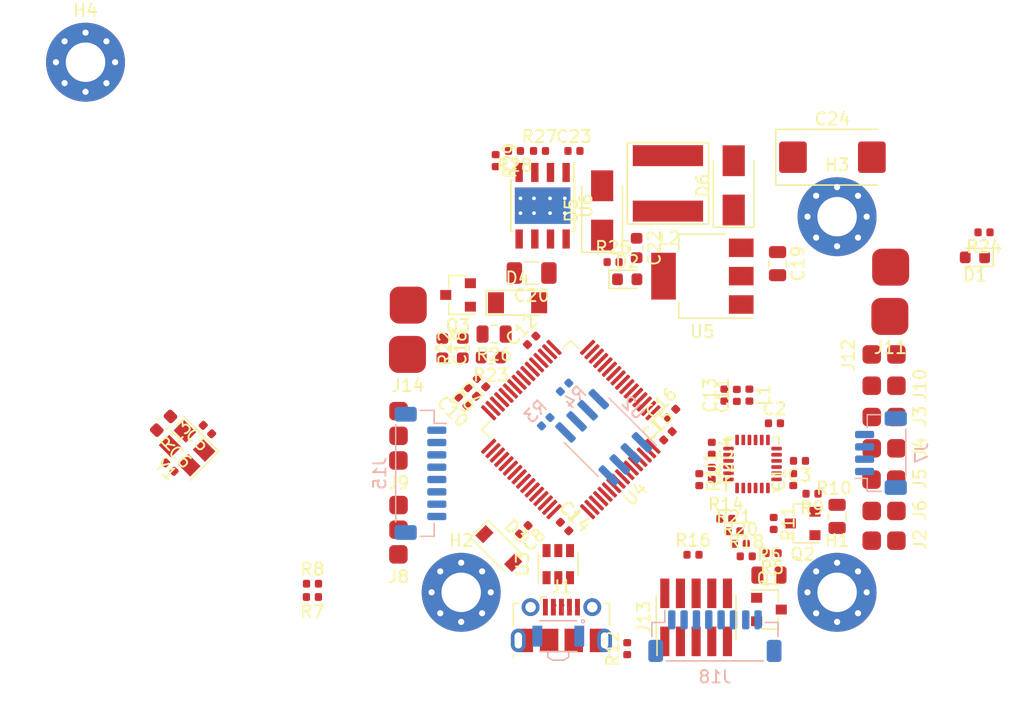
<source format=kicad_pcb>
(kicad_pcb (version 20171130) (host pcbnew "(5.1.6-0-10_14)")

  (general
    (thickness 1.6)
    (drawings 0)
    (tracks 3)
    (zones 0)
    (modules 87)
    (nets 92)
  )

  (page A4)
  (layers
    (0 F.Cu signal)
    (1 In1.Cu power)
    (2 In2.Cu power)
    (31 B.Cu signal)
    (32 B.Adhes user)
    (33 F.Adhes user)
    (34 B.Paste user)
    (35 F.Paste user)
    (36 B.SilkS user)
    (37 F.SilkS user)
    (38 B.Mask user)
    (39 F.Mask user)
    (40 Dwgs.User user)
    (41 Cmts.User user)
    (42 Eco1.User user)
    (43 Eco2.User user)
    (44 Edge.Cuts user)
    (45 Margin user)
    (46 B.CrtYd user)
    (47 F.CrtYd user)
    (48 B.Fab user)
    (49 F.Fab user)
  )

  (setup
    (last_trace_width 1)
    (user_trace_width 0.3)
    (user_trace_width 0.4)
    (user_trace_width 0.5)
    (user_trace_width 1)
    (trace_clearance 0.2)
    (zone_clearance 0.508)
    (zone_45_only no)
    (trace_min 0.2)
    (via_size 0.8)
    (via_drill 0.4)
    (via_min_size 0.45)
    (via_min_drill 0.2)
    (user_via 0.45 0.2)
    (uvia_size 0.3)
    (uvia_drill 0.1)
    (uvias_allowed no)
    (uvia_min_size 0.2)
    (uvia_min_drill 0.1)
    (edge_width 0.05)
    (segment_width 0.2)
    (pcb_text_width 0.3)
    (pcb_text_size 1.5 1.5)
    (mod_edge_width 0.12)
    (mod_text_size 1 1)
    (mod_text_width 0.15)
    (pad_size 1.524 1.524)
    (pad_drill 0.762)
    (pad_to_mask_clearance 0.05)
    (aux_axis_origin 0 0)
    (visible_elements FFF9FF7F)
    (pcbplotparams
      (layerselection 0x010fc_ffffffff)
      (usegerberextensions false)
      (usegerberattributes true)
      (usegerberadvancedattributes true)
      (creategerberjobfile true)
      (excludeedgelayer true)
      (linewidth 0.100000)
      (plotframeref false)
      (viasonmask false)
      (mode 1)
      (useauxorigin false)
      (hpglpennumber 1)
      (hpglpenspeed 20)
      (hpglpendiameter 15.000000)
      (psnegative false)
      (psa4output false)
      (plotreference true)
      (plotvalue true)
      (plotinvisibletext false)
      (padsonsilk false)
      (subtractmaskfromsilk false)
      (outputformat 1)
      (mirror false)
      (drillshape 1)
      (scaleselection 1)
      (outputdirectory ""))
  )

  (net 0 "")
  (net 1 +3V3)
  (net 2 GND)
  (net 3 "Net-(C3-Pad2)")
  (net 4 "Net-(C4-Pad2)")
  (net 5 HSE_IN)
  (net 6 "Net-(C6-Pad1)")
  (net 7 "Net-(C7-Pad1)")
  (net 8 "Net-(C8-Pad1)")
  (net 9 +3.3VA)
  (net 10 /Power_Regulation/Vbat)
  (net 11 +5V)
  (net 12 "Net-(C20-Pad1)")
  (net 13 "Net-(C23-Pad2)")
  (net 14 "Net-(C23-Pad1)")
  (net 15 "Net-(C24-Pad1)")
  (net 16 "Net-(D1-Pad1)")
  (net 17 "Net-(D2-Pad1)")
  (net 18 /V_USB)
  (net 19 "Net-(D4-Pad2)")
  (net 20 "Net-(J1-Pad6)")
  (net 21 USB_CONN_D-)
  (net 22 "Net-(J1-Pad4)")
  (net 23 USB_CONN_D+)
  (net 24 /SBUS_TX)
  (net 25 /Inputs/SBUS)
  (net 26 /UART2_RX)
  (net 27 /UART2_TX)
  (net 28 /UART3_TX)
  (net 29 /UART3_RX)
  (net 30 /UART4_RX)
  (net 31 /UART4_TX)
  (net 32 /UART5_TX)
  (net 33 /UART5_RX)
  (net 34 /SPI2_SCK)
  (net 35 /SPI2_MOSI)
  (net 36 /SPI2_MISO)
  (net 37 /SPI2_CS)
  (net 38 /GPIO_1)
  (net 39 /GPIO_2)
  (net 40 /GEN_ADC)
  (net 41 "Net-(J12-Pad2)")
  (net 42 /SWDIO)
  (net 43 /SWCLK)
  (net 44 /SWO)
  (net 45 "Net-(J13-Pad7)")
  (net 46 "Net-(J13-Pad8)")
  (net 47 /NRST)
  (net 48 /V_BAT_FB)
  (net 49 /ESC_DSHOT_1)
  (net 50 /ESC_DSHOT_2)
  (net 51 /ESC_DSHOT_3)
  (net 52 /ESC_DSHOT_4)
  (net 53 /SPI_ESC_SCK)
  (net 54 /SPI_ESC_MOSI)
  (net 55 /SPI_ESC_MISO)
  (net 56 /ESC_1_CS)
  (net 57 /ESC_2_CS)
  (net 58 /ESC_3_CS)
  (net 59 /ESC_4_CS)
  (net 60 "Net-(Q1-Pad1)")
  (net 61 "Net-(Q2-Pad1)")
  (net 62 /SBUS_RX)
  (net 63 /GYRO_SDA)
  (net 64 /GYRO_SCL)
  (net 65 /EEPROM_SDA)
  (net 66 /EEPROM_SCL)
  (net 67 /BUZZER)
  (net 68 /Inputs/Vusb)
  (net 69 /USB_con)
  (net 70 BOOT0)
  (net 71 HSE_OUT)
  (net 72 /V_BAT_SENSE)
  (net 73 "Net-(R27-Pad2)")
  (net 74 "Net-(R28-Pad2)")
  (net 75 "Net-(U1-Pad6)")
  (net 76 "Net-(U1-Pad7)")
  (net 77 /GYRO_FSYNC)
  (net 78 /GYRO_INT)
  (net 79 /USB_D+)
  (net 80 /USB_D-)
  (net 81 "Net-(U4-Pad2)")
  (net 82 "Net-(U4-Pad3)")
  (net 83 "Net-(U4-Pad4)")
  (net 84 /CURR_SENSE)
  (net 85 GNDA)
  (net 86 "Net-(U4-Pad20)")
  (net 87 "Net-(U4-Pad37)")
  (net 88 "Net-(U4-Pad38)")
  (net 89 "Net-(U6-Pad2)")
  (net 90 "Net-(U6-Pad3)")
  (net 91 "Net-(U6-Pad5)")

  (net_class Default "This is the default net class."
    (clearance 0.2)
    (trace_width 0.25)
    (via_dia 0.8)
    (via_drill 0.4)
    (uvia_dia 0.3)
    (uvia_drill 0.1)
    (add_net +3.3VA)
    (add_net +3V3)
    (add_net +5V)
    (add_net /BUZZER)
    (add_net /CURR_SENSE)
    (add_net /EEPROM_SCL)
    (add_net /EEPROM_SDA)
    (add_net /ESC_1_CS)
    (add_net /ESC_2_CS)
    (add_net /ESC_3_CS)
    (add_net /ESC_4_CS)
    (add_net /ESC_DSHOT_1)
    (add_net /ESC_DSHOT_2)
    (add_net /ESC_DSHOT_3)
    (add_net /ESC_DSHOT_4)
    (add_net /GEN_ADC)
    (add_net /GPIO_1)
    (add_net /GPIO_2)
    (add_net /GYRO_FSYNC)
    (add_net /GYRO_INT)
    (add_net /GYRO_SCL)
    (add_net /GYRO_SDA)
    (add_net /Inputs/SBUS)
    (add_net /Inputs/Vusb)
    (add_net /NRST)
    (add_net /Power_Regulation/Vbat)
    (add_net /SBUS_RX)
    (add_net /SBUS_TX)
    (add_net /SPI2_CS)
    (add_net /SPI2_MISO)
    (add_net /SPI2_MOSI)
    (add_net /SPI2_SCK)
    (add_net /SPI_ESC_MISO)
    (add_net /SPI_ESC_MOSI)
    (add_net /SPI_ESC_SCK)
    (add_net /SWCLK)
    (add_net /SWDIO)
    (add_net /SWO)
    (add_net /UART2_RX)
    (add_net /UART2_TX)
    (add_net /UART3_RX)
    (add_net /UART3_TX)
    (add_net /UART4_RX)
    (add_net /UART4_TX)
    (add_net /UART5_RX)
    (add_net /UART5_TX)
    (add_net /USB_D+)
    (add_net /USB_D-)
    (add_net /USB_con)
    (add_net /V_BAT_FB)
    (add_net /V_BAT_SENSE)
    (add_net /V_USB)
    (add_net BOOT0)
    (add_net GND)
    (add_net GNDA)
    (add_net HSE_IN)
    (add_net HSE_OUT)
    (add_net "Net-(C20-Pad1)")
    (add_net "Net-(C23-Pad1)")
    (add_net "Net-(C23-Pad2)")
    (add_net "Net-(C24-Pad1)")
    (add_net "Net-(C3-Pad2)")
    (add_net "Net-(C4-Pad2)")
    (add_net "Net-(C6-Pad1)")
    (add_net "Net-(C7-Pad1)")
    (add_net "Net-(C8-Pad1)")
    (add_net "Net-(D1-Pad1)")
    (add_net "Net-(D2-Pad1)")
    (add_net "Net-(D4-Pad2)")
    (add_net "Net-(J1-Pad4)")
    (add_net "Net-(J1-Pad6)")
    (add_net "Net-(J12-Pad2)")
    (add_net "Net-(J13-Pad7)")
    (add_net "Net-(J13-Pad8)")
    (add_net "Net-(Q1-Pad1)")
    (add_net "Net-(Q2-Pad1)")
    (add_net "Net-(R27-Pad2)")
    (add_net "Net-(R28-Pad2)")
    (add_net "Net-(U1-Pad6)")
    (add_net "Net-(U1-Pad7)")
    (add_net "Net-(U4-Pad2)")
    (add_net "Net-(U4-Pad20)")
    (add_net "Net-(U4-Pad3)")
    (add_net "Net-(U4-Pad37)")
    (add_net "Net-(U4-Pad38)")
    (add_net "Net-(U4-Pad4)")
    (add_net "Net-(U6-Pad2)")
    (add_net "Net-(U6-Pad3)")
    (add_net "Net-(U6-Pad5)")
    (add_net USB_CONN_D+)
    (add_net USB_CONN_D-)
  )

  (module MountingHole:MountingHole_3.2mm_M3_Pad_Via (layer F.Cu) (tedit 56DDBCCA) (tstamp 5F9701A4)
    (at 170.942 81.534)
    (descr "Mounting Hole 3.2mm, M3")
    (tags "mounting hole 3.2mm m3")
    (path /5F79A745/5FAE2509)
    (attr virtual)
    (fp_text reference H3 (at 0 -4.2) (layer F.SilkS)
      (effects (font (size 1 1) (thickness 0.15)))
    )
    (fp_text value MountingHole_Pad (at 0 4.2) (layer F.Fab)
      (effects (font (size 1 1) (thickness 0.15)))
    )
    (fp_circle (center 0 0) (end 3.45 0) (layer F.CrtYd) (width 0.05))
    (fp_circle (center 0 0) (end 3.2 0) (layer Cmts.User) (width 0.15))
    (fp_text user %R (at 0.3 0) (layer F.Fab)
      (effects (font (size 1 1) (thickness 0.15)))
    )
    (pad 1 thru_hole circle (at 0 0) (size 6.4 6.4) (drill 3.2) (layers *.Cu *.Mask)
      (net 2 GND))
    (pad 1 thru_hole circle (at 2.4 0) (size 0.8 0.8) (drill 0.5) (layers *.Cu *.Mask)
      (net 2 GND))
    (pad 1 thru_hole circle (at 1.697056 1.697056) (size 0.8 0.8) (drill 0.5) (layers *.Cu *.Mask)
      (net 2 GND))
    (pad 1 thru_hole circle (at 0 2.4) (size 0.8 0.8) (drill 0.5) (layers *.Cu *.Mask)
      (net 2 GND))
    (pad 1 thru_hole circle (at -1.697056 1.697056) (size 0.8 0.8) (drill 0.5) (layers *.Cu *.Mask)
      (net 2 GND))
    (pad 1 thru_hole circle (at -2.4 0) (size 0.8 0.8) (drill 0.5) (layers *.Cu *.Mask)
      (net 2 GND))
    (pad 1 thru_hole circle (at -1.697056 -1.697056) (size 0.8 0.8) (drill 0.5) (layers *.Cu *.Mask)
      (net 2 GND))
    (pad 1 thru_hole circle (at 0 -2.4) (size 0.8 0.8) (drill 0.5) (layers *.Cu *.Mask)
      (net 2 GND))
    (pad 1 thru_hole circle (at 1.697056 -1.697056) (size 0.8 0.8) (drill 0.5) (layers *.Cu *.Mask)
      (net 2 GND))
  )

  (module Connector_PinHeader_1.27mm:PinHeader_2x05_P1.27mm_Vertical_SMD (layer F.Cu) (tedit 59FED6E3) (tstamp 5F9B3FBF)
    (at 159.512 114.046 90)
    (descr "surface-mounted straight pin header, 2x05, 1.27mm pitch, double rows")
    (tags "Surface mounted pin header SMD 2x05 1.27mm double row")
    (path /5F78701C/5F9AF36D)
    (attr smd)
    (fp_text reference J13 (at 0 -4.235 90) (layer F.SilkS)
      (effects (font (size 1 1) (thickness 0.15)))
    )
    (fp_text value Conn_02x05_Odd_Even (at 0 4.235 90) (layer F.Fab)
      (effects (font (size 1 1) (thickness 0.15)))
    )
    (fp_line (start 1.705 3.175) (end -1.705 3.175) (layer F.Fab) (width 0.1))
    (fp_line (start -1.27 -3.175) (end 1.705 -3.175) (layer F.Fab) (width 0.1))
    (fp_line (start -1.705 3.175) (end -1.705 -2.74) (layer F.Fab) (width 0.1))
    (fp_line (start -1.705 -2.74) (end -1.27 -3.175) (layer F.Fab) (width 0.1))
    (fp_line (start 1.705 -3.175) (end 1.705 3.175) (layer F.Fab) (width 0.1))
    (fp_line (start -1.705 -2.74) (end -2.75 -2.74) (layer F.Fab) (width 0.1))
    (fp_line (start -2.75 -2.74) (end -2.75 -2.34) (layer F.Fab) (width 0.1))
    (fp_line (start -2.75 -2.34) (end -1.705 -2.34) (layer F.Fab) (width 0.1))
    (fp_line (start 1.705 -2.74) (end 2.75 -2.74) (layer F.Fab) (width 0.1))
    (fp_line (start 2.75 -2.74) (end 2.75 -2.34) (layer F.Fab) (width 0.1))
    (fp_line (start 2.75 -2.34) (end 1.705 -2.34) (layer F.Fab) (width 0.1))
    (fp_line (start -1.705 -1.47) (end -2.75 -1.47) (layer F.Fab) (width 0.1))
    (fp_line (start -2.75 -1.47) (end -2.75 -1.07) (layer F.Fab) (width 0.1))
    (fp_line (start -2.75 -1.07) (end -1.705 -1.07) (layer F.Fab) (width 0.1))
    (fp_line (start 1.705 -1.47) (end 2.75 -1.47) (layer F.Fab) (width 0.1))
    (fp_line (start 2.75 -1.47) (end 2.75 -1.07) (layer F.Fab) (width 0.1))
    (fp_line (start 2.75 -1.07) (end 1.705 -1.07) (layer F.Fab) (width 0.1))
    (fp_line (start -1.705 -0.2) (end -2.75 -0.2) (layer F.Fab) (width 0.1))
    (fp_line (start -2.75 -0.2) (end -2.75 0.2) (layer F.Fab) (width 0.1))
    (fp_line (start -2.75 0.2) (end -1.705 0.2) (layer F.Fab) (width 0.1))
    (fp_line (start 1.705 -0.2) (end 2.75 -0.2) (layer F.Fab) (width 0.1))
    (fp_line (start 2.75 -0.2) (end 2.75 0.2) (layer F.Fab) (width 0.1))
    (fp_line (start 2.75 0.2) (end 1.705 0.2) (layer F.Fab) (width 0.1))
    (fp_line (start -1.705 1.07) (end -2.75 1.07) (layer F.Fab) (width 0.1))
    (fp_line (start -2.75 1.07) (end -2.75 1.47) (layer F.Fab) (width 0.1))
    (fp_line (start -2.75 1.47) (end -1.705 1.47) (layer F.Fab) (width 0.1))
    (fp_line (start 1.705 1.07) (end 2.75 1.07) (layer F.Fab) (width 0.1))
    (fp_line (start 2.75 1.07) (end 2.75 1.47) (layer F.Fab) (width 0.1))
    (fp_line (start 2.75 1.47) (end 1.705 1.47) (layer F.Fab) (width 0.1))
    (fp_line (start -1.705 2.34) (end -2.75 2.34) (layer F.Fab) (width 0.1))
    (fp_line (start -2.75 2.34) (end -2.75 2.74) (layer F.Fab) (width 0.1))
    (fp_line (start -2.75 2.74) (end -1.705 2.74) (layer F.Fab) (width 0.1))
    (fp_line (start 1.705 2.34) (end 2.75 2.34) (layer F.Fab) (width 0.1))
    (fp_line (start 2.75 2.34) (end 2.75 2.74) (layer F.Fab) (width 0.1))
    (fp_line (start 2.75 2.74) (end 1.705 2.74) (layer F.Fab) (width 0.1))
    (fp_line (start -1.765 -3.235) (end 1.765 -3.235) (layer F.SilkS) (width 0.12))
    (fp_line (start -1.765 3.235) (end 1.765 3.235) (layer F.SilkS) (width 0.12))
    (fp_line (start -3.09 -3.17) (end -1.765 -3.17) (layer F.SilkS) (width 0.12))
    (fp_line (start -1.765 -3.235) (end -1.765 -3.17) (layer F.SilkS) (width 0.12))
    (fp_line (start 1.765 -3.235) (end 1.765 -3.17) (layer F.SilkS) (width 0.12))
    (fp_line (start -1.765 3.17) (end -1.765 3.235) (layer F.SilkS) (width 0.12))
    (fp_line (start 1.765 3.17) (end 1.765 3.235) (layer F.SilkS) (width 0.12))
    (fp_line (start -4.3 -3.7) (end -4.3 3.7) (layer F.CrtYd) (width 0.05))
    (fp_line (start -4.3 3.7) (end 4.3 3.7) (layer F.CrtYd) (width 0.05))
    (fp_line (start 4.3 3.7) (end 4.3 -3.7) (layer F.CrtYd) (width 0.05))
    (fp_line (start 4.3 -3.7) (end -4.3 -3.7) (layer F.CrtYd) (width 0.05))
    (fp_text user %R (at 0 0) (layer F.Fab)
      (effects (font (size 1 1) (thickness 0.15)))
    )
    (pad 10 smd rect (at 1.95 2.54 90) (size 2.4 0.74) (layers F.Cu F.Paste F.Mask)
      (net 47 /NRST))
    (pad 9 smd rect (at -1.95 2.54 90) (size 2.4 0.74) (layers F.Cu F.Paste F.Mask)
      (net 2 GND))
    (pad 8 smd rect (at 1.95 1.27 90) (size 2.4 0.74) (layers F.Cu F.Paste F.Mask)
      (net 46 "Net-(J13-Pad8)"))
    (pad 7 smd rect (at -1.95 1.27 90) (size 2.4 0.74) (layers F.Cu F.Paste F.Mask)
      (net 45 "Net-(J13-Pad7)"))
    (pad 6 smd rect (at 1.95 0 90) (size 2.4 0.74) (layers F.Cu F.Paste F.Mask)
      (net 44 /SWO))
    (pad 5 smd rect (at -1.95 0 90) (size 2.4 0.74) (layers F.Cu F.Paste F.Mask)
      (net 2 GND))
    (pad 4 smd rect (at 1.95 -1.27 90) (size 2.4 0.74) (layers F.Cu F.Paste F.Mask)
      (net 43 /SWCLK))
    (pad 3 smd rect (at -1.95 -1.27 90) (size 2.4 0.74) (layers F.Cu F.Paste F.Mask)
      (net 2 GND))
    (pad 2 smd rect (at 1.95 -2.54 90) (size 2.4 0.74) (layers F.Cu F.Paste F.Mask)
      (net 42 /SWDIO))
    (pad 1 smd rect (at -1.95 -2.54 90) (size 2.4 0.74) (layers F.Cu F.Paste F.Mask)
      (net 1 +3V3))
    (model ${KISYS3DMOD}/Connector_PinHeader_1.27mm.3dshapes/PinHeader_2x05_P1.27mm_Vertical_SMD.wrl
      (at (xyz 0 0 0))
      (scale (xyz 1 1 1))
      (rotate (xyz 0 0 0))
    )
  )

  (module Capacitor_Tantalum_SMD:CP_EIA-7343-43_Kemet-X_Pad2.25x2.55mm_HandSolder (layer F.Cu) (tedit 5B301BBE) (tstamp 5F96DC5D)
    (at 170.561 76.708)
    (descr "Tantalum Capacitor SMD Kemet-X (7343-43 Metric), IPC_7351 nominal, (Body size from: http://www.kemet.com/Lists/ProductCatalog/Attachments/253/KEM_TC101_STD.pdf), generated with kicad-footprint-generator")
    (tags "capacitor tantalum")
    (path /5F79A745/5F86A311)
    (attr smd)
    (fp_text reference C24 (at 0 -3.1) (layer F.SilkS)
      (effects (font (size 1 1) (thickness 0.15)))
    )
    (fp_text value 180u (at 0 3.1) (layer F.Fab)
      (effects (font (size 1 1) (thickness 0.15)))
    )
    (fp_line (start 3.65 -2.15) (end -2.65 -2.15) (layer F.Fab) (width 0.1))
    (fp_line (start -2.65 -2.15) (end -3.65 -1.15) (layer F.Fab) (width 0.1))
    (fp_line (start -3.65 -1.15) (end -3.65 2.15) (layer F.Fab) (width 0.1))
    (fp_line (start -3.65 2.15) (end 3.65 2.15) (layer F.Fab) (width 0.1))
    (fp_line (start 3.65 2.15) (end 3.65 -2.15) (layer F.Fab) (width 0.1))
    (fp_line (start 3.65 -2.26) (end -4.585 -2.26) (layer F.SilkS) (width 0.12))
    (fp_line (start -4.585 -2.26) (end -4.585 2.26) (layer F.SilkS) (width 0.12))
    (fp_line (start -4.585 2.26) (end 3.65 2.26) (layer F.SilkS) (width 0.12))
    (fp_line (start -4.58 2.4) (end -4.58 -2.4) (layer F.CrtYd) (width 0.05))
    (fp_line (start -4.58 -2.4) (end 4.58 -2.4) (layer F.CrtYd) (width 0.05))
    (fp_line (start 4.58 -2.4) (end 4.58 2.4) (layer F.CrtYd) (width 0.05))
    (fp_line (start 4.58 2.4) (end -4.58 2.4) (layer F.CrtYd) (width 0.05))
    (fp_text user %R (at 0 0) (layer F.Fab)
      (effects (font (size 1 1) (thickness 0.15)))
    )
    (pad 2 smd roundrect (at 3.2 0) (size 2.25 2.55) (layers F.Cu F.Paste F.Mask) (roundrect_rratio 0.111111)
      (net 2 GND))
    (pad 1 smd roundrect (at -3.2 0) (size 2.25 2.55) (layers F.Cu F.Paste F.Mask) (roundrect_rratio 0.111111)
      (net 15 "Net-(C24-Pad1)"))
    (model ${KISYS3DMOD}/Capacitor_Tantalum_SMD.3dshapes/CP_EIA-7343-43_Kemet-X.wrl
      (at (xyz 0 0 0))
      (scale (xyz 1 1 1))
      (rotate (xyz 0 0 0))
    )
  )

  (module Diode_SMD:D_SOD-123 (layer F.Cu) (tedit 58645DC7) (tstamp 5F9E9D1D)
    (at 143.51 108.458 315)
    (descr SOD-123)
    (tags SOD-123)
    (path /5F79A745/5F89AD20)
    (attr smd)
    (fp_text reference D3 (at 0 -2 135) (layer F.SilkS)
      (effects (font (size 1 1) (thickness 0.15)))
    )
    (fp_text value _ (at 0 2.1 135) (layer F.Fab)
      (effects (font (size 1 1) (thickness 0.15)))
    )
    (fp_line (start -2.25 -1) (end -2.25 1) (layer F.SilkS) (width 0.12))
    (fp_line (start 0.25 0) (end 0.75 0) (layer F.Fab) (width 0.1))
    (fp_line (start 0.25 0.4) (end -0.35 0) (layer F.Fab) (width 0.1))
    (fp_line (start 0.25 -0.4) (end 0.25 0.4) (layer F.Fab) (width 0.1))
    (fp_line (start -0.35 0) (end 0.25 -0.4) (layer F.Fab) (width 0.1))
    (fp_line (start -0.35 0) (end -0.35 0.55) (layer F.Fab) (width 0.1))
    (fp_line (start -0.35 0) (end -0.35 -0.55) (layer F.Fab) (width 0.1))
    (fp_line (start -0.75 0) (end -0.35 0) (layer F.Fab) (width 0.1))
    (fp_line (start -1.4 0.9) (end -1.4 -0.9) (layer F.Fab) (width 0.1))
    (fp_line (start 1.4 0.9) (end -1.4 0.9) (layer F.Fab) (width 0.1))
    (fp_line (start 1.4 -0.9) (end 1.4 0.9) (layer F.Fab) (width 0.1))
    (fp_line (start -1.4 -0.9) (end 1.4 -0.9) (layer F.Fab) (width 0.1))
    (fp_line (start -2.35 -1.15) (end 2.35 -1.15) (layer F.CrtYd) (width 0.05))
    (fp_line (start 2.35 -1.15) (end 2.35 1.15) (layer F.CrtYd) (width 0.05))
    (fp_line (start 2.35 1.15) (end -2.35 1.15) (layer F.CrtYd) (width 0.05))
    (fp_line (start -2.35 -1.15) (end -2.35 1.15) (layer F.CrtYd) (width 0.05))
    (fp_line (start -2.25 1) (end 1.65 1) (layer F.SilkS) (width 0.12))
    (fp_line (start -2.25 -1) (end 1.65 -1) (layer F.SilkS) (width 0.12))
    (fp_text user %R (at 0 -2 135) (layer F.Fab)
      (effects (font (size 1 1) (thickness 0.15)))
    )
    (pad 2 smd rect (at 1.65 0 315) (size 0.9 1.2) (layers F.Cu F.Paste F.Mask)
      (net 18 /V_USB))
    (pad 1 smd rect (at -1.65 0 315) (size 0.9 1.2) (layers F.Cu F.Paste F.Mask)
      (net 11 +5V))
    (model ${KISYS3DMOD}/Diode_SMD.3dshapes/D_SOD-123.wrl
      (at (xyz 0 0 0))
      (scale (xyz 1 1 1))
      (rotate (xyz 0 0 0))
    )
  )

  (module Capacitor_SMD:C_0402_1005Metric (layer F.Cu) (tedit 5B301BBE) (tstamp 5F9E2E00)
    (at 167.386 102.87 90)
    (descr "Capacitor SMD 0402 (1005 Metric), square (rectangular) end terminal, IPC_7351 nominal, (Body size source: http://www.tortai-tech.com/upload/download/2011102023233369053.pdf), generated with kicad-footprint-generator")
    (tags capacitor)
    (path /5F7863D7/5F7B8C83)
    (attr smd)
    (fp_text reference C1 (at 0 -1.17 90) (layer F.SilkS)
      (effects (font (size 1 1) (thickness 0.15)))
    )
    (fp_text value 10nF (at 0 1.17 90) (layer F.Fab)
      (effects (font (size 1 1) (thickness 0.15)))
    )
    (fp_line (start -0.5 0.25) (end -0.5 -0.25) (layer F.Fab) (width 0.1))
    (fp_line (start -0.5 -0.25) (end 0.5 -0.25) (layer F.Fab) (width 0.1))
    (fp_line (start 0.5 -0.25) (end 0.5 0.25) (layer F.Fab) (width 0.1))
    (fp_line (start 0.5 0.25) (end -0.5 0.25) (layer F.Fab) (width 0.1))
    (fp_line (start -0.93 0.47) (end -0.93 -0.47) (layer F.CrtYd) (width 0.05))
    (fp_line (start -0.93 -0.47) (end 0.93 -0.47) (layer F.CrtYd) (width 0.05))
    (fp_line (start 0.93 -0.47) (end 0.93 0.47) (layer F.CrtYd) (width 0.05))
    (fp_line (start 0.93 0.47) (end -0.93 0.47) (layer F.CrtYd) (width 0.05))
    (fp_text user %R (at 0 0 90) (layer F.Fab)
      (effects (font (size 0.25 0.25) (thickness 0.04)))
    )
    (pad 2 smd roundrect (at 0.485 0 90) (size 0.59 0.64) (layers F.Cu F.Paste F.Mask) (roundrect_rratio 0.25)
      (net 1 +3V3))
    (pad 1 smd roundrect (at -0.485 0 90) (size 0.59 0.64) (layers F.Cu F.Paste F.Mask) (roundrect_rratio 0.25)
      (net 2 GND))
    (model ${KISYS3DMOD}/Capacitor_SMD.3dshapes/C_0402_1005Metric.wrl
      (at (xyz 0 0 0))
      (scale (xyz 1 1 1))
      (rotate (xyz 0 0 0))
    )
  )

  (module Capacitor_SMD:C_0402_1005Metric (layer F.Cu) (tedit 5B301BBE) (tstamp 5F9E2DD6)
    (at 165.862 98.298)
    (descr "Capacitor SMD 0402 (1005 Metric), square (rectangular) end terminal, IPC_7351 nominal, (Body size source: http://www.tortai-tech.com/upload/download/2011102023233369053.pdf), generated with kicad-footprint-generator")
    (tags capacitor)
    (path /5F7863D7/5F7B64CF)
    (attr smd)
    (fp_text reference C2 (at 0 -1.17) (layer F.SilkS)
      (effects (font (size 1 1) (thickness 0.15)))
    )
    (fp_text value 0.1uF (at 0 1.17) (layer F.Fab)
      (effects (font (size 1 1) (thickness 0.15)))
    )
    (fp_line (start 0.93 0.47) (end -0.93 0.47) (layer F.CrtYd) (width 0.05))
    (fp_line (start 0.93 -0.47) (end 0.93 0.47) (layer F.CrtYd) (width 0.05))
    (fp_line (start -0.93 -0.47) (end 0.93 -0.47) (layer F.CrtYd) (width 0.05))
    (fp_line (start -0.93 0.47) (end -0.93 -0.47) (layer F.CrtYd) (width 0.05))
    (fp_line (start 0.5 0.25) (end -0.5 0.25) (layer F.Fab) (width 0.1))
    (fp_line (start 0.5 -0.25) (end 0.5 0.25) (layer F.Fab) (width 0.1))
    (fp_line (start -0.5 -0.25) (end 0.5 -0.25) (layer F.Fab) (width 0.1))
    (fp_line (start -0.5 0.25) (end -0.5 -0.25) (layer F.Fab) (width 0.1))
    (fp_text user %R (at 0 0) (layer F.Fab)
      (effects (font (size 0.25 0.25) (thickness 0.04)))
    )
    (pad 1 smd roundrect (at -0.485 0) (size 0.59 0.64) (layers F.Cu F.Paste F.Mask) (roundrect_rratio 0.25)
      (net 1 +3V3))
    (pad 2 smd roundrect (at 0.485 0) (size 0.59 0.64) (layers F.Cu F.Paste F.Mask) (roundrect_rratio 0.25)
      (net 2 GND))
    (model ${KISYS3DMOD}/Capacitor_SMD.3dshapes/C_0402_1005Metric.wrl
      (at (xyz 0 0 0))
      (scale (xyz 1 1 1))
      (rotate (xyz 0 0 0))
    )
  )

  (module Capacitor_SMD:C_0402_1005Metric (layer F.Cu) (tedit 5B301BBE) (tstamp 5F9E2DAC)
    (at 167.894 101.346 180)
    (descr "Capacitor SMD 0402 (1005 Metric), square (rectangular) end terminal, IPC_7351 nominal, (Body size source: http://www.tortai-tech.com/upload/download/2011102023233369053.pdf), generated with kicad-footprint-generator")
    (tags capacitor)
    (path /5F7863D7/5F7B41B1)
    (attr smd)
    (fp_text reference C3 (at 0 -1.17) (layer F.SilkS)
      (effects (font (size 1 1) (thickness 0.15)))
    )
    (fp_text value 0.1uF (at 0 1.17) (layer F.Fab)
      (effects (font (size 1 1) (thickness 0.15)))
    )
    (fp_line (start 0.93 0.47) (end -0.93 0.47) (layer F.CrtYd) (width 0.05))
    (fp_line (start 0.93 -0.47) (end 0.93 0.47) (layer F.CrtYd) (width 0.05))
    (fp_line (start -0.93 -0.47) (end 0.93 -0.47) (layer F.CrtYd) (width 0.05))
    (fp_line (start -0.93 0.47) (end -0.93 -0.47) (layer F.CrtYd) (width 0.05))
    (fp_line (start 0.5 0.25) (end -0.5 0.25) (layer F.Fab) (width 0.1))
    (fp_line (start 0.5 -0.25) (end 0.5 0.25) (layer F.Fab) (width 0.1))
    (fp_line (start -0.5 -0.25) (end 0.5 -0.25) (layer F.Fab) (width 0.1))
    (fp_line (start -0.5 0.25) (end -0.5 -0.25) (layer F.Fab) (width 0.1))
    (fp_text user %R (at 0 0) (layer F.Fab)
      (effects (font (size 0.25 0.25) (thickness 0.04)))
    )
    (pad 1 smd roundrect (at -0.485 0 180) (size 0.59 0.64) (layers F.Cu F.Paste F.Mask) (roundrect_rratio 0.25)
      (net 2 GND))
    (pad 2 smd roundrect (at 0.485 0 180) (size 0.59 0.64) (layers F.Cu F.Paste F.Mask) (roundrect_rratio 0.25)
      (net 3 "Net-(C3-Pad2)"))
    (model ${KISYS3DMOD}/Capacitor_SMD.3dshapes/C_0402_1005Metric.wrl
      (at (xyz 0 0 0))
      (scale (xyz 1 1 1))
      (rotate (xyz 0 0 0))
    )
  )

  (module Capacitor_SMD:C_0402_1005Metric (layer F.Cu) (tedit 5B301BBE) (tstamp 5F9E2D82)
    (at 160.782 100.33 270)
    (descr "Capacitor SMD 0402 (1005 Metric), square (rectangular) end terminal, IPC_7351 nominal, (Body size source: http://www.tortai-tech.com/upload/download/2011102023233369053.pdf), generated with kicad-footprint-generator")
    (tags capacitor)
    (path /5F7863D7/5F7B5CAE)
    (attr smd)
    (fp_text reference C4 (at 0 -1.17 90) (layer F.SilkS)
      (effects (font (size 1 1) (thickness 0.15)))
    )
    (fp_text value 2.2nF (at 0 1.17 90) (layer F.Fab)
      (effects (font (size 1 1) (thickness 0.15)))
    )
    (fp_line (start -0.5 0.25) (end -0.5 -0.25) (layer F.Fab) (width 0.1))
    (fp_line (start -0.5 -0.25) (end 0.5 -0.25) (layer F.Fab) (width 0.1))
    (fp_line (start 0.5 -0.25) (end 0.5 0.25) (layer F.Fab) (width 0.1))
    (fp_line (start 0.5 0.25) (end -0.5 0.25) (layer F.Fab) (width 0.1))
    (fp_line (start -0.93 0.47) (end -0.93 -0.47) (layer F.CrtYd) (width 0.05))
    (fp_line (start -0.93 -0.47) (end 0.93 -0.47) (layer F.CrtYd) (width 0.05))
    (fp_line (start 0.93 -0.47) (end 0.93 0.47) (layer F.CrtYd) (width 0.05))
    (fp_line (start 0.93 0.47) (end -0.93 0.47) (layer F.CrtYd) (width 0.05))
    (fp_text user %R (at 0 0 90) (layer F.Fab)
      (effects (font (size 0.25 0.25) (thickness 0.04)))
    )
    (pad 2 smd roundrect (at 0.485 0 270) (size 0.59 0.64) (layers F.Cu F.Paste F.Mask) (roundrect_rratio 0.25)
      (net 4 "Net-(C4-Pad2)"))
    (pad 1 smd roundrect (at -0.485 0 270) (size 0.59 0.64) (layers F.Cu F.Paste F.Mask) (roundrect_rratio 0.25)
      (net 2 GND))
    (model ${KISYS3DMOD}/Capacitor_SMD.3dshapes/C_0402_1005Metric.wrl
      (at (xyz 0 0 0))
      (scale (xyz 1 1 1))
      (rotate (xyz 0 0 0))
    )
  )

  (module Capacitor_SMD:C_0402_1005Metric (layer F.Cu) (tedit 5B301BBE) (tstamp 5F9E0CB5)
    (at 119.888 98.806 135)
    (descr "Capacitor SMD 0402 (1005 Metric), square (rectangular) end terminal, IPC_7351 nominal, (Body size source: http://www.tortai-tech.com/upload/download/2011102023233369053.pdf), generated with kicad-footprint-generator")
    (tags capacitor)
    (path /5F6A010E/5F8762DF)
    (attr smd)
    (fp_text reference C5 (at 0 -1.17 135) (layer F.SilkS)
      (effects (font (size 1 1) (thickness 0.15)))
    )
    (fp_text value 12p (at 0 1.17 135) (layer F.Fab)
      (effects (font (size 1 1) (thickness 0.15)))
    )
    (fp_line (start -0.5 0.25) (end -0.5 -0.25) (layer F.Fab) (width 0.1))
    (fp_line (start -0.5 -0.25) (end 0.5 -0.25) (layer F.Fab) (width 0.1))
    (fp_line (start 0.5 -0.25) (end 0.5 0.25) (layer F.Fab) (width 0.1))
    (fp_line (start 0.5 0.25) (end -0.5 0.25) (layer F.Fab) (width 0.1))
    (fp_line (start -0.93 0.47) (end -0.93 -0.47) (layer F.CrtYd) (width 0.05))
    (fp_line (start -0.93 -0.47) (end 0.93 -0.47) (layer F.CrtYd) (width 0.05))
    (fp_line (start 0.93 -0.47) (end 0.93 0.47) (layer F.CrtYd) (width 0.05))
    (fp_line (start 0.93 0.47) (end -0.93 0.47) (layer F.CrtYd) (width 0.05))
    (fp_text user %R (at 0 0 135) (layer F.Fab)
      (effects (font (size 0.25 0.25) (thickness 0.04)))
    )
    (pad 2 smd roundrect (at 0.485 0 135) (size 0.59 0.64) (layers F.Cu F.Paste F.Mask) (roundrect_rratio 0.25)
      (net 2 GND))
    (pad 1 smd roundrect (at -0.485 0 135) (size 0.59 0.64) (layers F.Cu F.Paste F.Mask) (roundrect_rratio 0.25)
      (net 5 HSE_IN))
    (model ${KISYS3DMOD}/Capacitor_SMD.3dshapes/C_0402_1005Metric.wrl
      (at (xyz 0 0 0))
      (scale (xyz 1 1 1))
      (rotate (xyz 0 0 0))
    )
  )

  (module Capacitor_SMD:C_0402_1005Metric (layer F.Cu) (tedit 5B301BBE) (tstamp 5F9BF636)
    (at 116.84 101.854 315)
    (descr "Capacitor SMD 0402 (1005 Metric), square (rectangular) end terminal, IPC_7351 nominal, (Body size source: http://www.tortai-tech.com/upload/download/2011102023233369053.pdf), generated with kicad-footprint-generator")
    (tags capacitor)
    (path /5F6A010E/5F873DD9)
    (attr smd)
    (fp_text reference C6 (at 0 -1.17 135) (layer F.SilkS)
      (effects (font (size 1 1) (thickness 0.15)))
    )
    (fp_text value 12p (at 0 1.17 135) (layer F.Fab)
      (effects (font (size 1 1) (thickness 0.15)))
    )
    (fp_line (start 0.93 0.47) (end -0.93 0.47) (layer F.CrtYd) (width 0.05))
    (fp_line (start 0.93 -0.47) (end 0.93 0.47) (layer F.CrtYd) (width 0.05))
    (fp_line (start -0.93 -0.47) (end 0.93 -0.47) (layer F.CrtYd) (width 0.05))
    (fp_line (start -0.93 0.47) (end -0.93 -0.47) (layer F.CrtYd) (width 0.05))
    (fp_line (start 0.5 0.25) (end -0.5 0.25) (layer F.Fab) (width 0.1))
    (fp_line (start 0.5 -0.25) (end 0.5 0.25) (layer F.Fab) (width 0.1))
    (fp_line (start -0.5 -0.25) (end 0.5 -0.25) (layer F.Fab) (width 0.1))
    (fp_line (start -0.5 0.25) (end -0.5 -0.25) (layer F.Fab) (width 0.1))
    (fp_text user %R (at 0 0 135) (layer F.Fab)
      (effects (font (size 0.25 0.25) (thickness 0.04)))
    )
    (pad 1 smd roundrect (at -0.485 0 315) (size 0.59 0.64) (layers F.Cu F.Paste F.Mask) (roundrect_rratio 0.25)
      (net 6 "Net-(C6-Pad1)"))
    (pad 2 smd roundrect (at 0.485 0 315) (size 0.59 0.64) (layers F.Cu F.Paste F.Mask) (roundrect_rratio 0.25)
      (net 2 GND))
    (model ${KISYS3DMOD}/Capacitor_SMD.3dshapes/C_0402_1005Metric.wrl
      (at (xyz 0 0 0))
      (scale (xyz 1 1 1))
      (rotate (xyz 0 0 0))
    )
  )

  (module Capacitor_SMD:C_0402_1005Metric (layer F.Cu) (tedit 5B301BBE) (tstamp 5F96DB61)
    (at 142.113 94.996 135)
    (descr "Capacitor SMD 0402 (1005 Metric), square (rectangular) end terminal, IPC_7351 nominal, (Body size source: http://www.tortai-tech.com/upload/download/2011102023233369053.pdf), generated with kicad-footprint-generator")
    (tags capacitor)
    (path /5F6A010E/5F82CCDC)
    (attr smd)
    (fp_text reference C7 (at 0 -1.17 135) (layer F.SilkS)
      (effects (font (size 1 1) (thickness 0.15)))
    )
    (fp_text value 2.2u (at 0 1.17 135) (layer F.Fab)
      (effects (font (size 1 1) (thickness 0.15)))
    )
    (fp_line (start -0.5 0.25) (end -0.5 -0.25) (layer F.Fab) (width 0.1))
    (fp_line (start -0.5 -0.25) (end 0.5 -0.25) (layer F.Fab) (width 0.1))
    (fp_line (start 0.5 -0.25) (end 0.5 0.25) (layer F.Fab) (width 0.1))
    (fp_line (start 0.5 0.25) (end -0.5 0.25) (layer F.Fab) (width 0.1))
    (fp_line (start -0.93 0.47) (end -0.93 -0.47) (layer F.CrtYd) (width 0.05))
    (fp_line (start -0.93 -0.47) (end 0.93 -0.47) (layer F.CrtYd) (width 0.05))
    (fp_line (start 0.93 -0.47) (end 0.93 0.47) (layer F.CrtYd) (width 0.05))
    (fp_line (start 0.93 0.47) (end -0.93 0.47) (layer F.CrtYd) (width 0.05))
    (fp_text user %R (at 0 0 135) (layer F.Fab)
      (effects (font (size 0.25 0.25) (thickness 0.04)))
    )
    (pad 2 smd roundrect (at 0.485 0 135) (size 0.59 0.64) (layers F.Cu F.Paste F.Mask) (roundrect_rratio 0.25)
      (net 2 GND))
    (pad 1 smd roundrect (at -0.485 0 135) (size 0.59 0.64) (layers F.Cu F.Paste F.Mask) (roundrect_rratio 0.25)
      (net 7 "Net-(C7-Pad1)"))
    (model ${KISYS3DMOD}/Capacitor_SMD.3dshapes/C_0402_1005Metric.wrl
      (at (xyz 0 0 0))
      (scale (xyz 1 1 1))
      (rotate (xyz 0 0 0))
    )
  )

  (module Capacitor_SMD:C_0402_1005Metric (layer F.Cu) (tedit 5B301BBE) (tstamp 5F96DB70)
    (at 145.542 106.934 225)
    (descr "Capacitor SMD 0402 (1005 Metric), square (rectangular) end terminal, IPC_7351 nominal, (Body size source: http://www.tortai-tech.com/upload/download/2011102023233369053.pdf), generated with kicad-footprint-generator")
    (tags capacitor)
    (path /5F6A010E/5F82BDFD)
    (attr smd)
    (fp_text reference C8 (at 0 -1.17 45) (layer F.SilkS)
      (effects (font (size 1 1) (thickness 0.15)))
    )
    (fp_text value 2.2u (at 0 1.17 45) (layer F.Fab)
      (effects (font (size 1 1) (thickness 0.15)))
    )
    (fp_line (start 0.93 0.47) (end -0.93 0.47) (layer F.CrtYd) (width 0.05))
    (fp_line (start 0.93 -0.47) (end 0.93 0.47) (layer F.CrtYd) (width 0.05))
    (fp_line (start -0.93 -0.47) (end 0.93 -0.47) (layer F.CrtYd) (width 0.05))
    (fp_line (start -0.93 0.47) (end -0.93 -0.47) (layer F.CrtYd) (width 0.05))
    (fp_line (start 0.5 0.25) (end -0.5 0.25) (layer F.Fab) (width 0.1))
    (fp_line (start 0.5 -0.25) (end 0.5 0.25) (layer F.Fab) (width 0.1))
    (fp_line (start -0.5 -0.25) (end 0.5 -0.25) (layer F.Fab) (width 0.1))
    (fp_line (start -0.5 0.25) (end -0.5 -0.25) (layer F.Fab) (width 0.1))
    (fp_text user %R (at 0 0 45) (layer F.Fab)
      (effects (font (size 0.25 0.25) (thickness 0.04)))
    )
    (pad 1 smd roundrect (at -0.485 0 225) (size 0.59 0.64) (layers F.Cu F.Paste F.Mask) (roundrect_rratio 0.25)
      (net 8 "Net-(C8-Pad1)"))
    (pad 2 smd roundrect (at 0.485 0 225) (size 0.59 0.64) (layers F.Cu F.Paste F.Mask) (roundrect_rratio 0.25)
      (net 2 GND))
    (model ${KISYS3DMOD}/Capacitor_SMD.3dshapes/C_0402_1005Metric.wrl
      (at (xyz 0 0 0))
      (scale (xyz 1 1 1))
      (rotate (xyz 0 0 0))
    )
  )

  (module Capacitor_SMD:C_0402_1005Metric (layer F.Cu) (tedit 5B301BBE) (tstamp 5F96DB7F)
    (at 141.351 95.758 135)
    (descr "Capacitor SMD 0402 (1005 Metric), square (rectangular) end terminal, IPC_7351 nominal, (Body size source: http://www.tortai-tech.com/upload/download/2011102023233369053.pdf), generated with kicad-footprint-generator")
    (tags capacitor)
    (path /5F6A010E/5F83B023)
    (attr smd)
    (fp_text reference C9 (at 0 -1.17 135) (layer F.SilkS)
      (effects (font (size 1 1) (thickness 0.15)))
    )
    (fp_text value 4.7u (at 0 1.17 135) (layer F.Fab)
      (effects (font (size 1 1) (thickness 0.15)))
    )
    (fp_line (start 0.93 0.47) (end -0.93 0.47) (layer F.CrtYd) (width 0.05))
    (fp_line (start 0.93 -0.47) (end 0.93 0.47) (layer F.CrtYd) (width 0.05))
    (fp_line (start -0.93 -0.47) (end 0.93 -0.47) (layer F.CrtYd) (width 0.05))
    (fp_line (start -0.93 0.47) (end -0.93 -0.47) (layer F.CrtYd) (width 0.05))
    (fp_line (start 0.5 0.25) (end -0.5 0.25) (layer F.Fab) (width 0.1))
    (fp_line (start 0.5 -0.25) (end 0.5 0.25) (layer F.Fab) (width 0.1))
    (fp_line (start -0.5 -0.25) (end 0.5 -0.25) (layer F.Fab) (width 0.1))
    (fp_line (start -0.5 0.25) (end -0.5 -0.25) (layer F.Fab) (width 0.1))
    (fp_text user %R (at 0 0 135) (layer F.Fab)
      (effects (font (size 0.25 0.25) (thickness 0.04)))
    )
    (pad 1 smd roundrect (at -0.485 0 135) (size 0.59 0.64) (layers F.Cu F.Paste F.Mask) (roundrect_rratio 0.25)
      (net 1 +3V3))
    (pad 2 smd roundrect (at 0.485 0 135) (size 0.59 0.64) (layers F.Cu F.Paste F.Mask) (roundrect_rratio 0.25)
      (net 2 GND))
    (model ${KISYS3DMOD}/Capacitor_SMD.3dshapes/C_0402_1005Metric.wrl
      (at (xyz 0 0 0))
      (scale (xyz 1 1 1))
      (rotate (xyz 0 0 0))
    )
  )

  (module Capacitor_SMD:C_0402_1005Metric (layer F.Cu) (tedit 5B301BBE) (tstamp 5F96DB8E)
    (at 140.589 96.52 135)
    (descr "Capacitor SMD 0402 (1005 Metric), square (rectangular) end terminal, IPC_7351 nominal, (Body size source: http://www.tortai-tech.com/upload/download/2011102023233369053.pdf), generated with kicad-footprint-generator")
    (tags capacitor)
    (path /5F6A010E/5F83DA83)
    (attr smd)
    (fp_text reference C10 (at 0 -1.17 135) (layer F.SilkS)
      (effects (font (size 1 1) (thickness 0.15)))
    )
    (fp_text value 100n (at 0 1.17 135) (layer F.Fab)
      (effects (font (size 1 1) (thickness 0.15)))
    )
    (fp_line (start -0.5 0.25) (end -0.5 -0.25) (layer F.Fab) (width 0.1))
    (fp_line (start -0.5 -0.25) (end 0.5 -0.25) (layer F.Fab) (width 0.1))
    (fp_line (start 0.5 -0.25) (end 0.5 0.25) (layer F.Fab) (width 0.1))
    (fp_line (start 0.5 0.25) (end -0.5 0.25) (layer F.Fab) (width 0.1))
    (fp_line (start -0.93 0.47) (end -0.93 -0.47) (layer F.CrtYd) (width 0.05))
    (fp_line (start -0.93 -0.47) (end 0.93 -0.47) (layer F.CrtYd) (width 0.05))
    (fp_line (start 0.93 -0.47) (end 0.93 0.47) (layer F.CrtYd) (width 0.05))
    (fp_line (start 0.93 0.47) (end -0.93 0.47) (layer F.CrtYd) (width 0.05))
    (fp_text user %R (at 0 0 135) (layer F.Fab)
      (effects (font (size 0.25 0.25) (thickness 0.04)))
    )
    (pad 2 smd roundrect (at 0.485 0 135) (size 0.59 0.64) (layers F.Cu F.Paste F.Mask) (roundrect_rratio 0.25)
      (net 2 GND))
    (pad 1 smd roundrect (at -0.485 0 135) (size 0.59 0.64) (layers F.Cu F.Paste F.Mask) (roundrect_rratio 0.25)
      (net 1 +3V3))
    (model ${KISYS3DMOD}/Capacitor_SMD.3dshapes/C_0402_1005Metric.wrl
      (at (xyz 0 0 0))
      (scale (xyz 1 1 1))
      (rotate (xyz 0 0 0))
    )
  )

  (module Capacitor_SMD:C_0402_1005Metric (layer F.Cu) (tedit 5B301BBE) (tstamp 5F96DB9D)
    (at 162.814 96.035 90)
    (descr "Capacitor SMD 0402 (1005 Metric), square (rectangular) end terminal, IPC_7351 nominal, (Body size source: http://www.tortai-tech.com/upload/download/2011102023233369053.pdf), generated with kicad-footprint-generator")
    (tags capacitor)
    (path /5F6A010E/5F85CBE5)
    (attr smd)
    (fp_text reference C11 (at 0 -1.17 90) (layer F.SilkS)
      (effects (font (size 1 1) (thickness 0.15)))
    )
    (fp_text value 1u (at 0 1.17 90) (layer F.Fab)
      (effects (font (size 1 1) (thickness 0.15)))
    )
    (fp_line (start 0.93 0.47) (end -0.93 0.47) (layer F.CrtYd) (width 0.05))
    (fp_line (start 0.93 -0.47) (end 0.93 0.47) (layer F.CrtYd) (width 0.05))
    (fp_line (start -0.93 -0.47) (end 0.93 -0.47) (layer F.CrtYd) (width 0.05))
    (fp_line (start -0.93 0.47) (end -0.93 -0.47) (layer F.CrtYd) (width 0.05))
    (fp_line (start 0.5 0.25) (end -0.5 0.25) (layer F.Fab) (width 0.1))
    (fp_line (start 0.5 -0.25) (end 0.5 0.25) (layer F.Fab) (width 0.1))
    (fp_line (start -0.5 -0.25) (end 0.5 -0.25) (layer F.Fab) (width 0.1))
    (fp_line (start -0.5 0.25) (end -0.5 -0.25) (layer F.Fab) (width 0.1))
    (fp_text user %R (at 0 0 90) (layer F.Fab)
      (effects (font (size 0.25 0.25) (thickness 0.04)))
    )
    (pad 1 smd roundrect (at -0.485 0 90) (size 0.59 0.64) (layers F.Cu F.Paste F.Mask) (roundrect_rratio 0.25)
      (net 9 +3.3VA))
    (pad 2 smd roundrect (at 0.485 0 90) (size 0.59 0.64) (layers F.Cu F.Paste F.Mask) (roundrect_rratio 0.25)
      (net 2 GND))
    (model ${KISYS3DMOD}/Capacitor_SMD.3dshapes/C_0402_1005Metric.wrl
      (at (xyz 0 0 0))
      (scale (xyz 1 1 1))
      (rotate (xyz 0 0 0))
    )
  )

  (module Capacitor_SMD:C_0402_1005Metric (layer F.Cu) (tedit 5B301BBE) (tstamp 5F9E30D0)
    (at 146.177 91.567 45)
    (descr "Capacitor SMD 0402 (1005 Metric), square (rectangular) end terminal, IPC_7351 nominal, (Body size source: http://www.tortai-tech.com/upload/download/2011102023233369053.pdf), generated with kicad-footprint-generator")
    (tags capacitor)
    (path /5F6A010E/5F83DE1E)
    (attr smd)
    (fp_text reference C12 (at 0 -1.17 45) (layer F.SilkS)
      (effects (font (size 1 1) (thickness 0.15)))
    )
    (fp_text value 100n (at 0 1.17 45) (layer F.Fab)
      (effects (font (size 1 1) (thickness 0.15)))
    )
    (fp_line (start 0.93 0.47) (end -0.93 0.47) (layer F.CrtYd) (width 0.05))
    (fp_line (start 0.93 -0.47) (end 0.93 0.47) (layer F.CrtYd) (width 0.05))
    (fp_line (start -0.93 -0.47) (end 0.93 -0.47) (layer F.CrtYd) (width 0.05))
    (fp_line (start -0.93 0.47) (end -0.93 -0.47) (layer F.CrtYd) (width 0.05))
    (fp_line (start 0.5 0.25) (end -0.5 0.25) (layer F.Fab) (width 0.1))
    (fp_line (start 0.5 -0.25) (end 0.5 0.25) (layer F.Fab) (width 0.1))
    (fp_line (start -0.5 -0.25) (end 0.5 -0.25) (layer F.Fab) (width 0.1))
    (fp_line (start -0.5 0.25) (end -0.5 -0.25) (layer F.Fab) (width 0.1))
    (fp_text user %R (at 0 0 45) (layer F.Fab)
      (effects (font (size 0.25 0.25) (thickness 0.04)))
    )
    (pad 1 smd roundrect (at -0.485 0 45) (size 0.59 0.64) (layers F.Cu F.Paste F.Mask) (roundrect_rratio 0.25)
      (net 1 +3V3))
    (pad 2 smd roundrect (at 0.485 0 45) (size 0.59 0.64) (layers F.Cu F.Paste F.Mask) (roundrect_rratio 0.25)
      (net 2 GND))
    (model ${KISYS3DMOD}/Capacitor_SMD.3dshapes/C_0402_1005Metric.wrl
      (at (xyz 0 0 0))
      (scale (xyz 1 1 1))
      (rotate (xyz 0 0 0))
    )
  )

  (module Capacitor_SMD:C_0402_1005Metric (layer F.Cu) (tedit 5B301BBE) (tstamp 5F96DBBB)
    (at 161.798 96.012 90)
    (descr "Capacitor SMD 0402 (1005 Metric), square (rectangular) end terminal, IPC_7351 nominal, (Body size source: http://www.tortai-tech.com/upload/download/2011102023233369053.pdf), generated with kicad-footprint-generator")
    (tags capacitor)
    (path /5F6A010E/5F85D17D)
    (attr smd)
    (fp_text reference C13 (at 0 -1.17 90) (layer F.SilkS)
      (effects (font (size 1 1) (thickness 0.15)))
    )
    (fp_text value 10n (at 0 1.17 90) (layer F.Fab)
      (effects (font (size 1 1) (thickness 0.15)))
    )
    (fp_line (start 0.93 0.47) (end -0.93 0.47) (layer F.CrtYd) (width 0.05))
    (fp_line (start 0.93 -0.47) (end 0.93 0.47) (layer F.CrtYd) (width 0.05))
    (fp_line (start -0.93 -0.47) (end 0.93 -0.47) (layer F.CrtYd) (width 0.05))
    (fp_line (start -0.93 0.47) (end -0.93 -0.47) (layer F.CrtYd) (width 0.05))
    (fp_line (start 0.5 0.25) (end -0.5 0.25) (layer F.Fab) (width 0.1))
    (fp_line (start 0.5 -0.25) (end 0.5 0.25) (layer F.Fab) (width 0.1))
    (fp_line (start -0.5 -0.25) (end 0.5 -0.25) (layer F.Fab) (width 0.1))
    (fp_line (start -0.5 0.25) (end -0.5 -0.25) (layer F.Fab) (width 0.1))
    (fp_text user %R (at 0 0 90) (layer F.Fab)
      (effects (font (size 0.25 0.25) (thickness 0.04)))
    )
    (pad 1 smd roundrect (at -0.485 0 90) (size 0.59 0.64) (layers F.Cu F.Paste F.Mask) (roundrect_rratio 0.25)
      (net 9 +3.3VA))
    (pad 2 smd roundrect (at 0.485 0 90) (size 0.59 0.64) (layers F.Cu F.Paste F.Mask) (roundrect_rratio 0.25)
      (net 2 GND))
    (model ${KISYS3DMOD}/Capacitor_SMD.3dshapes/C_0402_1005Metric.wrl
      (at (xyz 0 0 0))
      (scale (xyz 1 1 1))
      (rotate (xyz 0 0 0))
    )
  )

  (module Capacitor_SMD:C_0402_1005Metric (layer F.Cu) (tedit 5B301BBE) (tstamp 5F96DBCA)
    (at 148.844 106.68 315)
    (descr "Capacitor SMD 0402 (1005 Metric), square (rectangular) end terminal, IPC_7351 nominal, (Body size source: http://www.tortai-tech.com/upload/download/2011102023233369053.pdf), generated with kicad-footprint-generator")
    (tags capacitor)
    (path /5F6A010E/5F83E0A8)
    (attr smd)
    (fp_text reference C14 (at 0 -1.17 135) (layer F.SilkS)
      (effects (font (size 1 1) (thickness 0.15)))
    )
    (fp_text value 100n (at 0 1.17 135) (layer F.Fab)
      (effects (font (size 1 1) (thickness 0.15)))
    )
    (fp_line (start -0.5 0.25) (end -0.5 -0.25) (layer F.Fab) (width 0.1))
    (fp_line (start -0.5 -0.25) (end 0.5 -0.25) (layer F.Fab) (width 0.1))
    (fp_line (start 0.5 -0.25) (end 0.5 0.25) (layer F.Fab) (width 0.1))
    (fp_line (start 0.5 0.25) (end -0.5 0.25) (layer F.Fab) (width 0.1))
    (fp_line (start -0.93 0.47) (end -0.93 -0.47) (layer F.CrtYd) (width 0.05))
    (fp_line (start -0.93 -0.47) (end 0.93 -0.47) (layer F.CrtYd) (width 0.05))
    (fp_line (start 0.93 -0.47) (end 0.93 0.47) (layer F.CrtYd) (width 0.05))
    (fp_line (start 0.93 0.47) (end -0.93 0.47) (layer F.CrtYd) (width 0.05))
    (fp_text user %R (at 0 0 135) (layer F.Fab)
      (effects (font (size 0.25 0.25) (thickness 0.04)))
    )
    (pad 2 smd roundrect (at 0.485 0 315) (size 0.59 0.64) (layers F.Cu F.Paste F.Mask) (roundrect_rratio 0.25)
      (net 2 GND))
    (pad 1 smd roundrect (at -0.485 0 315) (size 0.59 0.64) (layers F.Cu F.Paste F.Mask) (roundrect_rratio 0.25)
      (net 1 +3V3))
    (model ${KISYS3DMOD}/Capacitor_SMD.3dshapes/C_0402_1005Metric.wrl
      (at (xyz 0 0 0))
      (scale (xyz 1 1 1))
      (rotate (xyz 0 0 0))
    )
  )

  (module Capacitor_SMD:C_0402_1005Metric (layer F.Cu) (tedit 5B301BBE) (tstamp 5F96DBD9)
    (at 157.226 99.314 45)
    (descr "Capacitor SMD 0402 (1005 Metric), square (rectangular) end terminal, IPC_7351 nominal, (Body size source: http://www.tortai-tech.com/upload/download/2011102023233369053.pdf), generated with kicad-footprint-generator")
    (tags capacitor)
    (path /5F6A010E/5F83E52C)
    (attr smd)
    (fp_text reference C15 (at 0 -1.17 45) (layer F.SilkS)
      (effects (font (size 1 1) (thickness 0.15)))
    )
    (fp_text value 100n (at 0 1.17 45) (layer F.Fab)
      (effects (font (size 1 1) (thickness 0.15)))
    )
    (fp_line (start 0.93 0.47) (end -0.93 0.47) (layer F.CrtYd) (width 0.05))
    (fp_line (start 0.93 -0.47) (end 0.93 0.47) (layer F.CrtYd) (width 0.05))
    (fp_line (start -0.93 -0.47) (end 0.93 -0.47) (layer F.CrtYd) (width 0.05))
    (fp_line (start -0.93 0.47) (end -0.93 -0.47) (layer F.CrtYd) (width 0.05))
    (fp_line (start 0.5 0.25) (end -0.5 0.25) (layer F.Fab) (width 0.1))
    (fp_line (start 0.5 -0.25) (end 0.5 0.25) (layer F.Fab) (width 0.1))
    (fp_line (start -0.5 -0.25) (end 0.5 -0.25) (layer F.Fab) (width 0.1))
    (fp_line (start -0.5 0.25) (end -0.5 -0.25) (layer F.Fab) (width 0.1))
    (fp_text user %R (at 0 0 45) (layer F.Fab)
      (effects (font (size 0.25 0.25) (thickness 0.04)))
    )
    (pad 1 smd roundrect (at -0.485 0 45) (size 0.59 0.64) (layers F.Cu F.Paste F.Mask) (roundrect_rratio 0.25)
      (net 1 +3V3))
    (pad 2 smd roundrect (at 0.485 0 45) (size 0.59 0.64) (layers F.Cu F.Paste F.Mask) (roundrect_rratio 0.25)
      (net 2 GND))
    (model ${KISYS3DMOD}/Capacitor_SMD.3dshapes/C_0402_1005Metric.wrl
      (at (xyz 0 0 0))
      (scale (xyz 1 1 1))
      (rotate (xyz 0 0 0))
    )
  )

  (module Capacitor_SMD:C_0402_1005Metric (layer F.Cu) (tedit 5B301BBE) (tstamp 5F96DBE8)
    (at 157.518053 97.497947 45)
    (descr "Capacitor SMD 0402 (1005 Metric), square (rectangular) end terminal, IPC_7351 nominal, (Body size source: http://www.tortai-tech.com/upload/download/2011102023233369053.pdf), generated with kicad-footprint-generator")
    (tags capacitor)
    (path /5F6A010E/5F83EA51)
    (attr smd)
    (fp_text reference C16 (at 0 -1.17 45) (layer F.SilkS)
      (effects (font (size 1 1) (thickness 0.15)))
    )
    (fp_text value 100n (at 0 1.17 45) (layer F.Fab)
      (effects (font (size 1 1) (thickness 0.15)))
    )
    (fp_line (start -0.5 0.25) (end -0.5 -0.25) (layer F.Fab) (width 0.1))
    (fp_line (start -0.5 -0.25) (end 0.5 -0.25) (layer F.Fab) (width 0.1))
    (fp_line (start 0.5 -0.25) (end 0.5 0.25) (layer F.Fab) (width 0.1))
    (fp_line (start 0.5 0.25) (end -0.5 0.25) (layer F.Fab) (width 0.1))
    (fp_line (start -0.93 0.47) (end -0.93 -0.47) (layer F.CrtYd) (width 0.05))
    (fp_line (start -0.93 -0.47) (end 0.93 -0.47) (layer F.CrtYd) (width 0.05))
    (fp_line (start 0.93 -0.47) (end 0.93 0.47) (layer F.CrtYd) (width 0.05))
    (fp_line (start 0.93 0.47) (end -0.93 0.47) (layer F.CrtYd) (width 0.05))
    (fp_text user %R (at 0 0 45) (layer F.Fab)
      (effects (font (size 0.25 0.25) (thickness 0.04)))
    )
    (pad 2 smd roundrect (at 0.485 0 45) (size 0.59 0.64) (layers F.Cu F.Paste F.Mask) (roundrect_rratio 0.25)
      (net 2 GND))
    (pad 1 smd roundrect (at -0.485 0 45) (size 0.59 0.64) (layers F.Cu F.Paste F.Mask) (roundrect_rratio 0.25)
      (net 1 +3V3))
    (model ${KISYS3DMOD}/Capacitor_SMD.3dshapes/C_0402_1005Metric.wrl
      (at (xyz 0 0 0))
      (scale (xyz 1 1 1))
      (rotate (xyz 0 0 0))
    )
  )

  (module Capacitor_SMD:C_0603_1608Metric (layer F.Cu) (tedit 5B301BBE) (tstamp 5F9EFF6A)
    (at 138.938 92.202 270)
    (descr "Capacitor SMD 0603 (1608 Metric), square (rectangular) end terminal, IPC_7351 nominal, (Body size source: http://www.tortai-tech.com/upload/download/2011102023233369053.pdf), generated with kicad-footprint-generator")
    (tags capacitor)
    (path /5F79A745/5F92F714)
    (attr smd)
    (fp_text reference C18 (at 0 -1.43 90) (layer F.SilkS)
      (effects (font (size 1 1) (thickness 0.15)))
    )
    (fp_text value 10n (at 0 1.43 90) (layer F.Fab)
      (effects (font (size 1 1) (thickness 0.15)))
    )
    (fp_line (start -0.8 0.4) (end -0.8 -0.4) (layer F.Fab) (width 0.1))
    (fp_line (start -0.8 -0.4) (end 0.8 -0.4) (layer F.Fab) (width 0.1))
    (fp_line (start 0.8 -0.4) (end 0.8 0.4) (layer F.Fab) (width 0.1))
    (fp_line (start 0.8 0.4) (end -0.8 0.4) (layer F.Fab) (width 0.1))
    (fp_line (start -0.162779 -0.51) (end 0.162779 -0.51) (layer F.SilkS) (width 0.12))
    (fp_line (start -0.162779 0.51) (end 0.162779 0.51) (layer F.SilkS) (width 0.12))
    (fp_line (start -1.48 0.73) (end -1.48 -0.73) (layer F.CrtYd) (width 0.05))
    (fp_line (start -1.48 -0.73) (end 1.48 -0.73) (layer F.CrtYd) (width 0.05))
    (fp_line (start 1.48 -0.73) (end 1.48 0.73) (layer F.CrtYd) (width 0.05))
    (fp_line (start 1.48 0.73) (end -1.48 0.73) (layer F.CrtYd) (width 0.05))
    (fp_text user %R (at 0 0 90) (layer F.Fab)
      (effects (font (size 0.4 0.4) (thickness 0.06)))
    )
    (pad 2 smd roundrect (at 0.7875 0 270) (size 0.875 0.95) (layers F.Cu F.Paste F.Mask) (roundrect_rratio 0.25)
      (net 2 GND))
    (pad 1 smd roundrect (at -0.7875 0 270) (size 0.875 0.95) (layers F.Cu F.Paste F.Mask) (roundrect_rratio 0.25)
      (net 10 /Power_Regulation/Vbat))
    (model ${KISYS3DMOD}/Capacitor_SMD.3dshapes/C_0603_1608Metric.wrl
      (at (xyz 0 0 0))
      (scale (xyz 1 1 1))
      (rotate (xyz 0 0 0))
    )
  )

  (module Capacitor_SMD:C_0805_2012Metric (layer F.Cu) (tedit 5B36C52B) (tstamp 5F9EC5D4)
    (at 166.116 85.344 270)
    (descr "Capacitor SMD 0805 (2012 Metric), square (rectangular) end terminal, IPC_7351 nominal, (Body size source: https://docs.google.com/spreadsheets/d/1BsfQQcO9C6DZCsRaXUlFlo91Tg2WpOkGARC1WS5S8t0/edit?usp=sharing), generated with kicad-footprint-generator")
    (tags capacitor)
    (path /5F79A745/5F7A5FF8)
    (attr smd)
    (fp_text reference C19 (at 0 -1.65 90) (layer F.SilkS)
      (effects (font (size 1 1) (thickness 0.15)))
    )
    (fp_text value 10uf (at 0 1.65 90) (layer F.Fab)
      (effects (font (size 1 1) (thickness 0.15)))
    )
    (fp_line (start 1.68 0.95) (end -1.68 0.95) (layer F.CrtYd) (width 0.05))
    (fp_line (start 1.68 -0.95) (end 1.68 0.95) (layer F.CrtYd) (width 0.05))
    (fp_line (start -1.68 -0.95) (end 1.68 -0.95) (layer F.CrtYd) (width 0.05))
    (fp_line (start -1.68 0.95) (end -1.68 -0.95) (layer F.CrtYd) (width 0.05))
    (fp_line (start -0.258578 0.71) (end 0.258578 0.71) (layer F.SilkS) (width 0.12))
    (fp_line (start -0.258578 -0.71) (end 0.258578 -0.71) (layer F.SilkS) (width 0.12))
    (fp_line (start 1 0.6) (end -1 0.6) (layer F.Fab) (width 0.1))
    (fp_line (start 1 -0.6) (end 1 0.6) (layer F.Fab) (width 0.1))
    (fp_line (start -1 -0.6) (end 1 -0.6) (layer F.Fab) (width 0.1))
    (fp_line (start -1 0.6) (end -1 -0.6) (layer F.Fab) (width 0.1))
    (fp_text user %R (at 0 0 90) (layer F.Fab)
      (effects (font (size 0.5 0.5) (thickness 0.08)))
    )
    (pad 1 smd roundrect (at -0.9375 0 270) (size 0.975 1.4) (layers F.Cu F.Paste F.Mask) (roundrect_rratio 0.25)
      (net 11 +5V))
    (pad 2 smd roundrect (at 0.9375 0 270) (size 0.975 1.4) (layers F.Cu F.Paste F.Mask) (roundrect_rratio 0.25)
      (net 2 GND))
    (model ${KISYS3DMOD}/Capacitor_SMD.3dshapes/C_0805_2012Metric.wrl
      (at (xyz 0 0 0))
      (scale (xyz 1 1 1))
      (rotate (xyz 0 0 0))
    )
  )

  (module Capacitor_SMD:C_1206_3216Metric (layer F.Cu) (tedit 5B301BBE) (tstamp 5F9B5ABB)
    (at 146.174 86.106 180)
    (descr "Capacitor SMD 1206 (3216 Metric), square (rectangular) end terminal, IPC_7351 nominal, (Body size source: http://www.tortai-tech.com/upload/download/2011102023233369053.pdf), generated with kicad-footprint-generator")
    (tags capacitor)
    (path /5F79A745/5F85C649)
    (attr smd)
    (fp_text reference C20 (at 0 -1.82) (layer F.SilkS)
      (effects (font (size 1 1) (thickness 0.15)))
    )
    (fp_text value 10uf (at 0 1.82) (layer F.Fab)
      (effects (font (size 1 1) (thickness 0.15)))
    )
    (fp_line (start 2.28 1.12) (end -2.28 1.12) (layer F.CrtYd) (width 0.05))
    (fp_line (start 2.28 -1.12) (end 2.28 1.12) (layer F.CrtYd) (width 0.05))
    (fp_line (start -2.28 -1.12) (end 2.28 -1.12) (layer F.CrtYd) (width 0.05))
    (fp_line (start -2.28 1.12) (end -2.28 -1.12) (layer F.CrtYd) (width 0.05))
    (fp_line (start -0.602064 0.91) (end 0.602064 0.91) (layer F.SilkS) (width 0.12))
    (fp_line (start -0.602064 -0.91) (end 0.602064 -0.91) (layer F.SilkS) (width 0.12))
    (fp_line (start 1.6 0.8) (end -1.6 0.8) (layer F.Fab) (width 0.1))
    (fp_line (start 1.6 -0.8) (end 1.6 0.8) (layer F.Fab) (width 0.1))
    (fp_line (start -1.6 -0.8) (end 1.6 -0.8) (layer F.Fab) (width 0.1))
    (fp_line (start -1.6 0.8) (end -1.6 -0.8) (layer F.Fab) (width 0.1))
    (fp_text user %R (at 0 0) (layer F.Fab)
      (effects (font (size 0.8 0.8) (thickness 0.12)))
    )
    (pad 1 smd roundrect (at -1.4 0 180) (size 1.25 1.75) (layers F.Cu F.Paste F.Mask) (roundrect_rratio 0.2)
      (net 12 "Net-(C20-Pad1)"))
    (pad 2 smd roundrect (at 1.4 0 180) (size 1.25 1.75) (layers F.Cu F.Paste F.Mask) (roundrect_rratio 0.2)
      (net 2 GND))
    (model ${KISYS3DMOD}/Capacitor_SMD.3dshapes/C_1206_3216Metric.wrl
      (at (xyz 0 0 0))
      (scale (xyz 1 1 1))
      (rotate (xyz 0 0 0))
    )
  )

  (module Capacitor_SMD:C_0603_1608Metric (layer F.Cu) (tedit 5B301BBE) (tstamp 5F9EC604)
    (at 154.686 84.074 270)
    (descr "Capacitor SMD 0603 (1608 Metric), square (rectangular) end terminal, IPC_7351 nominal, (Body size source: http://www.tortai-tech.com/upload/download/2011102023233369053.pdf), generated with kicad-footprint-generator")
    (tags capacitor)
    (path /5F79A745/5F7A5FFE)
    (attr smd)
    (fp_text reference C22 (at 0 -1.43 90) (layer F.SilkS)
      (effects (font (size 1 1) (thickness 0.15)))
    )
    (fp_text value 10uf (at 0 1.43 90) (layer F.Fab)
      (effects (font (size 1 1) (thickness 0.15)))
    )
    (fp_line (start 1.48 0.73) (end -1.48 0.73) (layer F.CrtYd) (width 0.05))
    (fp_line (start 1.48 -0.73) (end 1.48 0.73) (layer F.CrtYd) (width 0.05))
    (fp_line (start -1.48 -0.73) (end 1.48 -0.73) (layer F.CrtYd) (width 0.05))
    (fp_line (start -1.48 0.73) (end -1.48 -0.73) (layer F.CrtYd) (width 0.05))
    (fp_line (start -0.162779 0.51) (end 0.162779 0.51) (layer F.SilkS) (width 0.12))
    (fp_line (start -0.162779 -0.51) (end 0.162779 -0.51) (layer F.SilkS) (width 0.12))
    (fp_line (start 0.8 0.4) (end -0.8 0.4) (layer F.Fab) (width 0.1))
    (fp_line (start 0.8 -0.4) (end 0.8 0.4) (layer F.Fab) (width 0.1))
    (fp_line (start -0.8 -0.4) (end 0.8 -0.4) (layer F.Fab) (width 0.1))
    (fp_line (start -0.8 0.4) (end -0.8 -0.4) (layer F.Fab) (width 0.1))
    (fp_text user %R (at 0 0 90) (layer F.Fab)
      (effects (font (size 0.4 0.4) (thickness 0.06)))
    )
    (pad 1 smd roundrect (at -0.7875 0 270) (size 0.875 0.95) (layers F.Cu F.Paste F.Mask) (roundrect_rratio 0.25)
      (net 1 +3V3))
    (pad 2 smd roundrect (at 0.7875 0 270) (size 0.875 0.95) (layers F.Cu F.Paste F.Mask) (roundrect_rratio 0.25)
      (net 2 GND))
    (model ${KISYS3DMOD}/Capacitor_SMD.3dshapes/C_0603_1608Metric.wrl
      (at (xyz 0 0 0))
      (scale (xyz 1 1 1))
      (rotate (xyz 0 0 0))
    )
  )

  (module Capacitor_SMD:C_0402_1005Metric (layer F.Cu) (tedit 5B301BBE) (tstamp 5F96DC4C)
    (at 149.606 76.2)
    (descr "Capacitor SMD 0402 (1005 Metric), square (rectangular) end terminal, IPC_7351 nominal, (Body size source: http://www.tortai-tech.com/upload/download/2011102023233369053.pdf), generated with kicad-footprint-generator")
    (tags capacitor)
    (path /5F79A745/5F860D75)
    (attr smd)
    (fp_text reference C23 (at 0 -1.17) (layer F.SilkS)
      (effects (font (size 1 1) (thickness 0.15)))
    )
    (fp_text value .01uf (at 0 1.17) (layer F.Fab)
      (effects (font (size 1 1) (thickness 0.15)))
    )
    (fp_line (start -0.5 0.25) (end -0.5 -0.25) (layer F.Fab) (width 0.1))
    (fp_line (start -0.5 -0.25) (end 0.5 -0.25) (layer F.Fab) (width 0.1))
    (fp_line (start 0.5 -0.25) (end 0.5 0.25) (layer F.Fab) (width 0.1))
    (fp_line (start 0.5 0.25) (end -0.5 0.25) (layer F.Fab) (width 0.1))
    (fp_line (start -0.93 0.47) (end -0.93 -0.47) (layer F.CrtYd) (width 0.05))
    (fp_line (start -0.93 -0.47) (end 0.93 -0.47) (layer F.CrtYd) (width 0.05))
    (fp_line (start 0.93 -0.47) (end 0.93 0.47) (layer F.CrtYd) (width 0.05))
    (fp_line (start 0.93 0.47) (end -0.93 0.47) (layer F.CrtYd) (width 0.05))
    (fp_text user %R (at 0 1.016) (layer F.Fab)
      (effects (font (size 0.25 0.25) (thickness 0.04)))
    )
    (pad 2 smd roundrect (at 0.485 0) (size 0.59 0.64) (layers F.Cu F.Paste F.Mask) (roundrect_rratio 0.25)
      (net 13 "Net-(C23-Pad2)"))
    (pad 1 smd roundrect (at -0.485 0) (size 0.59 0.64) (layers F.Cu F.Paste F.Mask) (roundrect_rratio 0.25)
      (net 14 "Net-(C23-Pad1)"))
    (model ${KISYS3DMOD}/Capacitor_SMD.3dshapes/C_0402_1005Metric.wrl
      (at (xyz 0 0 0))
      (scale (xyz 1 1 1))
      (rotate (xyz 0 0 0))
    )
  )

  (module LED_SMD:LED_0603_1608Metric (layer F.Cu) (tedit 5B301BBE) (tstamp 5F9EC69F)
    (at 182.118 84.836 180)
    (descr "LED SMD 0603 (1608 Metric), square (rectangular) end terminal, IPC_7351 nominal, (Body size source: http://www.tortai-tech.com/upload/download/2011102023233369053.pdf), generated with kicad-footprint-generator")
    (tags diode)
    (path /5F79A745/5F8C82A6)
    (attr smd)
    (fp_text reference D1 (at 0 -1.43) (layer F.SilkS)
      (effects (font (size 1 1) (thickness 0.15)))
    )
    (fp_text value LED_Small (at 0 1.43) (layer F.Fab)
      (effects (font (size 1 1) (thickness 0.15)))
    )
    (fp_line (start 1.48 0.73) (end -1.48 0.73) (layer F.CrtYd) (width 0.05))
    (fp_line (start 1.48 -0.73) (end 1.48 0.73) (layer F.CrtYd) (width 0.05))
    (fp_line (start -1.48 -0.73) (end 1.48 -0.73) (layer F.CrtYd) (width 0.05))
    (fp_line (start -1.48 0.73) (end -1.48 -0.73) (layer F.CrtYd) (width 0.05))
    (fp_line (start -1.485 0.735) (end 0.8 0.735) (layer F.SilkS) (width 0.12))
    (fp_line (start -1.485 -0.735) (end -1.485 0.735) (layer F.SilkS) (width 0.12))
    (fp_line (start 0.8 -0.735) (end -1.485 -0.735) (layer F.SilkS) (width 0.12))
    (fp_line (start 0.8 0.4) (end 0.8 -0.4) (layer F.Fab) (width 0.1))
    (fp_line (start -0.8 0.4) (end 0.8 0.4) (layer F.Fab) (width 0.1))
    (fp_line (start -0.8 -0.1) (end -0.8 0.4) (layer F.Fab) (width 0.1))
    (fp_line (start -0.5 -0.4) (end -0.8 -0.1) (layer F.Fab) (width 0.1))
    (fp_line (start 0.8 -0.4) (end -0.5 -0.4) (layer F.Fab) (width 0.1))
    (fp_text user %R (at 0 0) (layer F.Fab)
      (effects (font (size 0.4 0.4) (thickness 0.06)))
    )
    (pad 1 smd roundrect (at -0.7875 0 180) (size 0.875 0.95) (layers F.Cu F.Paste F.Mask) (roundrect_rratio 0.25)
      (net 16 "Net-(D1-Pad1)"))
    (pad 2 smd roundrect (at 0.7875 0 180) (size 0.875 0.95) (layers F.Cu F.Paste F.Mask) (roundrect_rratio 0.25)
      (net 11 +5V))
    (model ${KISYS3DMOD}/LED_SMD.3dshapes/LED_0603_1608Metric.wrl
      (at (xyz 0 0 0))
      (scale (xyz 1 1 1))
      (rotate (xyz 0 0 0))
    )
  )

  (module LED_SMD:LED_0603_1608Metric (layer F.Cu) (tedit 5B301BBE) (tstamp 5F9EC729)
    (at 153.924 86.614)
    (descr "LED SMD 0603 (1608 Metric), square (rectangular) end terminal, IPC_7351 nominal, (Body size source: http://www.tortai-tech.com/upload/download/2011102023233369053.pdf), generated with kicad-footprint-generator")
    (tags diode)
    (path /5F79A745/5F7A6056)
    (attr smd)
    (fp_text reference D2 (at 0 -1.43) (layer F.SilkS)
      (effects (font (size 1 1) (thickness 0.15)))
    )
    (fp_text value LED_Small (at 0 1.43) (layer F.Fab)
      (effects (font (size 1 1) (thickness 0.15)))
    )
    (fp_line (start 0.8 -0.4) (end -0.5 -0.4) (layer F.Fab) (width 0.1))
    (fp_line (start -0.5 -0.4) (end -0.8 -0.1) (layer F.Fab) (width 0.1))
    (fp_line (start -0.8 -0.1) (end -0.8 0.4) (layer F.Fab) (width 0.1))
    (fp_line (start -0.8 0.4) (end 0.8 0.4) (layer F.Fab) (width 0.1))
    (fp_line (start 0.8 0.4) (end 0.8 -0.4) (layer F.Fab) (width 0.1))
    (fp_line (start 0.8 -0.735) (end -1.485 -0.735) (layer F.SilkS) (width 0.12))
    (fp_line (start -1.485 -0.735) (end -1.485 0.735) (layer F.SilkS) (width 0.12))
    (fp_line (start -1.485 0.735) (end 0.8 0.735) (layer F.SilkS) (width 0.12))
    (fp_line (start -1.48 0.73) (end -1.48 -0.73) (layer F.CrtYd) (width 0.05))
    (fp_line (start -1.48 -0.73) (end 1.48 -0.73) (layer F.CrtYd) (width 0.05))
    (fp_line (start 1.48 -0.73) (end 1.48 0.73) (layer F.CrtYd) (width 0.05))
    (fp_line (start 1.48 0.73) (end -1.48 0.73) (layer F.CrtYd) (width 0.05))
    (fp_text user %R (at 0 0) (layer F.Fab)
      (effects (font (size 0.4 0.4) (thickness 0.06)))
    )
    (pad 2 smd roundrect (at 0.7875 0) (size 0.875 0.95) (layers F.Cu F.Paste F.Mask) (roundrect_rratio 0.25)
      (net 1 +3V3))
    (pad 1 smd roundrect (at -0.7875 0) (size 0.875 0.95) (layers F.Cu F.Paste F.Mask) (roundrect_rratio 0.25)
      (net 17 "Net-(D2-Pad1)"))
    (model ${KISYS3DMOD}/LED_SMD.3dshapes/LED_0603_1608Metric.wrl
      (at (xyz 0 0 0))
      (scale (xyz 1 1 1))
      (rotate (xyz 0 0 0))
    )
  )

  (module Diode_SMD:D_MiniMELF (layer F.Cu) (tedit 5905D8F5) (tstamp 5F96DCB4)
    (at 145.034 88.519)
    (descr "Diode Mini-MELF")
    (tags "Diode Mini-MELF")
    (path /5F79A745/5F93247C)
    (attr smd)
    (fp_text reference D4 (at 0 -2) (layer F.SilkS)
      (effects (font (size 1 1) (thickness 0.15)))
    )
    (fp_text value 5.6V (at 0 1.75) (layer F.Fab)
      (effects (font (size 1 1) (thickness 0.15)))
    )
    (fp_line (start -2.65 1.1) (end -2.65 -1.1) (layer F.CrtYd) (width 0.05))
    (fp_line (start 2.65 1.1) (end -2.65 1.1) (layer F.CrtYd) (width 0.05))
    (fp_line (start 2.65 -1.1) (end 2.65 1.1) (layer F.CrtYd) (width 0.05))
    (fp_line (start -2.65 -1.1) (end 2.65 -1.1) (layer F.CrtYd) (width 0.05))
    (fp_line (start -0.75 0) (end -0.35 0) (layer F.Fab) (width 0.1))
    (fp_line (start -0.35 0) (end -0.35 -0.55) (layer F.Fab) (width 0.1))
    (fp_line (start -0.35 0) (end -0.35 0.55) (layer F.Fab) (width 0.1))
    (fp_line (start -0.35 0) (end 0.25 -0.4) (layer F.Fab) (width 0.1))
    (fp_line (start 0.25 -0.4) (end 0.25 0.4) (layer F.Fab) (width 0.1))
    (fp_line (start 0.25 0.4) (end -0.35 0) (layer F.Fab) (width 0.1))
    (fp_line (start 0.25 0) (end 0.75 0) (layer F.Fab) (width 0.1))
    (fp_line (start -1.65 -0.8) (end 1.65 -0.8) (layer F.Fab) (width 0.1))
    (fp_line (start -1.65 0.8) (end -1.65 -0.8) (layer F.Fab) (width 0.1))
    (fp_line (start 1.65 0.8) (end -1.65 0.8) (layer F.Fab) (width 0.1))
    (fp_line (start 1.65 -0.8) (end 1.65 0.8) (layer F.Fab) (width 0.1))
    (fp_line (start -2.55 1) (end 1.75 1) (layer F.SilkS) (width 0.12))
    (fp_line (start -2.55 -1) (end -2.55 1) (layer F.SilkS) (width 0.12))
    (fp_line (start 1.75 -1) (end -2.55 -1) (layer F.SilkS) (width 0.12))
    (fp_text user %R (at 0 -2) (layer F.Fab)
      (effects (font (size 1 1) (thickness 0.15)))
    )
    (pad 1 smd rect (at -1.75 0) (size 1.3 1.7) (layers F.Cu F.Paste F.Mask)
      (net 12 "Net-(C20-Pad1)"))
    (pad 2 smd rect (at 1.75 0) (size 1.3 1.7) (layers F.Cu F.Paste F.Mask)
      (net 19 "Net-(D4-Pad2)"))
    (model ${KISYS3DMOD}/Diode_SMD.3dshapes/D_MiniMELF.wrl
      (at (xyz 0 0 0))
      (scale (xyz 1 1 1))
      (rotate (xyz 0 0 0))
    )
  )

  (module Diode_SMD:D_SMA (layer F.Cu) (tedit 586432E5) (tstamp 5F96DCCC)
    (at 151.892 81.026 90)
    (descr "Diode SMA (DO-214AC)")
    (tags "Diode SMA (DO-214AC)")
    (path /5F79A745/5F862BC7)
    (attr smd)
    (fp_text reference D5 (at 0 -2.5 90) (layer F.SilkS)
      (effects (font (size 1 1) (thickness 0.15)))
    )
    (fp_text value _ (at 0 2.6 90) (layer F.Fab)
      (effects (font (size 1 1) (thickness 0.15)))
    )
    (fp_line (start -3.4 -1.65) (end 2 -1.65) (layer F.SilkS) (width 0.12))
    (fp_line (start -3.4 1.65) (end 2 1.65) (layer F.SilkS) (width 0.12))
    (fp_line (start -0.64944 0.00102) (end 0.50118 -0.79908) (layer F.Fab) (width 0.1))
    (fp_line (start -0.64944 0.00102) (end 0.50118 0.75032) (layer F.Fab) (width 0.1))
    (fp_line (start 0.50118 0.75032) (end 0.50118 -0.79908) (layer F.Fab) (width 0.1))
    (fp_line (start -0.64944 -0.79908) (end -0.64944 0.80112) (layer F.Fab) (width 0.1))
    (fp_line (start 0.50118 0.00102) (end 1.4994 0.00102) (layer F.Fab) (width 0.1))
    (fp_line (start -0.64944 0.00102) (end -1.55114 0.00102) (layer F.Fab) (width 0.1))
    (fp_line (start -3.5 1.75) (end -3.5 -1.75) (layer F.CrtYd) (width 0.05))
    (fp_line (start 3.5 1.75) (end -3.5 1.75) (layer F.CrtYd) (width 0.05))
    (fp_line (start 3.5 -1.75) (end 3.5 1.75) (layer F.CrtYd) (width 0.05))
    (fp_line (start -3.5 -1.75) (end 3.5 -1.75) (layer F.CrtYd) (width 0.05))
    (fp_line (start 2.3 -1.5) (end -2.3 -1.5) (layer F.Fab) (width 0.1))
    (fp_line (start 2.3 -1.5) (end 2.3 1.5) (layer F.Fab) (width 0.1))
    (fp_line (start -2.3 1.5) (end -2.3 -1.5) (layer F.Fab) (width 0.1))
    (fp_line (start 2.3 1.5) (end -2.3 1.5) (layer F.Fab) (width 0.1))
    (fp_line (start -3.4 -1.65) (end -3.4 1.65) (layer F.SilkS) (width 0.12))
    (fp_text user %R (at 0 -2.5 90) (layer F.Fab)
      (effects (font (size 1 1) (thickness 0.15)))
    )
    (pad 1 smd rect (at -2 0 90) (size 2.5 1.8) (layers F.Cu F.Paste F.Mask)
      (net 13 "Net-(C23-Pad2)"))
    (pad 2 smd rect (at 2 0 90) (size 2.5 1.8) (layers F.Cu F.Paste F.Mask)
      (net 2 GND))
    (model ${KISYS3DMOD}/Diode_SMD.3dshapes/D_SMA.wrl
      (at (xyz 0 0 0))
      (scale (xyz 1 1 1))
      (rotate (xyz 0 0 0))
    )
  )

  (module Diode_SMD:D_SMA (layer F.Cu) (tedit 586432E5) (tstamp 5F96DCE4)
    (at 162.56 78.994 90)
    (descr "Diode SMA (DO-214AC)")
    (tags "Diode SMA (DO-214AC)")
    (path /5F79A745/5F951E66)
    (attr smd)
    (fp_text reference D6 (at 0 -2.5 90) (layer F.SilkS)
      (effects (font (size 1 1) (thickness 0.15)))
    )
    (fp_text value _ (at 0 2.6 90) (layer F.Fab)
      (effects (font (size 1 1) (thickness 0.15)))
    )
    (fp_line (start -3.4 -1.65) (end 2 -1.65) (layer F.SilkS) (width 0.12))
    (fp_line (start -3.4 1.65) (end 2 1.65) (layer F.SilkS) (width 0.12))
    (fp_line (start -0.64944 0.00102) (end 0.50118 -0.79908) (layer F.Fab) (width 0.1))
    (fp_line (start -0.64944 0.00102) (end 0.50118 0.75032) (layer F.Fab) (width 0.1))
    (fp_line (start 0.50118 0.75032) (end 0.50118 -0.79908) (layer F.Fab) (width 0.1))
    (fp_line (start -0.64944 -0.79908) (end -0.64944 0.80112) (layer F.Fab) (width 0.1))
    (fp_line (start 0.50118 0.00102) (end 1.4994 0.00102) (layer F.Fab) (width 0.1))
    (fp_line (start -0.64944 0.00102) (end -1.55114 0.00102) (layer F.Fab) (width 0.1))
    (fp_line (start -3.5 1.75) (end -3.5 -1.75) (layer F.CrtYd) (width 0.05))
    (fp_line (start 3.5 1.75) (end -3.5 1.75) (layer F.CrtYd) (width 0.05))
    (fp_line (start 3.5 -1.75) (end 3.5 1.75) (layer F.CrtYd) (width 0.05))
    (fp_line (start -3.5 -1.75) (end 3.5 -1.75) (layer F.CrtYd) (width 0.05))
    (fp_line (start 2.3 -1.5) (end -2.3 -1.5) (layer F.Fab) (width 0.1))
    (fp_line (start 2.3 -1.5) (end 2.3 1.5) (layer F.Fab) (width 0.1))
    (fp_line (start -2.3 1.5) (end -2.3 -1.5) (layer F.Fab) (width 0.1))
    (fp_line (start 2.3 1.5) (end -2.3 1.5) (layer F.Fab) (width 0.1))
    (fp_line (start -3.4 -1.65) (end -3.4 1.65) (layer F.SilkS) (width 0.12))
    (fp_text user %R (at 0 -2.5 90) (layer F.Fab)
      (effects (font (size 1 1) (thickness 0.15)))
    )
    (pad 1 smd rect (at -2 0 90) (size 2.5 1.8) (layers F.Cu F.Paste F.Mask)
      (net 11 +5V))
    (pad 2 smd rect (at 2 0 90) (size 2.5 1.8) (layers F.Cu F.Paste F.Mask)
      (net 15 "Net-(C24-Pad1)"))
    (model ${KISYS3DMOD}/Diode_SMD.3dshapes/D_SMA.wrl
      (at (xyz 0 0 0))
      (scale (xyz 1 1 1))
      (rotate (xyz 0 0 0))
    )
  )

  (module MountingHole:MountingHole_3.2mm_M3_Pad_Via (layer F.Cu) (tedit 56DDBCCA) (tstamp 5F96DCF4)
    (at 170.942 112.014)
    (descr "Mounting Hole 3.2mm, M3")
    (tags "mounting hole 3.2mm m3")
    (path /5F79A745/5FAE0FA3)
    (attr virtual)
    (fp_text reference H1 (at 0 -4.2) (layer F.SilkS)
      (effects (font (size 1 1) (thickness 0.15)))
    )
    (fp_text value MountingHole_Pad (at 0 4.2) (layer F.Fab)
      (effects (font (size 1 1) (thickness 0.15)))
    )
    (fp_circle (center 0 0) (end 3.45 0) (layer F.CrtYd) (width 0.05))
    (fp_circle (center 0 0) (end 3.2 0) (layer Cmts.User) (width 0.15))
    (fp_text user %R (at 0.3 0) (layer F.Fab)
      (effects (font (size 1 1) (thickness 0.15)))
    )
    (pad 1 thru_hole circle (at 0 0) (size 6.4 6.4) (drill 3.2) (layers *.Cu *.Mask)
      (net 2 GND))
    (pad 1 thru_hole circle (at 2.4 0) (size 0.8 0.8) (drill 0.5) (layers *.Cu *.Mask)
      (net 2 GND))
    (pad 1 thru_hole circle (at 1.697056 1.697056) (size 0.8 0.8) (drill 0.5) (layers *.Cu *.Mask)
      (net 2 GND))
    (pad 1 thru_hole circle (at 0 2.4) (size 0.8 0.8) (drill 0.5) (layers *.Cu *.Mask)
      (net 2 GND))
    (pad 1 thru_hole circle (at -1.697056 1.697056) (size 0.8 0.8) (drill 0.5) (layers *.Cu *.Mask)
      (net 2 GND))
    (pad 1 thru_hole circle (at -2.4 0) (size 0.8 0.8) (drill 0.5) (layers *.Cu *.Mask)
      (net 2 GND))
    (pad 1 thru_hole circle (at -1.697056 -1.697056) (size 0.8 0.8) (drill 0.5) (layers *.Cu *.Mask)
      (net 2 GND))
    (pad 1 thru_hole circle (at 0 -2.4) (size 0.8 0.8) (drill 0.5) (layers *.Cu *.Mask)
      (net 2 GND))
    (pad 1 thru_hole circle (at 1.697056 -1.697056) (size 0.8 0.8) (drill 0.5) (layers *.Cu *.Mask)
      (net 2 GND))
  )

  (module MountingHole:MountingHole_3.2mm_M3_Pad_Via (layer F.Cu) (tedit 56DDBCCA) (tstamp 5F96DD04)
    (at 140.462 112.014)
    (descr "Mounting Hole 3.2mm, M3")
    (tags "mounting hole 3.2mm m3")
    (path /5F79A745/5FAE227D)
    (attr virtual)
    (fp_text reference H2 (at 0 -4.2) (layer F.SilkS)
      (effects (font (size 1 1) (thickness 0.15)))
    )
    (fp_text value MountingHole_Pad (at 0 4.2) (layer F.Fab)
      (effects (font (size 1 1) (thickness 0.15)))
    )
    (fp_circle (center 0 0) (end 3.2 0) (layer Cmts.User) (width 0.15))
    (fp_circle (center 0 0) (end 3.45 0) (layer F.CrtYd) (width 0.05))
    (fp_text user %R (at 0.3 0) (layer F.Fab)
      (effects (font (size 1 1) (thickness 0.15)))
    )
    (pad 1 thru_hole circle (at 1.697056 -1.697056) (size 0.8 0.8) (drill 0.5) (layers *.Cu *.Mask)
      (net 2 GND))
    (pad 1 thru_hole circle (at 0 -2.4) (size 0.8 0.8) (drill 0.5) (layers *.Cu *.Mask)
      (net 2 GND))
    (pad 1 thru_hole circle (at -1.697056 -1.697056) (size 0.8 0.8) (drill 0.5) (layers *.Cu *.Mask)
      (net 2 GND))
    (pad 1 thru_hole circle (at -2.4 0) (size 0.8 0.8) (drill 0.5) (layers *.Cu *.Mask)
      (net 2 GND))
    (pad 1 thru_hole circle (at -1.697056 1.697056) (size 0.8 0.8) (drill 0.5) (layers *.Cu *.Mask)
      (net 2 GND))
    (pad 1 thru_hole circle (at 0 2.4) (size 0.8 0.8) (drill 0.5) (layers *.Cu *.Mask)
      (net 2 GND))
    (pad 1 thru_hole circle (at 1.697056 1.697056) (size 0.8 0.8) (drill 0.5) (layers *.Cu *.Mask)
      (net 2 GND))
    (pad 1 thru_hole circle (at 2.4 0) (size 0.8 0.8) (drill 0.5) (layers *.Cu *.Mask)
      (net 2 GND))
    (pad 1 thru_hole circle (at 0 0) (size 6.4 6.4) (drill 3.2) (layers *.Cu *.Mask)
      (net 2 GND))
  )

  (module MountingHole:MountingHole_3.2mm_M3_Pad_Via (layer F.Cu) (tedit 56DDBCCA) (tstamp 5F9EC017)
    (at 110 69)
    (descr "Mounting Hole 3.2mm, M3")
    (tags "mounting hole 3.2mm m3")
    (path /5F79A745/5FAE2782)
    (attr virtual)
    (fp_text reference H4 (at 0 -4.2) (layer F.SilkS)
      (effects (font (size 1 1) (thickness 0.15)))
    )
    (fp_text value MountingHole_Pad (at 0 4.2) (layer F.Fab)
      (effects (font (size 1 1) (thickness 0.15)))
    )
    (fp_circle (center 0 0) (end 3.2 0) (layer Cmts.User) (width 0.15))
    (fp_circle (center 0 0) (end 3.45 0) (layer F.CrtYd) (width 0.05))
    (fp_text user %R (at 0.3 0) (layer F.Fab)
      (effects (font (size 1 1) (thickness 0.15)))
    )
    (pad 1 thru_hole circle (at 1.697056 -1.697056) (size 0.8 0.8) (drill 0.5) (layers *.Cu *.Mask)
      (net 2 GND))
    (pad 1 thru_hole circle (at 0 -2.4) (size 0.8 0.8) (drill 0.5) (layers *.Cu *.Mask)
      (net 2 GND))
    (pad 1 thru_hole circle (at -1.697056 -1.697056) (size 0.8 0.8) (drill 0.5) (layers *.Cu *.Mask)
      (net 2 GND))
    (pad 1 thru_hole circle (at -2.4 0) (size 0.8 0.8) (drill 0.5) (layers *.Cu *.Mask)
      (net 2 GND))
    (pad 1 thru_hole circle (at -1.697056 1.697056) (size 0.8 0.8) (drill 0.5) (layers *.Cu *.Mask)
      (net 2 GND))
    (pad 1 thru_hole circle (at 0 2.4) (size 0.8 0.8) (drill 0.5) (layers *.Cu *.Mask)
      (net 2 GND))
    (pad 1 thru_hole circle (at 1.697056 1.697056) (size 0.8 0.8) (drill 0.5) (layers *.Cu *.Mask)
      (net 2 GND))
    (pad 1 thru_hole circle (at 2.4 0) (size 0.8 0.8) (drill 0.5) (layers *.Cu *.Mask)
      (net 2 GND))
    (pad 1 thru_hole circle (at 0 0) (size 6.4 6.4) (drill 3.2) (layers *.Cu *.Mask)
      (net 2 GND))
  )

  (module Connector_USB:USB_Micro-B_Molex-105017-0001 (layer F.Cu) (tedit 5A1DC0BE) (tstamp 5F9E6465)
    (at 148.59 114.681)
    (descr http://www.molex.com/pdm_docs/sd/1050170001_sd.pdf)
    (tags "Micro-USB SMD Typ-B")
    (path /5F78701C/5F7C2A02)
    (attr smd)
    (fp_text reference J1 (at 0 -3.1125) (layer F.SilkS)
      (effects (font (size 1 1) (thickness 0.15)))
    )
    (fp_text value USB_B_Micro (at 0.3 4.3375) (layer F.Fab)
      (effects (font (size 1 1) (thickness 0.15)))
    )
    (fp_line (start -1.1 -2.1225) (end -1.1 -1.9125) (layer F.Fab) (width 0.1))
    (fp_line (start -1.5 -2.1225) (end -1.5 -1.9125) (layer F.Fab) (width 0.1))
    (fp_line (start -1.5 -2.1225) (end -1.1 -2.1225) (layer F.Fab) (width 0.1))
    (fp_line (start -1.1 -1.9125) (end -1.3 -1.7125) (layer F.Fab) (width 0.1))
    (fp_line (start -1.3 -1.7125) (end -1.5 -1.9125) (layer F.Fab) (width 0.1))
    (fp_line (start -1.7 -2.3125) (end -1.7 -1.8625) (layer F.SilkS) (width 0.12))
    (fp_line (start -1.7 -2.3125) (end -1.25 -2.3125) (layer F.SilkS) (width 0.12))
    (fp_line (start 3.9 -1.7625) (end 3.45 -1.7625) (layer F.SilkS) (width 0.12))
    (fp_line (start 3.9 0.0875) (end 3.9 -1.7625) (layer F.SilkS) (width 0.12))
    (fp_line (start -3.9 2.6375) (end -3.9 2.3875) (layer F.SilkS) (width 0.12))
    (fp_line (start -3.75 3.3875) (end -3.75 -1.6125) (layer F.Fab) (width 0.1))
    (fp_line (start -3.75 -1.6125) (end 3.75 -1.6125) (layer F.Fab) (width 0.1))
    (fp_line (start -3.75 3.389204) (end 3.75 3.389204) (layer F.Fab) (width 0.1))
    (fp_line (start -3 2.689204) (end 3 2.689204) (layer F.Fab) (width 0.1))
    (fp_line (start 3.75 3.3875) (end 3.75 -1.6125) (layer F.Fab) (width 0.1))
    (fp_line (start 3.9 2.6375) (end 3.9 2.3875) (layer F.SilkS) (width 0.12))
    (fp_line (start -3.9 0.0875) (end -3.9 -1.7625) (layer F.SilkS) (width 0.12))
    (fp_line (start -3.9 -1.7625) (end -3.45 -1.7625) (layer F.SilkS) (width 0.12))
    (fp_line (start -4.4 3.64) (end -4.4 -2.46) (layer F.CrtYd) (width 0.05))
    (fp_line (start -4.4 -2.46) (end 4.4 -2.46) (layer F.CrtYd) (width 0.05))
    (fp_line (start 4.4 -2.46) (end 4.4 3.64) (layer F.CrtYd) (width 0.05))
    (fp_line (start -4.4 3.64) (end 4.4 3.64) (layer F.CrtYd) (width 0.05))
    (fp_text user "PCB Edge" (at 0 2.6875) (layer Dwgs.User)
      (effects (font (size 0.5 0.5) (thickness 0.08)))
    )
    (fp_text user %R (at 0 0.8875) (layer F.Fab)
      (effects (font (size 1 1) (thickness 0.15)))
    )
    (pad 6 smd rect (at 1 1.2375) (size 1.5 1.9) (layers F.Cu F.Paste F.Mask)
      (net 20 "Net-(J1-Pad6)"))
    (pad 6 thru_hole circle (at -2.5 -1.4625) (size 1.45 1.45) (drill 0.85) (layers *.Cu *.Mask)
      (net 20 "Net-(J1-Pad6)"))
    (pad 2 smd rect (at -0.65 -1.4625) (size 0.4 1.35) (layers F.Cu F.Paste F.Mask)
      (net 21 USB_CONN_D-))
    (pad 1 smd rect (at -1.3 -1.4625) (size 0.4 1.35) (layers F.Cu F.Paste F.Mask)
      (net 18 /V_USB))
    (pad 5 smd rect (at 1.3 -1.4625) (size 0.4 1.35) (layers F.Cu F.Paste F.Mask)
      (net 2 GND))
    (pad 4 smd rect (at 0.65 -1.4625) (size 0.4 1.35) (layers F.Cu F.Paste F.Mask)
      (net 22 "Net-(J1-Pad4)"))
    (pad 3 smd rect (at 0 -1.4625) (size 0.4 1.35) (layers F.Cu F.Paste F.Mask)
      (net 23 USB_CONN_D+))
    (pad 6 thru_hole circle (at 2.5 -1.4625) (size 1.45 1.45) (drill 0.85) (layers *.Cu *.Mask)
      (net 20 "Net-(J1-Pad6)"))
    (pad 6 smd rect (at -1 1.2375) (size 1.5 1.9) (layers F.Cu F.Paste F.Mask)
      (net 20 "Net-(J1-Pad6)"))
    (pad 6 thru_hole oval (at -3.5 1.2375 180) (size 1.2 1.9) (drill oval 0.6 1.3) (layers *.Cu *.Mask)
      (net 20 "Net-(J1-Pad6)"))
    (pad 6 thru_hole oval (at 3.5 1.2375) (size 1.2 1.9) (drill oval 0.6 1.3) (layers *.Cu *.Mask)
      (net 20 "Net-(J1-Pad6)"))
    (pad 6 smd rect (at 2.9 1.2375) (size 1.2 1.9) (layers F.Cu F.Mask)
      (net 20 "Net-(J1-Pad6)"))
    (pad 6 smd rect (at -2.9 1.2375) (size 1.2 1.9) (layers F.Cu F.Mask)
      (net 20 "Net-(J1-Pad6)"))
    (model ${KISYS3DMOD}/Connector_USB.3dshapes/USB_Micro-B_Molex-105017-0001.wrl
      (at (xyz 0 0 0))
      (scale (xyz 1 1 1))
      (rotate (xyz 0 0 0))
    )
    (model ${DANIEL_LIB_MODELS}/1050170001--3DModel-STEP-56544.STEP
      (offset (xyz 0 -0.9 0))
      (scale (xyz 1 1 1))
      (rotate (xyz -90 0 0))
    )
  )

  (module Connector_JST:JST_SH_BM08B-SRSS-TB_1x08-1MP_P1.00mm_Vertical (layer B.Cu) (tedit 5B78AD88) (tstamp 5F9717D4)
    (at 137.16 102.362 270)
    (descr "JST SH series connector, BM08B-SRSS-TB (http://www.jst-mfg.com/product/pdf/eng/eSH.pdf), generated with kicad-footprint-generator")
    (tags "connector JST SH side entry")
    (path /5FB6E842/5FC05E26)
    (attr smd)
    (fp_text reference J15 (at 0 3.3 90) (layer B.SilkS)
      (effects (font (size 1 1) (thickness 0.15)) (justify mirror))
    )
    (fp_text value Conn_01x08_Female (at 0 -3.3 90) (layer B.Fab)
      (effects (font (size 1 1) (thickness 0.15)) (justify mirror))
    )
    (fp_line (start -5 -1) (end 5 -1) (layer B.Fab) (width 0.1))
    (fp_line (start -5.11 0.04) (end -5.11 -1.11) (layer B.SilkS) (width 0.12))
    (fp_line (start -5.11 -1.11) (end -4.06 -1.11) (layer B.SilkS) (width 0.12))
    (fp_line (start -4.06 -1.11) (end -4.06 -2.1) (layer B.SilkS) (width 0.12))
    (fp_line (start 5.11 0.04) (end 5.11 -1.11) (layer B.SilkS) (width 0.12))
    (fp_line (start 5.11 -1.11) (end 4.06 -1.11) (layer B.SilkS) (width 0.12))
    (fp_line (start -3.94 2.01) (end 3.94 2.01) (layer B.SilkS) (width 0.12))
    (fp_line (start -5 1.9) (end 5 1.9) (layer B.Fab) (width 0.1))
    (fp_line (start -5 -1) (end -5 1.9) (layer B.Fab) (width 0.1))
    (fp_line (start 5 -1) (end 5 1.9) (layer B.Fab) (width 0.1))
    (fp_line (start -3.65 1.55) (end -3.65 0.95) (layer B.Fab) (width 0.1))
    (fp_line (start -3.65 0.95) (end -3.35 0.95) (layer B.Fab) (width 0.1))
    (fp_line (start -3.35 0.95) (end -3.35 1.55) (layer B.Fab) (width 0.1))
    (fp_line (start -3.35 1.55) (end -3.65 1.55) (layer B.Fab) (width 0.1))
    (fp_line (start -2.65 1.55) (end -2.65 0.95) (layer B.Fab) (width 0.1))
    (fp_line (start -2.65 0.95) (end -2.35 0.95) (layer B.Fab) (width 0.1))
    (fp_line (start -2.35 0.95) (end -2.35 1.55) (layer B.Fab) (width 0.1))
    (fp_line (start -2.35 1.55) (end -2.65 1.55) (layer B.Fab) (width 0.1))
    (fp_line (start -1.65 1.55) (end -1.65 0.95) (layer B.Fab) (width 0.1))
    (fp_line (start -1.65 0.95) (end -1.35 0.95) (layer B.Fab) (width 0.1))
    (fp_line (start -1.35 0.95) (end -1.35 1.55) (layer B.Fab) (width 0.1))
    (fp_line (start -1.35 1.55) (end -1.65 1.55) (layer B.Fab) (width 0.1))
    (fp_line (start -0.65 1.55) (end -0.65 0.95) (layer B.Fab) (width 0.1))
    (fp_line (start -0.65 0.95) (end -0.35 0.95) (layer B.Fab) (width 0.1))
    (fp_line (start -0.35 0.95) (end -0.35 1.55) (layer B.Fab) (width 0.1))
    (fp_line (start -0.35 1.55) (end -0.65 1.55) (layer B.Fab) (width 0.1))
    (fp_line (start 0.35 1.55) (end 0.35 0.95) (layer B.Fab) (width 0.1))
    (fp_line (start 0.35 0.95) (end 0.65 0.95) (layer B.Fab) (width 0.1))
    (fp_line (start 0.65 0.95) (end 0.65 1.55) (layer B.Fab) (width 0.1))
    (fp_line (start 0.65 1.55) (end 0.35 1.55) (layer B.Fab) (width 0.1))
    (fp_line (start 1.35 1.55) (end 1.35 0.95) (layer B.Fab) (width 0.1))
    (fp_line (start 1.35 0.95) (end 1.65 0.95) (layer B.Fab) (width 0.1))
    (fp_line (start 1.65 0.95) (end 1.65 1.55) (layer B.Fab) (width 0.1))
    (fp_line (start 1.65 1.55) (end 1.35 1.55) (layer B.Fab) (width 0.1))
    (fp_line (start 2.35 1.55) (end 2.35 0.95) (layer B.Fab) (width 0.1))
    (fp_line (start 2.35 0.95) (end 2.65 0.95) (layer B.Fab) (width 0.1))
    (fp_line (start 2.65 0.95) (end 2.65 1.55) (layer B.Fab) (width 0.1))
    (fp_line (start 2.65 1.55) (end 2.35 1.55) (layer B.Fab) (width 0.1))
    (fp_line (start 3.35 1.55) (end 3.35 0.95) (layer B.Fab) (width 0.1))
    (fp_line (start 3.35 0.95) (end 3.65 0.95) (layer B.Fab) (width 0.1))
    (fp_line (start 3.65 0.95) (end 3.65 1.55) (layer B.Fab) (width 0.1))
    (fp_line (start 3.65 1.55) (end 3.35 1.55) (layer B.Fab) (width 0.1))
    (fp_line (start -5.9 2.6) (end -5.9 -2.6) (layer B.CrtYd) (width 0.05))
    (fp_line (start -5.9 -2.6) (end 5.9 -2.6) (layer B.CrtYd) (width 0.05))
    (fp_line (start 5.9 -2.6) (end 5.9 2.6) (layer B.CrtYd) (width 0.05))
    (fp_line (start 5.9 2.6) (end -5.9 2.6) (layer B.CrtYd) (width 0.05))
    (fp_line (start -4 -1) (end -3.5 -0.292893) (layer B.Fab) (width 0.1))
    (fp_line (start -3.5 -0.292893) (end -3 -1) (layer B.Fab) (width 0.1))
    (fp_text user %R (at 0 0.25 90) (layer B.Fab)
      (effects (font (size 1 1) (thickness 0.15)) (justify mirror))
    )
    (pad MP smd roundrect (at 4.8 1.2 270) (size 1.2 1.8) (layers B.Cu B.Paste B.Mask) (roundrect_rratio 0.208333))
    (pad MP smd roundrect (at -4.8 1.2 270) (size 1.2 1.8) (layers B.Cu B.Paste B.Mask) (roundrect_rratio 0.208333))
    (pad 8 smd roundrect (at 3.5 -1.325 270) (size 0.6 1.55) (layers B.Cu B.Paste B.Mask) (roundrect_rratio 0.25)
      (net 2 GND))
    (pad 7 smd roundrect (at 2.5 -1.325 270) (size 0.6 1.55) (layers B.Cu B.Paste B.Mask) (roundrect_rratio 0.25)
      (net 48 /V_BAT_FB))
    (pad 6 smd roundrect (at 1.5 -1.325 270) (size 0.6 1.55) (layers B.Cu B.Paste B.Mask) (roundrect_rratio 0.25)
      (net 49 /ESC_DSHOT_1))
    (pad 5 smd roundrect (at 0.5 -1.325 270) (size 0.6 1.55) (layers B.Cu B.Paste B.Mask) (roundrect_rratio 0.25)
      (net 50 /ESC_DSHOT_2))
    (pad 4 smd roundrect (at -0.5 -1.325 270) (size 0.6 1.55) (layers B.Cu B.Paste B.Mask) (roundrect_rratio 0.25)
      (net 51 /ESC_DSHOT_3))
    (pad 3 smd roundrect (at -1.5 -1.325 270) (size 0.6 1.55) (layers B.Cu B.Paste B.Mask) (roundrect_rratio 0.25)
      (net 52 /ESC_DSHOT_4))
    (pad 2 smd roundrect (at -2.5 -1.325 270) (size 0.6 1.55) (layers B.Cu B.Paste B.Mask) (roundrect_rratio 0.25)
      (net 29 /UART3_RX))
    (pad 1 smd roundrect (at -3.5 -1.325 270) (size 0.6 1.55) (layers B.Cu B.Paste B.Mask) (roundrect_rratio 0.25)
      (net 84 /CURR_SENSE))
    (model ${KISYS3DMOD}/Connector_JST.3dshapes/JST_SH_BM08B-SRSS-TB_1x08-1MP_P1.00mm_Vertical.wrl
      (at (xyz 0 0 0))
      (scale (xyz 1 1 1))
      (rotate (xyz 0 0 0))
    )
    (model "${DANIEL_LIB_MODELS}/SM08B-SRSS-TB(LF)(SN)--3DModel-STEP-56544.STEP"
      (offset (xyz 0 3 1.5))
      (scale (xyz 1 1 1))
      (rotate (xyz -90 0 180))
    )
  )

  (module Connector_JST:JST_SH_BM08B-SRSS-TB_1x08-1MP_P1.00mm_Vertical (layer B.Cu) (tedit 5B78AD88) (tstamp 5F96DF61)
    (at 161.036 115.57)
    (descr "JST SH series connector, BM08B-SRSS-TB (http://www.jst-mfg.com/product/pdf/eng/eSH.pdf), generated with kicad-footprint-generator")
    (tags "connector JST SH side entry")
    (path /5FB6E842/5F8D6084)
    (attr smd)
    (fp_text reference J18 (at 0 3.3) (layer B.SilkS)
      (effects (font (size 1 1) (thickness 0.15)) (justify mirror))
    )
    (fp_text value Conn_01x08_Female (at 0 -3.3) (layer B.Fab)
      (effects (font (size 1 1) (thickness 0.15)) (justify mirror))
    )
    (fp_line (start -3.5 -0.292893) (end -3 -1) (layer B.Fab) (width 0.1))
    (fp_line (start -4 -1) (end -3.5 -0.292893) (layer B.Fab) (width 0.1))
    (fp_line (start 5.9 2.6) (end -5.9 2.6) (layer B.CrtYd) (width 0.05))
    (fp_line (start 5.9 -2.6) (end 5.9 2.6) (layer B.CrtYd) (width 0.05))
    (fp_line (start -5.9 -2.6) (end 5.9 -2.6) (layer B.CrtYd) (width 0.05))
    (fp_line (start -5.9 2.6) (end -5.9 -2.6) (layer B.CrtYd) (width 0.05))
    (fp_line (start 3.65 1.55) (end 3.35 1.55) (layer B.Fab) (width 0.1))
    (fp_line (start 3.65 0.95) (end 3.65 1.55) (layer B.Fab) (width 0.1))
    (fp_line (start 3.35 0.95) (end 3.65 0.95) (layer B.Fab) (width 0.1))
    (fp_line (start 3.35 1.55) (end 3.35 0.95) (layer B.Fab) (width 0.1))
    (fp_line (start 2.65 1.55) (end 2.35 1.55) (layer B.Fab) (width 0.1))
    (fp_line (start 2.65 0.95) (end 2.65 1.55) (layer B.Fab) (width 0.1))
    (fp_line (start 2.35 0.95) (end 2.65 0.95) (layer B.Fab) (width 0.1))
    (fp_line (start 2.35 1.55) (end 2.35 0.95) (layer B.Fab) (width 0.1))
    (fp_line (start 1.65 1.55) (end 1.35 1.55) (layer B.Fab) (width 0.1))
    (fp_line (start 1.65 0.95) (end 1.65 1.55) (layer B.Fab) (width 0.1))
    (fp_line (start 1.35 0.95) (end 1.65 0.95) (layer B.Fab) (width 0.1))
    (fp_line (start 1.35 1.55) (end 1.35 0.95) (layer B.Fab) (width 0.1))
    (fp_line (start 0.65 1.55) (end 0.35 1.55) (layer B.Fab) (width 0.1))
    (fp_line (start 0.65 0.95) (end 0.65 1.55) (layer B.Fab) (width 0.1))
    (fp_line (start 0.35 0.95) (end 0.65 0.95) (layer B.Fab) (width 0.1))
    (fp_line (start 0.35 1.55) (end 0.35 0.95) (layer B.Fab) (width 0.1))
    (fp_line (start -0.35 1.55) (end -0.65 1.55) (layer B.Fab) (width 0.1))
    (fp_line (start -0.35 0.95) (end -0.35 1.55) (layer B.Fab) (width 0.1))
    (fp_line (start -0.65 0.95) (end -0.35 0.95) (layer B.Fab) (width 0.1))
    (fp_line (start -0.65 1.55) (end -0.65 0.95) (layer B.Fab) (width 0.1))
    (fp_line (start -1.35 1.55) (end -1.65 1.55) (layer B.Fab) (width 0.1))
    (fp_line (start -1.35 0.95) (end -1.35 1.55) (layer B.Fab) (width 0.1))
    (fp_line (start -1.65 0.95) (end -1.35 0.95) (layer B.Fab) (width 0.1))
    (fp_line (start -1.65 1.55) (end -1.65 0.95) (layer B.Fab) (width 0.1))
    (fp_line (start -2.35 1.55) (end -2.65 1.55) (layer B.Fab) (width 0.1))
    (fp_line (start -2.35 0.95) (end -2.35 1.55) (layer B.Fab) (width 0.1))
    (fp_line (start -2.65 0.95) (end -2.35 0.95) (layer B.Fab) (width 0.1))
    (fp_line (start -2.65 1.55) (end -2.65 0.95) (layer B.Fab) (width 0.1))
    (fp_line (start -3.35 1.55) (end -3.65 1.55) (layer B.Fab) (width 0.1))
    (fp_line (start -3.35 0.95) (end -3.35 1.55) (layer B.Fab) (width 0.1))
    (fp_line (start -3.65 0.95) (end -3.35 0.95) (layer B.Fab) (width 0.1))
    (fp_line (start -3.65 1.55) (end -3.65 0.95) (layer B.Fab) (width 0.1))
    (fp_line (start 5 -1) (end 5 1.9) (layer B.Fab) (width 0.1))
    (fp_line (start -5 -1) (end -5 1.9) (layer B.Fab) (width 0.1))
    (fp_line (start -5 1.9) (end 5 1.9) (layer B.Fab) (width 0.1))
    (fp_line (start -3.94 2.01) (end 3.94 2.01) (layer B.SilkS) (width 0.12))
    (fp_line (start 5.11 -1.11) (end 4.06 -1.11) (layer B.SilkS) (width 0.12))
    (fp_line (start 5.11 0.04) (end 5.11 -1.11) (layer B.SilkS) (width 0.12))
    (fp_line (start -4.06 -1.11) (end -4.06 -2.1) (layer B.SilkS) (width 0.12))
    (fp_line (start -5.11 -1.11) (end -4.06 -1.11) (layer B.SilkS) (width 0.12))
    (fp_line (start -5.11 0.04) (end -5.11 -1.11) (layer B.SilkS) (width 0.12))
    (fp_line (start -5 -1) (end 5 -1) (layer B.Fab) (width 0.1))
    (fp_text user %R (at 0 0.25) (layer B.Fab)
      (effects (font (size 1 1) (thickness 0.15)) (justify mirror))
    )
    (pad 1 smd roundrect (at -3.5 -1.325) (size 0.6 1.55) (layers B.Cu B.Paste B.Mask) (roundrect_rratio 0.25)
      (net 53 /SPI_ESC_SCK))
    (pad 2 smd roundrect (at -2.5 -1.325) (size 0.6 1.55) (layers B.Cu B.Paste B.Mask) (roundrect_rratio 0.25)
      (net 54 /SPI_ESC_MOSI))
    (pad 3 smd roundrect (at -1.5 -1.325) (size 0.6 1.55) (layers B.Cu B.Paste B.Mask) (roundrect_rratio 0.25)
      (net 55 /SPI_ESC_MISO))
    (pad 4 smd roundrect (at -0.5 -1.325) (size 0.6 1.55) (layers B.Cu B.Paste B.Mask) (roundrect_rratio 0.25)
      (net 56 /ESC_1_CS))
    (pad 5 smd roundrect (at 0.5 -1.325) (size 0.6 1.55) (layers B.Cu B.Paste B.Mask) (roundrect_rratio 0.25)
      (net 57 /ESC_2_CS))
    (pad 6 smd roundrect (at 1.5 -1.325) (size 0.6 1.55) (layers B.Cu B.Paste B.Mask) (roundrect_rratio 0.25)
      (net 58 /ESC_3_CS))
    (pad 7 smd roundrect (at 2.5 -1.325) (size 0.6 1.55) (layers B.Cu B.Paste B.Mask) (roundrect_rratio 0.25)
      (net 59 /ESC_4_CS))
    (pad 8 smd roundrect (at 3.5 -1.325) (size 0.6 1.55) (layers B.Cu B.Paste B.Mask) (roundrect_rratio 0.25)
      (net 2 GND))
    (pad MP smd roundrect (at -4.8 1.2) (size 1.2 1.8) (layers B.Cu B.Paste B.Mask) (roundrect_rratio 0.208333))
    (pad MP smd roundrect (at 4.8 1.2) (size 1.2 1.8) (layers B.Cu B.Paste B.Mask) (roundrect_rratio 0.208333))
    (model ${KISYS3DMOD}/Connector_JST.3dshapes/JST_SH_BM08B-SRSS-TB_1x08-1MP_P1.00mm_Vertical.wrl
      (at (xyz 0 0 0))
      (scale (xyz 1 1 1))
      (rotate (xyz 0 0 0))
    )
    (model "${DANIEL_LIB_MODELS}/SM08B-SRSS-TB(LF)(SN)--3DModel-STEP-56544.STEP"
      (offset (xyz 0 3 1.5))
      (scale (xyz 1 1 1))
      (rotate (xyz 90 180 0))
    )
  )

  (module Inductor_SMD:L_0402_1005Metric (layer F.Cu) (tedit 5B301BBE) (tstamp 5F96DF70)
    (at 163.83 96.012 270)
    (descr "Inductor SMD 0402 (1005 Metric), square (rectangular) end terminal, IPC_7351 nominal, (Body size source: http://www.tortai-tech.com/upload/download/2011102023233369053.pdf), generated with kicad-footprint-generator")
    (tags inductor)
    (path /5F6A010E/5F85F18C)
    (attr smd)
    (fp_text reference L1 (at 0 -1.17 90) (layer F.SilkS)
      (effects (font (size 1 1) (thickness 0.15)))
    )
    (fp_text value 39n (at 0 1.17 90) (layer F.Fab)
      (effects (font (size 1 1) (thickness 0.15)))
    )
    (fp_line (start 0.93 0.47) (end -0.93 0.47) (layer F.CrtYd) (width 0.05))
    (fp_line (start 0.93 -0.47) (end 0.93 0.47) (layer F.CrtYd) (width 0.05))
    (fp_line (start -0.93 -0.47) (end 0.93 -0.47) (layer F.CrtYd) (width 0.05))
    (fp_line (start -0.93 0.47) (end -0.93 -0.47) (layer F.CrtYd) (width 0.05))
    (fp_line (start 0.5 0.25) (end -0.5 0.25) (layer F.Fab) (width 0.1))
    (fp_line (start 0.5 -0.25) (end 0.5 0.25) (layer F.Fab) (width 0.1))
    (fp_line (start -0.5 -0.25) (end 0.5 -0.25) (layer F.Fab) (width 0.1))
    (fp_line (start -0.5 0.25) (end -0.5 -0.25) (layer F.Fab) (width 0.1))
    (fp_text user %R (at 0 0 90) (layer F.Fab)
      (effects (font (size 0.25 0.25) (thickness 0.04)))
    )
    (pad 1 smd roundrect (at -0.485 0 270) (size 0.59 0.64) (layers F.Cu F.Paste F.Mask) (roundrect_rratio 0.25)
      (net 1 +3V3))
    (pad 2 smd roundrect (at 0.485 0 270) (size 0.59 0.64) (layers F.Cu F.Paste F.Mask) (roundrect_rratio 0.25)
      (net 9 +3.3VA))
    (model ${KISYS3DMOD}/Inductor_SMD.3dshapes/L_0402_1005Metric.wrl
      (at (xyz 0 0 0))
      (scale (xyz 1 1 1))
      (rotate (xyz 0 0 0))
    )
  )

  (module Inductor_SMD:SLW6045_6mmX6mm (layer F.Cu) (tedit 5F966271) (tstamp 5F9BBCF8)
    (at 157.226 78.831)
    (path /5F79A745/5F868AAF)
    (fp_text reference L2 (at 0.127 4.445) (layer F.SilkS)
      (effects (font (size 1 1) (thickness 0.15)))
    )
    (fp_text value 22uh (at 0 -4.318) (layer F.Fab)
      (effects (font (size 1 1) (thickness 0.15)))
    )
    (fp_line (start -3.302 -3.302) (end 3.302 -3.302) (layer F.SilkS) (width 0.12))
    (fp_line (start 3.302 -3.302) (end 3.302 3.302) (layer F.SilkS) (width 0.12))
    (fp_line (start 3.302 3.302) (end -3.302 3.302) (layer F.SilkS) (width 0.12))
    (fp_line (start -3.302 3.302) (end -3.302 -3.302) (layer F.SilkS) (width 0.12))
    (pad 2 smd rect (at 0 -2.25) (size 5.7 1.7) (layers F.Cu F.Paste F.Mask)
      (net 15 "Net-(C24-Pad1)"))
    (pad 1 smd rect (at 0 2.25) (size 5.7 1.7) (layers F.Cu F.Paste F.Mask)
      (net 13 "Net-(C23-Pad2)"))
  )

  (module Package_TO_SOT_SMD:SOT-23 (layer F.Cu) (tedit 5A02FF57) (tstamp 5F9C0455)
    (at 165.4175 113.411)
    (descr "SOT-23, Standard")
    (tags SOT-23)
    (path /5F78701C/5FA1C7BD)
    (attr smd)
    (fp_text reference Q1 (at 0 -2.5) (layer F.SilkS)
      (effects (font (size 1 1) (thickness 0.15)))
    )
    (fp_text value 2N7002 (at 0 2.5) (layer F.Fab)
      (effects (font (size 1 1) (thickness 0.15)))
    )
    (fp_line (start 0.76 1.58) (end -0.7 1.58) (layer F.SilkS) (width 0.12))
    (fp_line (start 0.76 -1.58) (end -1.4 -1.58) (layer F.SilkS) (width 0.12))
    (fp_line (start -1.7 1.75) (end -1.7 -1.75) (layer F.CrtYd) (width 0.05))
    (fp_line (start 1.7 1.75) (end -1.7 1.75) (layer F.CrtYd) (width 0.05))
    (fp_line (start 1.7 -1.75) (end 1.7 1.75) (layer F.CrtYd) (width 0.05))
    (fp_line (start -1.7 -1.75) (end 1.7 -1.75) (layer F.CrtYd) (width 0.05))
    (fp_line (start 0.76 -1.58) (end 0.76 -0.65) (layer F.SilkS) (width 0.12))
    (fp_line (start 0.76 1.58) (end 0.76 0.65) (layer F.SilkS) (width 0.12))
    (fp_line (start -0.7 1.52) (end 0.7 1.52) (layer F.Fab) (width 0.1))
    (fp_line (start 0.7 -1.52) (end 0.7 1.52) (layer F.Fab) (width 0.1))
    (fp_line (start -0.7 -0.95) (end -0.15 -1.52) (layer F.Fab) (width 0.1))
    (fp_line (start -0.15 -1.52) (end 0.7 -1.52) (layer F.Fab) (width 0.1))
    (fp_line (start -0.7 -0.95) (end -0.7 1.5) (layer F.Fab) (width 0.1))
    (fp_text user %R (at 0 0 90) (layer F.Fab)
      (effects (font (size 0.5 0.5) (thickness 0.075)))
    )
    (pad 1 smd rect (at -1 -0.95) (size 0.9 0.8) (layers F.Cu F.Paste F.Mask)
      (net 60 "Net-(Q1-Pad1)"))
    (pad 2 smd rect (at -1 0.95) (size 0.9 0.8) (layers F.Cu F.Paste F.Mask)
      (net 2 GND))
    (pad 3 smd rect (at 1 0) (size 0.9 0.8) (layers F.Cu F.Paste F.Mask)
      (net 41 "Net-(J12-Pad2)"))
    (model ${KISYS3DMOD}/Package_TO_SOT_SMD.3dshapes/SOT-23.wrl
      (at (xyz 0 0 0))
      (scale (xyz 1 1 1))
      (rotate (xyz 0 0 0))
    )
  )

  (module Package_TO_SOT_SMD:SOT-23 (layer F.Cu) (tedit 5A02FF57) (tstamp 5F96DFA4)
    (at 168.148 106.426 180)
    (descr "SOT-23, Standard")
    (tags SOT-23)
    (path /5F78701C/5F97DC3D)
    (attr smd)
    (fp_text reference Q2 (at 0 -2.5) (layer F.SilkS)
      (effects (font (size 1 1) (thickness 0.15)))
    )
    (fp_text value 2N7002 (at 0 2.5) (layer F.Fab)
      (effects (font (size 1 1) (thickness 0.15)))
    )
    (fp_line (start 0.76 1.58) (end -0.7 1.58) (layer F.SilkS) (width 0.12))
    (fp_line (start 0.76 -1.58) (end -1.4 -1.58) (layer F.SilkS) (width 0.12))
    (fp_line (start -1.7 1.75) (end -1.7 -1.75) (layer F.CrtYd) (width 0.05))
    (fp_line (start 1.7 1.75) (end -1.7 1.75) (layer F.CrtYd) (width 0.05))
    (fp_line (start 1.7 -1.75) (end 1.7 1.75) (layer F.CrtYd) (width 0.05))
    (fp_line (start -1.7 -1.75) (end 1.7 -1.75) (layer F.CrtYd) (width 0.05))
    (fp_line (start 0.76 -1.58) (end 0.76 -0.65) (layer F.SilkS) (width 0.12))
    (fp_line (start 0.76 1.58) (end 0.76 0.65) (layer F.SilkS) (width 0.12))
    (fp_line (start -0.7 1.52) (end 0.7 1.52) (layer F.Fab) (width 0.1))
    (fp_line (start 0.7 -1.52) (end 0.7 1.52) (layer F.Fab) (width 0.1))
    (fp_line (start -0.7 -0.95) (end -0.15 -1.52) (layer F.Fab) (width 0.1))
    (fp_line (start -0.15 -1.52) (end 0.7 -1.52) (layer F.Fab) (width 0.1))
    (fp_line (start -0.7 -0.95) (end -0.7 1.5) (layer F.Fab) (width 0.1))
    (fp_text user %R (at 0 0 90) (layer F.Fab)
      (effects (font (size 0.5 0.5) (thickness 0.075)))
    )
    (pad 1 smd rect (at -1 -0.95 180) (size 0.9 0.8) (layers F.Cu F.Paste F.Mask)
      (net 61 "Net-(Q2-Pad1)"))
    (pad 2 smd rect (at -1 0.95 180) (size 0.9 0.8) (layers F.Cu F.Paste F.Mask)
      (net 2 GND))
    (pad 3 smd rect (at 1 0 180) (size 0.9 0.8) (layers F.Cu F.Paste F.Mask)
      (net 62 /SBUS_RX))
    (model ${KISYS3DMOD}/Package_TO_SOT_SMD.3dshapes/SOT-23.wrl
      (at (xyz 0 0 0))
      (scale (xyz 1 1 1))
      (rotate (xyz 0 0 0))
    )
  )

  (module Package_TO_SOT_SMD:SOT-23 (layer F.Cu) (tedit 5A02FF57) (tstamp 5F9EF938)
    (at 140.208 87.884 180)
    (descr "SOT-23, Standard")
    (tags SOT-23)
    (path /5F79A745/5F92E093)
    (attr smd)
    (fp_text reference Q3 (at 0 -2.5) (layer F.SilkS)
      (effects (font (size 1 1) (thickness 0.15)))
    )
    (fp_text value AO3401A (at 0 2.5) (layer F.Fab)
      (effects (font (size 1 1) (thickness 0.15)))
    )
    (fp_line (start -0.7 -0.95) (end -0.7 1.5) (layer F.Fab) (width 0.1))
    (fp_line (start -0.15 -1.52) (end 0.7 -1.52) (layer F.Fab) (width 0.1))
    (fp_line (start -0.7 -0.95) (end -0.15 -1.52) (layer F.Fab) (width 0.1))
    (fp_line (start 0.7 -1.52) (end 0.7 1.52) (layer F.Fab) (width 0.1))
    (fp_line (start -0.7 1.52) (end 0.7 1.52) (layer F.Fab) (width 0.1))
    (fp_line (start 0.76 1.58) (end 0.76 0.65) (layer F.SilkS) (width 0.12))
    (fp_line (start 0.76 -1.58) (end 0.76 -0.65) (layer F.SilkS) (width 0.12))
    (fp_line (start -1.7 -1.75) (end 1.7 -1.75) (layer F.CrtYd) (width 0.05))
    (fp_line (start 1.7 -1.75) (end 1.7 1.75) (layer F.CrtYd) (width 0.05))
    (fp_line (start 1.7 1.75) (end -1.7 1.75) (layer F.CrtYd) (width 0.05))
    (fp_line (start -1.7 1.75) (end -1.7 -1.75) (layer F.CrtYd) (width 0.05))
    (fp_line (start 0.76 -1.58) (end -1.4 -1.58) (layer F.SilkS) (width 0.12))
    (fp_line (start 0.76 1.58) (end -0.7 1.58) (layer F.SilkS) (width 0.12))
    (fp_text user %R (at 0 0 90) (layer F.Fab)
      (effects (font (size 0.5 0.5) (thickness 0.075)))
    )
    (pad 3 smd rect (at 1 0 180) (size 0.9 0.8) (layers F.Cu F.Paste F.Mask)
      (net 10 /Power_Regulation/Vbat))
    (pad 2 smd rect (at -1 0.95 180) (size 0.9 0.8) (layers F.Cu F.Paste F.Mask)
      (net 12 "Net-(C20-Pad1)"))
    (pad 1 smd rect (at -1 -0.95 180) (size 0.9 0.8) (layers F.Cu F.Paste F.Mask)
      (net 19 "Net-(D4-Pad2)"))
    (model ${KISYS3DMOD}/Package_TO_SOT_SMD.3dshapes/SOT-23.wrl
      (at (xyz 0 0 0))
      (scale (xyz 1 1 1))
      (rotate (xyz 0 0 0))
    )
  )

  (module Resistor_SMD:R_0402_1005Metric (layer F.Cu) (tedit 5B301BBD) (tstamp 5F9E2D58)
    (at 159.766 102.87 270)
    (descr "Resistor SMD 0402 (1005 Metric), square (rectangular) end terminal, IPC_7351 nominal, (Body size source: http://www.tortai-tech.com/upload/download/2011102023233369053.pdf), generated with kicad-footprint-generator")
    (tags resistor)
    (path /5F7863D7/5F995818)
    (attr smd)
    (fp_text reference R1 (at 0 -1.17 90) (layer F.SilkS)
      (effects (font (size 1 1) (thickness 0.15)))
    )
    (fp_text value 4k7 (at 0 1.17 90) (layer F.Fab)
      (effects (font (size 1 1) (thickness 0.15)))
    )
    (fp_line (start 0.93 0.47) (end -0.93 0.47) (layer F.CrtYd) (width 0.05))
    (fp_line (start 0.93 -0.47) (end 0.93 0.47) (layer F.CrtYd) (width 0.05))
    (fp_line (start -0.93 -0.47) (end 0.93 -0.47) (layer F.CrtYd) (width 0.05))
    (fp_line (start -0.93 0.47) (end -0.93 -0.47) (layer F.CrtYd) (width 0.05))
    (fp_line (start 0.5 0.25) (end -0.5 0.25) (layer F.Fab) (width 0.1))
    (fp_line (start 0.5 -0.25) (end 0.5 0.25) (layer F.Fab) (width 0.1))
    (fp_line (start -0.5 -0.25) (end 0.5 -0.25) (layer F.Fab) (width 0.1))
    (fp_line (start -0.5 0.25) (end -0.5 -0.25) (layer F.Fab) (width 0.1))
    (fp_text user %R (at 0 0 90) (layer F.Fab)
      (effects (font (size 0.25 0.25) (thickness 0.04)))
    )
    (pad 1 smd roundrect (at -0.485 0 270) (size 0.59 0.64) (layers F.Cu F.Paste F.Mask) (roundrect_rratio 0.25)
      (net 63 /GYRO_SDA))
    (pad 2 smd roundrect (at 0.485 0 270) (size 0.59 0.64) (layers F.Cu F.Paste F.Mask) (roundrect_rratio 0.25)
      (net 1 +3V3))
    (model ${KISYS3DMOD}/Resistor_SMD.3dshapes/R_0402_1005Metric.wrl
      (at (xyz 0 0 0))
      (scale (xyz 1 1 1))
      (rotate (xyz 0 0 0))
    )
  )

  (module Resistor_SMD:R_0402_1005Metric (layer F.Cu) (tedit 5B301BBD) (tstamp 5F9E2D2E)
    (at 160.782 102.362 270)
    (descr "Resistor SMD 0402 (1005 Metric), square (rectangular) end terminal, IPC_7351 nominal, (Body size source: http://www.tortai-tech.com/upload/download/2011102023233369053.pdf), generated with kicad-footprint-generator")
    (tags resistor)
    (path /5F7863D7/5F994B07)
    (attr smd)
    (fp_text reference R2 (at 0 -1.17 90) (layer F.SilkS)
      (effects (font (size 1 1) (thickness 0.15)))
    )
    (fp_text value 4k7 (at 0 1.17 90) (layer F.Fab)
      (effects (font (size 1 1) (thickness 0.15)))
    )
    (fp_line (start -0.5 0.25) (end -0.5 -0.25) (layer F.Fab) (width 0.1))
    (fp_line (start -0.5 -0.25) (end 0.5 -0.25) (layer F.Fab) (width 0.1))
    (fp_line (start 0.5 -0.25) (end 0.5 0.25) (layer F.Fab) (width 0.1))
    (fp_line (start 0.5 0.25) (end -0.5 0.25) (layer F.Fab) (width 0.1))
    (fp_line (start -0.93 0.47) (end -0.93 -0.47) (layer F.CrtYd) (width 0.05))
    (fp_line (start -0.93 -0.47) (end 0.93 -0.47) (layer F.CrtYd) (width 0.05))
    (fp_line (start 0.93 -0.47) (end 0.93 0.47) (layer F.CrtYd) (width 0.05))
    (fp_line (start 0.93 0.47) (end -0.93 0.47) (layer F.CrtYd) (width 0.05))
    (fp_text user %R (at 0 0 90) (layer F.Fab)
      (effects (font (size 0.25 0.25) (thickness 0.04)))
    )
    (pad 2 smd roundrect (at 0.485 0 270) (size 0.59 0.64) (layers F.Cu F.Paste F.Mask) (roundrect_rratio 0.25)
      (net 1 +3V3))
    (pad 1 smd roundrect (at -0.485 0 270) (size 0.59 0.64) (layers F.Cu F.Paste F.Mask) (roundrect_rratio 0.25)
      (net 64 /GYRO_SCL))
    (model ${KISYS3DMOD}/Resistor_SMD.3dshapes/R_0402_1005Metric.wrl
      (at (xyz 0 0 0))
      (scale (xyz 1 1 1))
      (rotate (xyz 0 0 0))
    )
  )

  (module Resistor_SMD:R_0402_1005Metric (layer B.Cu) (tedit 5B301BBD) (tstamp 5F9E8586)
    (at 147.32 98.171 225)
    (descr "Resistor SMD 0402 (1005 Metric), square (rectangular) end terminal, IPC_7351 nominal, (Body size source: http://www.tortai-tech.com/upload/download/2011102023233369053.pdf), generated with kicad-footprint-generator")
    (tags resistor)
    (path /5F7863D7/5F9C095F)
    (attr smd)
    (fp_text reference R3 (at 0 1.17 225) (layer B.SilkS)
      (effects (font (size 1 1) (thickness 0.15)) (justify mirror))
    )
    (fp_text value 4k7 (at 0 -1.17 225) (layer B.Fab)
      (effects (font (size 1 1) (thickness 0.15)) (justify mirror))
    )
    (fp_line (start -0.5 -0.25) (end -0.5 0.25) (layer B.Fab) (width 0.1))
    (fp_line (start -0.5 0.25) (end 0.5 0.25) (layer B.Fab) (width 0.1))
    (fp_line (start 0.5 0.25) (end 0.5 -0.25) (layer B.Fab) (width 0.1))
    (fp_line (start 0.5 -0.25) (end -0.5 -0.25) (layer B.Fab) (width 0.1))
    (fp_line (start -0.93 -0.47) (end -0.93 0.47) (layer B.CrtYd) (width 0.05))
    (fp_line (start -0.93 0.47) (end 0.93 0.47) (layer B.CrtYd) (width 0.05))
    (fp_line (start 0.93 0.47) (end 0.93 -0.47) (layer B.CrtYd) (width 0.05))
    (fp_line (start 0.93 -0.47) (end -0.93 -0.47) (layer B.CrtYd) (width 0.05))
    (fp_text user %R (at 0 0 225) (layer B.Fab)
      (effects (font (size 0.25 0.25) (thickness 0.04)) (justify mirror))
    )
    (pad 2 smd roundrect (at 0.485 0 225) (size 0.59 0.64) (layers B.Cu B.Paste B.Mask) (roundrect_rratio 0.25)
      (net 1 +3V3))
    (pad 1 smd roundrect (at -0.485 0 225) (size 0.59 0.64) (layers B.Cu B.Paste B.Mask) (roundrect_rratio 0.25)
      (net 65 /EEPROM_SDA))
    (model ${KISYS3DMOD}/Resistor_SMD.3dshapes/R_0402_1005Metric.wrl
      (at (xyz 0 0 0))
      (scale (xyz 1 1 1))
      (rotate (xyz 0 0 0))
    )
  )

  (module Resistor_SMD:R_0402_1005Metric (layer B.Cu) (tedit 5B301BBD) (tstamp 5F9E855C)
    (at 148.844 95.377 45)
    (descr "Resistor SMD 0402 (1005 Metric), square (rectangular) end terminal, IPC_7351 nominal, (Body size source: http://www.tortai-tech.com/upload/download/2011102023233369053.pdf), generated with kicad-footprint-generator")
    (tags resistor)
    (path /5F7863D7/5F9C0959)
    (attr smd)
    (fp_text reference R4 (at 0 1.17 225) (layer B.SilkS)
      (effects (font (size 1 1) (thickness 0.15)) (justify mirror))
    )
    (fp_text value 4k7 (at 0 -1.17 225) (layer B.Fab)
      (effects (font (size 1 1) (thickness 0.15)) (justify mirror))
    )
    (fp_line (start 0.93 -0.47) (end -0.93 -0.47) (layer B.CrtYd) (width 0.05))
    (fp_line (start 0.93 0.47) (end 0.93 -0.47) (layer B.CrtYd) (width 0.05))
    (fp_line (start -0.93 0.47) (end 0.93 0.47) (layer B.CrtYd) (width 0.05))
    (fp_line (start -0.93 -0.47) (end -0.93 0.47) (layer B.CrtYd) (width 0.05))
    (fp_line (start 0.5 -0.25) (end -0.5 -0.25) (layer B.Fab) (width 0.1))
    (fp_line (start 0.5 0.25) (end 0.5 -0.25) (layer B.Fab) (width 0.1))
    (fp_line (start -0.5 0.25) (end 0.5 0.25) (layer B.Fab) (width 0.1))
    (fp_line (start -0.5 -0.25) (end -0.5 0.25) (layer B.Fab) (width 0.1))
    (fp_text user %R (at 0 0 225) (layer B.Fab)
      (effects (font (size 0.25 0.25) (thickness 0.04)) (justify mirror))
    )
    (pad 1 smd roundrect (at -0.485 0 45) (size 0.59 0.64) (layers B.Cu B.Paste B.Mask) (roundrect_rratio 0.25)
      (net 66 /EEPROM_SCL))
    (pad 2 smd roundrect (at 0.485 0 45) (size 0.59 0.64) (layers B.Cu B.Paste B.Mask) (roundrect_rratio 0.25)
      (net 1 +3V3))
    (model ${KISYS3DMOD}/Resistor_SMD.3dshapes/R_0402_1005Metric.wrl
      (at (xyz 0 0 0))
      (scale (xyz 1 1 1))
      (rotate (xyz 0 0 0))
    )
  )

  (module Resistor_SMD:R_0402_1005Metric (layer F.Cu) (tedit 5B301BBD) (tstamp 5F9C0425)
    (at 165.6715 108.839 180)
    (descr "Resistor SMD 0402 (1005 Metric), square (rectangular) end terminal, IPC_7351 nominal, (Body size source: http://www.tortai-tech.com/upload/download/2011102023233369053.pdf), generated with kicad-footprint-generator")
    (tags resistor)
    (path /5F78701C/5FA1C7AA)
    (attr smd)
    (fp_text reference R5 (at 0 -1.17) (layer F.SilkS)
      (effects (font (size 1 1) (thickness 0.15)))
    )
    (fp_text value 1M (at 0 1.17) (layer F.Fab)
      (effects (font (size 1 1) (thickness 0.15)))
    )
    (fp_line (start 0.93 0.47) (end -0.93 0.47) (layer F.CrtYd) (width 0.05))
    (fp_line (start 0.93 -0.47) (end 0.93 0.47) (layer F.CrtYd) (width 0.05))
    (fp_line (start -0.93 -0.47) (end 0.93 -0.47) (layer F.CrtYd) (width 0.05))
    (fp_line (start -0.93 0.47) (end -0.93 -0.47) (layer F.CrtYd) (width 0.05))
    (fp_line (start 0.5 0.25) (end -0.5 0.25) (layer F.Fab) (width 0.1))
    (fp_line (start 0.5 -0.25) (end 0.5 0.25) (layer F.Fab) (width 0.1))
    (fp_line (start -0.5 -0.25) (end 0.5 -0.25) (layer F.Fab) (width 0.1))
    (fp_line (start -0.5 0.25) (end -0.5 -0.25) (layer F.Fab) (width 0.1))
    (fp_text user %R (at 0 0) (layer F.Fab)
      (effects (font (size 0.25 0.25) (thickness 0.04)))
    )
    (pad 1 smd roundrect (at -0.485 0 180) (size 0.59 0.64) (layers F.Cu F.Paste F.Mask) (roundrect_rratio 0.25)
      (net 67 /BUZZER))
    (pad 2 smd roundrect (at 0.485 0 180) (size 0.59 0.64) (layers F.Cu F.Paste F.Mask) (roundrect_rratio 0.25)
      (net 2 GND))
    (model ${KISYS3DMOD}/Resistor_SMD.3dshapes/R_0402_1005Metric.wrl
      (at (xyz 0 0 0))
      (scale (xyz 1 1 1))
      (rotate (xyz 0 0 0))
    )
  )

  (module Resistor_SMD:R_0805_2012Metric (layer F.Cu) (tedit 5B36C52B) (tstamp 5F9C03F7)
    (at 165.4175 110.617)
    (descr "Resistor SMD 0805 (2012 Metric), square (rectangular) end terminal, IPC_7351 nominal, (Body size source: https://docs.google.com/spreadsheets/d/1BsfQQcO9C6DZCsRaXUlFlo91Tg2WpOkGARC1WS5S8t0/edit?usp=sharing), generated with kicad-footprint-generator")
    (tags resistor)
    (path /5F78701C/5FA1C7B0)
    (attr smd)
    (fp_text reference R6 (at 0 -1.65) (layer F.SilkS)
      (effects (font (size 1 1) (thickness 0.15)))
    )
    (fp_text value 100R (at 0 1.65) (layer F.Fab)
      (effects (font (size 1 1) (thickness 0.15)))
    )
    (fp_line (start 1.68 0.95) (end -1.68 0.95) (layer F.CrtYd) (width 0.05))
    (fp_line (start 1.68 -0.95) (end 1.68 0.95) (layer F.CrtYd) (width 0.05))
    (fp_line (start -1.68 -0.95) (end 1.68 -0.95) (layer F.CrtYd) (width 0.05))
    (fp_line (start -1.68 0.95) (end -1.68 -0.95) (layer F.CrtYd) (width 0.05))
    (fp_line (start -0.258578 0.71) (end 0.258578 0.71) (layer F.SilkS) (width 0.12))
    (fp_line (start -0.258578 -0.71) (end 0.258578 -0.71) (layer F.SilkS) (width 0.12))
    (fp_line (start 1 0.6) (end -1 0.6) (layer F.Fab) (width 0.1))
    (fp_line (start 1 -0.6) (end 1 0.6) (layer F.Fab) (width 0.1))
    (fp_line (start -1 -0.6) (end 1 -0.6) (layer F.Fab) (width 0.1))
    (fp_line (start -1 0.6) (end -1 -0.6) (layer F.Fab) (width 0.1))
    (fp_text user %R (at 0 0) (layer F.Fab)
      (effects (font (size 0.5 0.5) (thickness 0.08)))
    )
    (pad 1 smd roundrect (at -0.9375 0) (size 0.975 1.4) (layers F.Cu F.Paste F.Mask) (roundrect_rratio 0.25)
      (net 60 "Net-(Q1-Pad1)"))
    (pad 2 smd roundrect (at 0.9375 0) (size 0.975 1.4) (layers F.Cu F.Paste F.Mask) (roundrect_rratio 0.25)
      (net 67 /BUZZER))
    (model ${KISYS3DMOD}/Resistor_SMD.3dshapes/R_0805_2012Metric.wrl
      (at (xyz 0 0 0))
      (scale (xyz 1 1 1))
      (rotate (xyz 0 0 0))
    )
  )

  (module Resistor_SMD:R_0402_1005Metric (layer F.Cu) (tedit 5B301BBD) (tstamp 5F9F1E89)
    (at 128.397 112.395 180)
    (descr "Resistor SMD 0402 (1005 Metric), square (rectangular) end terminal, IPC_7351 nominal, (Body size source: http://www.tortai-tech.com/upload/download/2011102023233369053.pdf), generated with kicad-footprint-generator")
    (tags resistor)
    (path /5F78701C/5F970043)
    (attr smd)
    (fp_text reference R7 (at 0 -1.17) (layer F.SilkS)
      (effects (font (size 1 1) (thickness 0.15)))
    )
    (fp_text value 10k (at 0 1.17) (layer F.Fab)
      (effects (font (size 1 1) (thickness 0.15)))
    )
    (fp_line (start -0.5 0.25) (end -0.5 -0.25) (layer F.Fab) (width 0.1))
    (fp_line (start -0.5 -0.25) (end 0.5 -0.25) (layer F.Fab) (width 0.1))
    (fp_line (start 0.5 -0.25) (end 0.5 0.25) (layer F.Fab) (width 0.1))
    (fp_line (start 0.5 0.25) (end -0.5 0.25) (layer F.Fab) (width 0.1))
    (fp_line (start -0.93 0.47) (end -0.93 -0.47) (layer F.CrtYd) (width 0.05))
    (fp_line (start -0.93 -0.47) (end 0.93 -0.47) (layer F.CrtYd) (width 0.05))
    (fp_line (start 0.93 -0.47) (end 0.93 0.47) (layer F.CrtYd) (width 0.05))
    (fp_line (start 0.93 0.47) (end -0.93 0.47) (layer F.CrtYd) (width 0.05))
    (fp_text user %R (at 0 0) (layer F.Fab)
      (effects (font (size 0.25 0.25) (thickness 0.04)))
    )
    (pad 2 smd roundrect (at 0.485 0 180) (size 0.59 0.64) (layers F.Cu F.Paste F.Mask) (roundrect_rratio 0.25)
      (net 68 /Inputs/Vusb))
    (pad 1 smd roundrect (at -0.485 0 180) (size 0.59 0.64) (layers F.Cu F.Paste F.Mask) (roundrect_rratio 0.25)
      (net 69 /USB_con))
    (model ${KISYS3DMOD}/Resistor_SMD.3dshapes/R_0402_1005Metric.wrl
      (at (xyz 0 0 0))
      (scale (xyz 1 1 1))
      (rotate (xyz 0 0 0))
    )
  )

  (module Resistor_SMD:R_0402_1005Metric (layer F.Cu) (tedit 5B301BBD) (tstamp 5F96E033)
    (at 128.405001 111.317001)
    (descr "Resistor SMD 0402 (1005 Metric), square (rectangular) end terminal, IPC_7351 nominal, (Body size source: http://www.tortai-tech.com/upload/download/2011102023233369053.pdf), generated with kicad-footprint-generator")
    (tags resistor)
    (path /5F78701C/5F970049)
    (attr smd)
    (fp_text reference R8 (at 0 -1.17) (layer F.SilkS)
      (effects (font (size 1 1) (thickness 0.15)))
    )
    (fp_text value 10k (at 0 1.17) (layer F.Fab)
      (effects (font (size 1 1) (thickness 0.15)))
    )
    (fp_line (start 0.93 0.47) (end -0.93 0.47) (layer F.CrtYd) (width 0.05))
    (fp_line (start 0.93 -0.47) (end 0.93 0.47) (layer F.CrtYd) (width 0.05))
    (fp_line (start -0.93 -0.47) (end 0.93 -0.47) (layer F.CrtYd) (width 0.05))
    (fp_line (start -0.93 0.47) (end -0.93 -0.47) (layer F.CrtYd) (width 0.05))
    (fp_line (start 0.5 0.25) (end -0.5 0.25) (layer F.Fab) (width 0.1))
    (fp_line (start 0.5 -0.25) (end 0.5 0.25) (layer F.Fab) (width 0.1))
    (fp_line (start -0.5 -0.25) (end 0.5 -0.25) (layer F.Fab) (width 0.1))
    (fp_line (start -0.5 0.25) (end -0.5 -0.25) (layer F.Fab) (width 0.1))
    (fp_text user %R (at 0 0) (layer F.Fab)
      (effects (font (size 0.25 0.25) (thickness 0.04)))
    )
    (pad 1 smd roundrect (at -0.485 0) (size 0.59 0.64) (layers F.Cu F.Paste F.Mask) (roundrect_rratio 0.25)
      (net 2 GND))
    (pad 2 smd roundrect (at 0.485 0) (size 0.59 0.64) (layers F.Cu F.Paste F.Mask) (roundrect_rratio 0.25)
      (net 69 /USB_con))
    (model ${KISYS3DMOD}/Resistor_SMD.3dshapes/R_0402_1005Metric.wrl
      (at (xyz 0 0 0))
      (scale (xyz 1 1 1))
      (rotate (xyz 0 0 0))
    )
  )

  (module Resistor_SMD:R_0402_1005Metric (layer F.Cu) (tedit 5B301BBD) (tstamp 5F96E042)
    (at 168.91 104.013 180)
    (descr "Resistor SMD 0402 (1005 Metric), square (rectangular) end terminal, IPC_7351 nominal, (Body size source: http://www.tortai-tech.com/upload/download/2011102023233369053.pdf), generated with kicad-footprint-generator")
    (tags resistor)
    (path /5F78701C/5F7F324E)
    (attr smd)
    (fp_text reference R9 (at 0 -1.17) (layer F.SilkS)
      (effects (font (size 1 1) (thickness 0.15)))
    )
    (fp_text value 1M (at 0 1.17) (layer F.Fab)
      (effects (font (size 1 1) (thickness 0.15)))
    )
    (fp_line (start -0.5 0.25) (end -0.5 -0.25) (layer F.Fab) (width 0.1))
    (fp_line (start -0.5 -0.25) (end 0.5 -0.25) (layer F.Fab) (width 0.1))
    (fp_line (start 0.5 -0.25) (end 0.5 0.25) (layer F.Fab) (width 0.1))
    (fp_line (start 0.5 0.25) (end -0.5 0.25) (layer F.Fab) (width 0.1))
    (fp_line (start -0.93 0.47) (end -0.93 -0.47) (layer F.CrtYd) (width 0.05))
    (fp_line (start -0.93 -0.47) (end 0.93 -0.47) (layer F.CrtYd) (width 0.05))
    (fp_line (start 0.93 -0.47) (end 0.93 0.47) (layer F.CrtYd) (width 0.05))
    (fp_line (start 0.93 0.47) (end -0.93 0.47) (layer F.CrtYd) (width 0.05))
    (fp_text user %R (at 0 0) (layer F.Fab)
      (effects (font (size 0.25 0.25) (thickness 0.04)))
    )
    (pad 2 smd roundrect (at 0.485 0 180) (size 0.59 0.64) (layers F.Cu F.Paste F.Mask) (roundrect_rratio 0.25)
      (net 2 GND))
    (pad 1 smd roundrect (at -0.485 0 180) (size 0.59 0.64) (layers F.Cu F.Paste F.Mask) (roundrect_rratio 0.25)
      (net 25 /Inputs/SBUS))
    (model ${KISYS3DMOD}/Resistor_SMD.3dshapes/R_0402_1005Metric.wrl
      (at (xyz 0 0 0))
      (scale (xyz 1 1 1))
      (rotate (xyz 0 0 0))
    )
  )

  (module Resistor_SMD:R_0805_2012Metric (layer F.Cu) (tedit 5B36C52B) (tstamp 5F96E053)
    (at 170.942 105.8545 90)
    (descr "Resistor SMD 0805 (2012 Metric), square (rectangular) end terminal, IPC_7351 nominal, (Body size source: https://docs.google.com/spreadsheets/d/1BsfQQcO9C6DZCsRaXUlFlo91Tg2WpOkGARC1WS5S8t0/edit?usp=sharing), generated with kicad-footprint-generator")
    (tags resistor)
    (path /5F78701C/5F8EAF84)
    (attr smd)
    (fp_text reference R10 (at 2.286 -0.254 180) (layer F.SilkS)
      (effects (font (size 1 1) (thickness 0.15)))
    )
    (fp_text value 100R (at 0 1.65 90) (layer F.Fab)
      (effects (font (size 1 1) (thickness 0.15)))
    )
    (fp_line (start -1 0.6) (end -1 -0.6) (layer F.Fab) (width 0.1))
    (fp_line (start -1 -0.6) (end 1 -0.6) (layer F.Fab) (width 0.1))
    (fp_line (start 1 -0.6) (end 1 0.6) (layer F.Fab) (width 0.1))
    (fp_line (start 1 0.6) (end -1 0.6) (layer F.Fab) (width 0.1))
    (fp_line (start -0.258578 -0.71) (end 0.258578 -0.71) (layer F.SilkS) (width 0.12))
    (fp_line (start -0.258578 0.71) (end 0.258578 0.71) (layer F.SilkS) (width 0.12))
    (fp_line (start -1.68 0.95) (end -1.68 -0.95) (layer F.CrtYd) (width 0.05))
    (fp_line (start -1.68 -0.95) (end 1.68 -0.95) (layer F.CrtYd) (width 0.05))
    (fp_line (start 1.68 -0.95) (end 1.68 0.95) (layer F.CrtYd) (width 0.05))
    (fp_line (start 1.68 0.95) (end -1.68 0.95) (layer F.CrtYd) (width 0.05))
    (fp_text user %R (at 0 0 90) (layer F.Fab)
      (effects (font (size 0.5 0.5) (thickness 0.08)))
    )
    (pad 2 smd roundrect (at 0.9375 0 90) (size 0.975 1.4) (layers F.Cu F.Paste F.Mask) (roundrect_rratio 0.25)
      (net 25 /Inputs/SBUS))
    (pad 1 smd roundrect (at -0.9375 0 90) (size 0.975 1.4) (layers F.Cu F.Paste F.Mask) (roundrect_rratio 0.25)
      (net 61 "Net-(Q2-Pad1)"))
    (model ${KISYS3DMOD}/Resistor_SMD.3dshapes/R_0805_2012Metric.wrl
      (at (xyz 0 0 0))
      (scale (xyz 1 1 1))
      (rotate (xyz 0 0 0))
    )
  )

  (module Resistor_SMD:R_0402_1005Metric (layer F.Cu) (tedit 5B301BBD) (tstamp 5F96E062)
    (at 165.7985 106.426 270)
    (descr "Resistor SMD 0402 (1005 Metric), square (rectangular) end terminal, IPC_7351 nominal, (Body size source: http://www.tortai-tech.com/upload/download/2011102023233369053.pdf), generated with kicad-footprint-generator")
    (tags resistor)
    (path /5F78701C/5F7F8226)
    (attr smd)
    (fp_text reference R11 (at 0 -1.17 90) (layer F.SilkS)
      (effects (font (size 1 1) (thickness 0.15)))
    )
    (fp_text value 10k (at 0 1.17 90) (layer F.Fab)
      (effects (font (size 1 1) (thickness 0.15)))
    )
    (fp_line (start 0.93 0.47) (end -0.93 0.47) (layer F.CrtYd) (width 0.05))
    (fp_line (start 0.93 -0.47) (end 0.93 0.47) (layer F.CrtYd) (width 0.05))
    (fp_line (start -0.93 -0.47) (end 0.93 -0.47) (layer F.CrtYd) (width 0.05))
    (fp_line (start -0.93 0.47) (end -0.93 -0.47) (layer F.CrtYd) (width 0.05))
    (fp_line (start 0.5 0.25) (end -0.5 0.25) (layer F.Fab) (width 0.1))
    (fp_line (start 0.5 -0.25) (end 0.5 0.25) (layer F.Fab) (width 0.1))
    (fp_line (start -0.5 -0.25) (end 0.5 -0.25) (layer F.Fab) (width 0.1))
    (fp_line (start -0.5 0.25) (end -0.5 -0.25) (layer F.Fab) (width 0.1))
    (fp_text user %R (at 0 0 90) (layer F.Fab)
      (effects (font (size 0.25 0.25) (thickness 0.04)))
    )
    (pad 1 smd roundrect (at -0.485 0 270) (size 0.59 0.64) (layers F.Cu F.Paste F.Mask) (roundrect_rratio 0.25)
      (net 1 +3V3))
    (pad 2 smd roundrect (at 0.485 0 270) (size 0.59 0.64) (layers F.Cu F.Paste F.Mask) (roundrect_rratio 0.25)
      (net 62 /SBUS_RX))
    (model ${KISYS3DMOD}/Resistor_SMD.3dshapes/R_0402_1005Metric.wrl
      (at (xyz 0 0 0))
      (scale (xyz 1 1 1))
      (rotate (xyz 0 0 0))
    )
  )

  (module Resistor_SMD:R_0402_1005Metric (layer F.Cu) (tedit 5B301BBD) (tstamp 5F96E071)
    (at 153.924 116.586 90)
    (descr "Resistor SMD 0402 (1005 Metric), square (rectangular) end terminal, IPC_7351 nominal, (Body size source: http://www.tortai-tech.com/upload/download/2011102023233369053.pdf), generated with kicad-footprint-generator")
    (tags resistor)
    (path /5F6A010E/5F8314D8)
    (attr smd)
    (fp_text reference R12 (at 0 -1.17 270) (layer F.SilkS)
      (effects (font (size 1 1) (thickness 0.15)))
    )
    (fp_text value 10k (at 0 1.17 270) (layer F.Fab)
      (effects (font (size 1 1) (thickness 0.15)))
    )
    (fp_line (start -0.5 0.25) (end -0.5 -0.25) (layer F.Fab) (width 0.1))
    (fp_line (start -0.5 -0.25) (end 0.5 -0.25) (layer F.Fab) (width 0.1))
    (fp_line (start 0.5 -0.25) (end 0.5 0.25) (layer F.Fab) (width 0.1))
    (fp_line (start 0.5 0.25) (end -0.5 0.25) (layer F.Fab) (width 0.1))
    (fp_line (start -0.93 0.47) (end -0.93 -0.47) (layer F.CrtYd) (width 0.05))
    (fp_line (start -0.93 -0.47) (end 0.93 -0.47) (layer F.CrtYd) (width 0.05))
    (fp_line (start 0.93 -0.47) (end 0.93 0.47) (layer F.CrtYd) (width 0.05))
    (fp_line (start 0.93 0.47) (end -0.93 0.47) (layer F.CrtYd) (width 0.05))
    (fp_text user %R (at 0 0 270) (layer F.Fab)
      (effects (font (size 0.25 0.25) (thickness 0.04)))
    )
    (pad 2 smd roundrect (at 0.485 0 90) (size 0.59 0.64) (layers F.Cu F.Paste F.Mask) (roundrect_rratio 0.25)
      (net 70 BOOT0))
    (pad 1 smd roundrect (at -0.485 0 90) (size 0.59 0.64) (layers F.Cu F.Paste F.Mask) (roundrect_rratio 0.25)
      (net 1 +3V3))
    (model ${KISYS3DMOD}/Resistor_SMD.3dshapes/R_0402_1005Metric.wrl
      (at (xyz 0 0 0))
      (scale (xyz 1 1 1))
      (rotate (xyz 0 0 0))
    )
  )

  (module Resistor_SMD:R_0603_1608Metric (layer F.Cu) (tedit 5B301BBD) (tstamp 5F9BF6C5)
    (at 116.332 98.298 225)
    (descr "Resistor SMD 0603 (1608 Metric), square (rectangular) end terminal, IPC_7351 nominal, (Body size source: http://www.tortai-tech.com/upload/download/2011102023233369053.pdf), generated with kicad-footprint-generator")
    (tags resistor)
    (path /5F6A010E/5F87F7DC)
    (attr smd)
    (fp_text reference R13 (at 0 -1.43 45) (layer F.SilkS)
      (effects (font (size 1 1) (thickness 0.15)))
    )
    (fp_text value 47 (at 0 1.43 45) (layer F.Fab)
      (effects (font (size 1 1) (thickness 0.15)))
    )
    (fp_line (start 1.48 0.73) (end -1.48 0.73) (layer F.CrtYd) (width 0.05))
    (fp_line (start 1.48 -0.73) (end 1.48 0.73) (layer F.CrtYd) (width 0.05))
    (fp_line (start -1.48 -0.73) (end 1.48 -0.73) (layer F.CrtYd) (width 0.05))
    (fp_line (start -1.48 0.73) (end -1.48 -0.73) (layer F.CrtYd) (width 0.05))
    (fp_line (start -0.162779 0.51) (end 0.162779 0.51) (layer F.SilkS) (width 0.12))
    (fp_line (start -0.162779 -0.51) (end 0.162779 -0.51) (layer F.SilkS) (width 0.12))
    (fp_line (start 0.8 0.4) (end -0.8 0.4) (layer F.Fab) (width 0.1))
    (fp_line (start 0.8 -0.4) (end 0.8 0.4) (layer F.Fab) (width 0.1))
    (fp_line (start -0.8 -0.4) (end 0.8 -0.4) (layer F.Fab) (width 0.1))
    (fp_line (start -0.8 0.4) (end -0.8 -0.4) (layer F.Fab) (width 0.1))
    (fp_text user %R (at 0 0 45) (layer F.Fab)
      (effects (font (size 0.4 0.4) (thickness 0.06)))
    )
    (pad 1 smd roundrect (at -0.7875 0 225) (size 0.875 0.95) (layers F.Cu F.Paste F.Mask) (roundrect_rratio 0.25)
      (net 71 HSE_OUT))
    (pad 2 smd roundrect (at 0.7875 0 225) (size 0.875 0.95) (layers F.Cu F.Paste F.Mask) (roundrect_rratio 0.25)
      (net 6 "Net-(C6-Pad1)"))
    (model ${KISYS3DMOD}/Resistor_SMD.3dshapes/R_0603_1608Metric.wrl
      (at (xyz 0 0 0))
      (scale (xyz 1 1 1))
      (rotate (xyz 0 0 0))
    )
  )

  (module Resistor_SMD:R_0402_1005Metric (layer F.Cu) (tedit 5B301BBD) (tstamp 5F96E091)
    (at 161.925 106.045)
    (descr "Resistor SMD 0402 (1005 Metric), square (rectangular) end terminal, IPC_7351 nominal, (Body size source: http://www.tortai-tech.com/upload/download/2011102023233369053.pdf), generated with kicad-footprint-generator")
    (tags resistor)
    (path /5F6A010E/5FA0548D)
    (attr smd)
    (fp_text reference R14 (at 0 -1.17) (layer F.SilkS)
      (effects (font (size 1 1) (thickness 0.15)))
    )
    (fp_text value 10k (at 0 1.17) (layer F.Fab)
      (effects (font (size 1 1) (thickness 0.15)))
    )
    (fp_line (start 0.93 0.47) (end -0.93 0.47) (layer F.CrtYd) (width 0.05))
    (fp_line (start 0.93 -0.47) (end 0.93 0.47) (layer F.CrtYd) (width 0.05))
    (fp_line (start -0.93 -0.47) (end 0.93 -0.47) (layer F.CrtYd) (width 0.05))
    (fp_line (start -0.93 0.47) (end -0.93 -0.47) (layer F.CrtYd) (width 0.05))
    (fp_line (start 0.5 0.25) (end -0.5 0.25) (layer F.Fab) (width 0.1))
    (fp_line (start 0.5 -0.25) (end 0.5 0.25) (layer F.Fab) (width 0.1))
    (fp_line (start -0.5 -0.25) (end 0.5 -0.25) (layer F.Fab) (width 0.1))
    (fp_line (start -0.5 0.25) (end -0.5 -0.25) (layer F.Fab) (width 0.1))
    (fp_text user %R (at 0 0) (layer F.Fab)
      (effects (font (size 0.25 0.25) (thickness 0.04)))
    )
    (pad 1 smd roundrect (at -0.485 0) (size 0.59 0.64) (layers F.Cu F.Paste F.Mask) (roundrect_rratio 0.25)
      (net 56 /ESC_1_CS))
    (pad 2 smd roundrect (at 0.485 0) (size 0.59 0.64) (layers F.Cu F.Paste F.Mask) (roundrect_rratio 0.25)
      (net 1 +3V3))
    (model ${KISYS3DMOD}/Resistor_SMD.3dshapes/R_0402_1005Metric.wrl
      (at (xyz 0 0 0))
      (scale (xyz 1 1 1))
      (rotate (xyz 0 0 0))
    )
  )

  (module Resistor_SMD:R_0402_1005Metric (layer F.Cu) (tedit 5B301BBD) (tstamp 5F96E0AF)
    (at 159.258 108.966)
    (descr "Resistor SMD 0402 (1005 Metric), square (rectangular) end terminal, IPC_7351 nominal, (Body size source: http://www.tortai-tech.com/upload/download/2011102023233369053.pdf), generated with kicad-footprint-generator")
    (tags resistor)
    (path /5F6A010E/5FA35C30)
    (attr smd)
    (fp_text reference R16 (at 0 -1.17) (layer F.SilkS)
      (effects (font (size 1 1) (thickness 0.15)))
    )
    (fp_text value 10k (at 0 1.17) (layer F.Fab)
      (effects (font (size 1 1) (thickness 0.15)))
    )
    (fp_line (start -0.5 0.25) (end -0.5 -0.25) (layer F.Fab) (width 0.1))
    (fp_line (start -0.5 -0.25) (end 0.5 -0.25) (layer F.Fab) (width 0.1))
    (fp_line (start 0.5 -0.25) (end 0.5 0.25) (layer F.Fab) (width 0.1))
    (fp_line (start 0.5 0.25) (end -0.5 0.25) (layer F.Fab) (width 0.1))
    (fp_line (start -0.93 0.47) (end -0.93 -0.47) (layer F.CrtYd) (width 0.05))
    (fp_line (start -0.93 -0.47) (end 0.93 -0.47) (layer F.CrtYd) (width 0.05))
    (fp_line (start 0.93 -0.47) (end 0.93 0.47) (layer F.CrtYd) (width 0.05))
    (fp_line (start 0.93 0.47) (end -0.93 0.47) (layer F.CrtYd) (width 0.05))
    (fp_text user %R (at 0 0) (layer F.Fab)
      (effects (font (size 0.25 0.25) (thickness 0.04)))
    )
    (pad 2 smd roundrect (at 0.485 0) (size 0.59 0.64) (layers F.Cu F.Paste F.Mask) (roundrect_rratio 0.25)
      (net 55 /SPI_ESC_MISO))
    (pad 1 smd roundrect (at -0.485 0) (size 0.59 0.64) (layers F.Cu F.Paste F.Mask) (roundrect_rratio 0.25)
      (net 2 GND))
    (model ${KISYS3DMOD}/Resistor_SMD.3dshapes/R_0402_1005Metric.wrl
      (at (xyz 0 0 0))
      (scale (xyz 1 1 1))
      (rotate (xyz 0 0 0))
    )
  )

  (module Resistor_SMD:R_0402_1005Metric (layer F.Cu) (tedit 5B301BBD) (tstamp 5F96E0CD)
    (at 163.576 109.093)
    (descr "Resistor SMD 0402 (1005 Metric), square (rectangular) end terminal, IPC_7351 nominal, (Body size source: http://www.tortai-tech.com/upload/download/2011102023233369053.pdf), generated with kicad-footprint-generator")
    (tags resistor)
    (path /5F6A010E/5F9D16B6)
    (attr smd)
    (fp_text reference R18 (at 0 -1.17) (layer F.SilkS)
      (effects (font (size 1 1) (thickness 0.15)))
    )
    (fp_text value 10k (at 0 1.17) (layer F.Fab)
      (effects (font (size 1 1) (thickness 0.15)))
    )
    (fp_line (start -0.5 0.25) (end -0.5 -0.25) (layer F.Fab) (width 0.1))
    (fp_line (start -0.5 -0.25) (end 0.5 -0.25) (layer F.Fab) (width 0.1))
    (fp_line (start 0.5 -0.25) (end 0.5 0.25) (layer F.Fab) (width 0.1))
    (fp_line (start 0.5 0.25) (end -0.5 0.25) (layer F.Fab) (width 0.1))
    (fp_line (start -0.93 0.47) (end -0.93 -0.47) (layer F.CrtYd) (width 0.05))
    (fp_line (start -0.93 -0.47) (end 0.93 -0.47) (layer F.CrtYd) (width 0.05))
    (fp_line (start 0.93 -0.47) (end 0.93 0.47) (layer F.CrtYd) (width 0.05))
    (fp_line (start 0.93 0.47) (end -0.93 0.47) (layer F.CrtYd) (width 0.05))
    (fp_text user %R (at 0 0) (layer F.Fab)
      (effects (font (size 0.25 0.25) (thickness 0.04)))
    )
    (pad 2 smd roundrect (at 0.485 0) (size 0.59 0.64) (layers F.Cu F.Paste F.Mask) (roundrect_rratio 0.25)
      (net 1 +3V3))
    (pad 1 smd roundrect (at -0.485 0) (size 0.59 0.64) (layers F.Cu F.Paste F.Mask) (roundrect_rratio 0.25)
      (net 59 /ESC_4_CS))
    (model ${KISYS3DMOD}/Resistor_SMD.3dshapes/R_0402_1005Metric.wrl
      (at (xyz 0 0 0))
      (scale (xyz 1 1 1))
      (rotate (xyz 0 0 0))
    )
  )

  (module Resistor_SMD:R_0402_1005Metric (layer F.Cu) (tedit 5B301BBD) (tstamp 5F96E0EB)
    (at 163.091 108.077)
    (descr "Resistor SMD 0402 (1005 Metric), square (rectangular) end terminal, IPC_7351 nominal, (Body size source: http://www.tortai-tech.com/upload/download/2011102023233369053.pdf), generated with kicad-footprint-generator")
    (tags resistor)
    (path /5F6A010E/5F9D4A05)
    (attr smd)
    (fp_text reference R20 (at 0 -1.17) (layer F.SilkS)
      (effects (font (size 1 1) (thickness 0.15)))
    )
    (fp_text value 10k (at 0 1.17) (layer F.Fab)
      (effects (font (size 1 1) (thickness 0.15)))
    )
    (fp_line (start 0.93 0.47) (end -0.93 0.47) (layer F.CrtYd) (width 0.05))
    (fp_line (start 0.93 -0.47) (end 0.93 0.47) (layer F.CrtYd) (width 0.05))
    (fp_line (start -0.93 -0.47) (end 0.93 -0.47) (layer F.CrtYd) (width 0.05))
    (fp_line (start -0.93 0.47) (end -0.93 -0.47) (layer F.CrtYd) (width 0.05))
    (fp_line (start 0.5 0.25) (end -0.5 0.25) (layer F.Fab) (width 0.1))
    (fp_line (start 0.5 -0.25) (end 0.5 0.25) (layer F.Fab) (width 0.1))
    (fp_line (start -0.5 -0.25) (end 0.5 -0.25) (layer F.Fab) (width 0.1))
    (fp_line (start -0.5 0.25) (end -0.5 -0.25) (layer F.Fab) (width 0.1))
    (fp_text user %R (at 0 0) (layer F.Fab)
      (effects (font (size 0.25 0.25) (thickness 0.04)))
    )
    (pad 1 smd roundrect (at -0.485 0) (size 0.59 0.64) (layers F.Cu F.Paste F.Mask) (roundrect_rratio 0.25)
      (net 58 /ESC_3_CS))
    (pad 2 smd roundrect (at 0.485 0) (size 0.59 0.64) (layers F.Cu F.Paste F.Mask) (roundrect_rratio 0.25)
      (net 1 +3V3))
    (model ${KISYS3DMOD}/Resistor_SMD.3dshapes/R_0402_1005Metric.wrl
      (at (xyz 0 0 0))
      (scale (xyz 1 1 1))
      (rotate (xyz 0 0 0))
    )
  )

  (module Resistor_SMD:R_0402_1005Metric (layer F.Cu) (tedit 5B301BBD) (tstamp 5F96E0FA)
    (at 162.583 107.061)
    (descr "Resistor SMD 0402 (1005 Metric), square (rectangular) end terminal, IPC_7351 nominal, (Body size source: http://www.tortai-tech.com/upload/download/2011102023233369053.pdf), generated with kicad-footprint-generator")
    (tags resistor)
    (path /5F6A010E/5F9D4D7D)
    (attr smd)
    (fp_text reference R21 (at 0 -1.17) (layer F.SilkS)
      (effects (font (size 1 1) (thickness 0.15)))
    )
    (fp_text value 10k (at 0 1.17) (layer F.Fab)
      (effects (font (size 1 1) (thickness 0.15)))
    )
    (fp_line (start -0.5 0.25) (end -0.5 -0.25) (layer F.Fab) (width 0.1))
    (fp_line (start -0.5 -0.25) (end 0.5 -0.25) (layer F.Fab) (width 0.1))
    (fp_line (start 0.5 -0.25) (end 0.5 0.25) (layer F.Fab) (width 0.1))
    (fp_line (start 0.5 0.25) (end -0.5 0.25) (layer F.Fab) (width 0.1))
    (fp_line (start -0.93 0.47) (end -0.93 -0.47) (layer F.CrtYd) (width 0.05))
    (fp_line (start -0.93 -0.47) (end 0.93 -0.47) (layer F.CrtYd) (width 0.05))
    (fp_line (start 0.93 -0.47) (end 0.93 0.47) (layer F.CrtYd) (width 0.05))
    (fp_line (start 0.93 0.47) (end -0.93 0.47) (layer F.CrtYd) (width 0.05))
    (fp_text user %R (at 0 0) (layer F.Fab)
      (effects (font (size 0.25 0.25) (thickness 0.04)))
    )
    (pad 2 smd roundrect (at 0.485 0) (size 0.59 0.64) (layers F.Cu F.Paste F.Mask) (roundrect_rratio 0.25)
      (net 1 +3V3))
    (pad 1 smd roundrect (at -0.485 0) (size 0.59 0.64) (layers F.Cu F.Paste F.Mask) (roundrect_rratio 0.25)
      (net 57 /ESC_2_CS))
    (model ${KISYS3DMOD}/Resistor_SMD.3dshapes/R_0402_1005Metric.wrl
      (at (xyz 0 0 0))
      (scale (xyz 1 1 1))
      (rotate (xyz 0 0 0))
    )
  )

  (module Resistor_SMD:R_0603_1608Metric (layer F.Cu) (tedit 5B301BBD) (tstamp 5F96E10B)
    (at 140.589 92.202 90)
    (descr "Resistor SMD 0603 (1608 Metric), square (rectangular) end terminal, IPC_7351 nominal, (Body size source: http://www.tortai-tech.com/upload/download/2011102023233369053.pdf), generated with kicad-footprint-generator")
    (tags resistor)
    (path /5F79A745/5F92F6FA)
    (attr smd)
    (fp_text reference R22 (at 0 -1.43 90) (layer F.SilkS)
      (effects (font (size 1 1) (thickness 0.15)))
    )
    (fp_text value 300k (at 0 1.43 90) (layer F.Fab)
      (effects (font (size 1 1) (thickness 0.15)))
    )
    (fp_line (start 1.48 0.73) (end -1.48 0.73) (layer F.CrtYd) (width 0.05))
    (fp_line (start 1.48 -0.73) (end 1.48 0.73) (layer F.CrtYd) (width 0.05))
    (fp_line (start -1.48 -0.73) (end 1.48 -0.73) (layer F.CrtYd) (width 0.05))
    (fp_line (start -1.48 0.73) (end -1.48 -0.73) (layer F.CrtYd) (width 0.05))
    (fp_line (start -0.162779 0.51) (end 0.162779 0.51) (layer F.SilkS) (width 0.12))
    (fp_line (start -0.162779 -0.51) (end 0.162779 -0.51) (layer F.SilkS) (width 0.12))
    (fp_line (start 0.8 0.4) (end -0.8 0.4) (layer F.Fab) (width 0.1))
    (fp_line (start 0.8 -0.4) (end 0.8 0.4) (layer F.Fab) (width 0.1))
    (fp_line (start -0.8 -0.4) (end 0.8 -0.4) (layer F.Fab) (width 0.1))
    (fp_line (start -0.8 0.4) (end -0.8 -0.4) (layer F.Fab) (width 0.1))
    (fp_text user %R (at 0 0 90) (layer F.Fab)
      (effects (font (size 0.4 0.4) (thickness 0.06)))
    )
    (pad 1 smd roundrect (at -0.7875 0 90) (size 0.875 0.95) (layers F.Cu F.Paste F.Mask) (roundrect_rratio 0.25)
      (net 72 /V_BAT_SENSE))
    (pad 2 smd roundrect (at 0.7875 0 90) (size 0.875 0.95) (layers F.Cu F.Paste F.Mask) (roundrect_rratio 0.25)
      (net 10 /Power_Regulation/Vbat))
    (model ${KISYS3DMOD}/Resistor_SMD.3dshapes/R_0603_1608Metric.wrl
      (at (xyz 0 0 0))
      (scale (xyz 1 1 1))
      (rotate (xyz 0 0 0))
    )
  )

  (module Resistor_SMD:R_0603_1608Metric (layer F.Cu) (tedit 5B301BBD) (tstamp 5F9F1F2C)
    (at 142.875 92.964 180)
    (descr "Resistor SMD 0603 (1608 Metric), square (rectangular) end terminal, IPC_7351 nominal, (Body size source: http://www.tortai-tech.com/upload/download/2011102023233369053.pdf), generated with kicad-footprint-generator")
    (tags resistor)
    (path /5F79A745/5F92F6F4)
    (attr smd)
    (fp_text reference R23 (at 0 -1.43) (layer F.SilkS)
      (effects (font (size 1 1) (thickness 0.15)))
    )
    (fp_text value 43k (at 0 1.43) (layer F.Fab)
      (effects (font (size 1 1) (thickness 0.15)))
    )
    (fp_line (start -0.8 0.4) (end -0.8 -0.4) (layer F.Fab) (width 0.1))
    (fp_line (start -0.8 -0.4) (end 0.8 -0.4) (layer F.Fab) (width 0.1))
    (fp_line (start 0.8 -0.4) (end 0.8 0.4) (layer F.Fab) (width 0.1))
    (fp_line (start 0.8 0.4) (end -0.8 0.4) (layer F.Fab) (width 0.1))
    (fp_line (start -0.162779 -0.51) (end 0.162779 -0.51) (layer F.SilkS) (width 0.12))
    (fp_line (start -0.162779 0.51) (end 0.162779 0.51) (layer F.SilkS) (width 0.12))
    (fp_line (start -1.48 0.73) (end -1.48 -0.73) (layer F.CrtYd) (width 0.05))
    (fp_line (start -1.48 -0.73) (end 1.48 -0.73) (layer F.CrtYd) (width 0.05))
    (fp_line (start 1.48 -0.73) (end 1.48 0.73) (layer F.CrtYd) (width 0.05))
    (fp_line (start 1.48 0.73) (end -1.48 0.73) (layer F.CrtYd) (width 0.05))
    (fp_text user %R (at 0 0) (layer F.Fab)
      (effects (font (size 0.4 0.4) (thickness 0.06)))
    )
    (pad 2 smd roundrect (at 0.7875 0 180) (size 0.875 0.95) (layers F.Cu F.Paste F.Mask) (roundrect_rratio 0.25)
      (net 72 /V_BAT_SENSE))
    (pad 1 smd roundrect (at -0.7875 0 180) (size 0.875 0.95) (layers F.Cu F.Paste F.Mask) (roundrect_rratio 0.25)
      (net 2 GND))
    (model ${KISYS3DMOD}/Resistor_SMD.3dshapes/R_0603_1608Metric.wrl
      (at (xyz 0 0 0))
      (scale (xyz 1 1 1))
      (rotate (xyz 0 0 0))
    )
  )

  (module Resistor_SMD:R_0402_1005Metric (layer F.Cu) (tedit 5B301BBD) (tstamp 5F9EC6D1)
    (at 182.857 82.804 180)
    (descr "Resistor SMD 0402 (1005 Metric), square (rectangular) end terminal, IPC_7351 nominal, (Body size source: http://www.tortai-tech.com/upload/download/2011102023233369053.pdf), generated with kicad-footprint-generator")
    (tags resistor)
    (path /5F79A745/5F8C82AC)
    (attr smd)
    (fp_text reference R24 (at 0 -1.17) (layer F.SilkS)
      (effects (font (size 1 1) (thickness 0.15)))
    )
    (fp_text value 4.7k (at -0.023 1.27) (layer F.Fab)
      (effects (font (size 1 1) (thickness 0.15)))
    )
    (fp_line (start -0.5 0.25) (end -0.5 -0.25) (layer F.Fab) (width 0.1))
    (fp_line (start -0.5 -0.25) (end 0.5 -0.25) (layer F.Fab) (width 0.1))
    (fp_line (start 0.5 -0.25) (end 0.5 0.25) (layer F.Fab) (width 0.1))
    (fp_line (start 0.5 0.25) (end -0.5 0.25) (layer F.Fab) (width 0.1))
    (fp_line (start -0.93 0.47) (end -0.93 -0.47) (layer F.CrtYd) (width 0.05))
    (fp_line (start -0.93 -0.47) (end 0.93 -0.47) (layer F.CrtYd) (width 0.05))
    (fp_line (start 0.93 -0.47) (end 0.93 0.47) (layer F.CrtYd) (width 0.05))
    (fp_line (start 0.93 0.47) (end -0.93 0.47) (layer F.CrtYd) (width 0.05))
    (fp_text user %R (at 0 0) (layer F.Fab)
      (effects (font (size 0.25 0.25) (thickness 0.04)))
    )
    (pad 2 smd roundrect (at 0.485 0 180) (size 0.59 0.64) (layers F.Cu F.Paste F.Mask) (roundrect_rratio 0.25)
      (net 2 GND))
    (pad 1 smd roundrect (at -0.485 0 180) (size 0.59 0.64) (layers F.Cu F.Paste F.Mask) (roundrect_rratio 0.25)
      (net 16 "Net-(D1-Pad1)"))
    (model ${KISYS3DMOD}/Resistor_SMD.3dshapes/R_0402_1005Metric.wrl
      (at (xyz 0 0 0))
      (scale (xyz 1 1 1))
      (rotate (xyz 0 0 0))
    )
  )

  (module Resistor_SMD:R_0402_1005Metric (layer F.Cu) (tedit 5B301BBD) (tstamp 5F9EC6FB)
    (at 152.781 85.217)
    (descr "Resistor SMD 0402 (1005 Metric), square (rectangular) end terminal, IPC_7351 nominal, (Body size source: http://www.tortai-tech.com/upload/download/2011102023233369053.pdf), generated with kicad-footprint-generator")
    (tags resistor)
    (path /5F79A745/5F7A605C)
    (attr smd)
    (fp_text reference R25 (at 0 -1.17) (layer F.SilkS)
      (effects (font (size 1 1) (thickness 0.15)))
    )
    (fp_text value 4.7k (at 0 1.17) (layer F.Fab)
      (effects (font (size 1 1) (thickness 0.15)))
    )
    (fp_line (start 0.93 0.47) (end -0.93 0.47) (layer F.CrtYd) (width 0.05))
    (fp_line (start 0.93 -0.47) (end 0.93 0.47) (layer F.CrtYd) (width 0.05))
    (fp_line (start -0.93 -0.47) (end 0.93 -0.47) (layer F.CrtYd) (width 0.05))
    (fp_line (start -0.93 0.47) (end -0.93 -0.47) (layer F.CrtYd) (width 0.05))
    (fp_line (start 0.5 0.25) (end -0.5 0.25) (layer F.Fab) (width 0.1))
    (fp_line (start 0.5 -0.25) (end 0.5 0.25) (layer F.Fab) (width 0.1))
    (fp_line (start -0.5 -0.25) (end 0.5 -0.25) (layer F.Fab) (width 0.1))
    (fp_line (start -0.5 0.25) (end -0.5 -0.25) (layer F.Fab) (width 0.1))
    (fp_text user %R (at 0 0) (layer F.Fab)
      (effects (font (size 0.25 0.25) (thickness 0.04)))
    )
    (pad 1 smd roundrect (at -0.485 0) (size 0.59 0.64) (layers F.Cu F.Paste F.Mask) (roundrect_rratio 0.25)
      (net 17 "Net-(D2-Pad1)"))
    (pad 2 smd roundrect (at 0.485 0) (size 0.59 0.64) (layers F.Cu F.Paste F.Mask) (roundrect_rratio 0.25)
      (net 2 GND))
    (model ${KISYS3DMOD}/Resistor_SMD.3dshapes/R_0402_1005Metric.wrl
      (at (xyz 0 0 0))
      (scale (xyz 1 1 1))
      (rotate (xyz 0 0 0))
    )
  )

  (module Resistor_SMD:R_0805_2012Metric (layer F.Cu) (tedit 5B36C52B) (tstamp 5F96E14B)
    (at 143.129 91.059 180)
    (descr "Resistor SMD 0805 (2012 Metric), square (rectangular) end terminal, IPC_7351 nominal, (Body size source: https://docs.google.com/spreadsheets/d/1BsfQQcO9C6DZCsRaXUlFlo91Tg2WpOkGARC1WS5S8t0/edit?usp=sharing), generated with kicad-footprint-generator")
    (tags resistor)
    (path /5F79A745/5F9329E5)
    (attr smd)
    (fp_text reference R26 (at 0 -1.65) (layer F.SilkS)
      (effects (font (size 1 1) (thickness 0.15)))
    )
    (fp_text value 100k (at 0 1.65) (layer F.Fab)
      (effects (font (size 1 1) (thickness 0.15)))
    )
    (fp_line (start 1.68 0.95) (end -1.68 0.95) (layer F.CrtYd) (width 0.05))
    (fp_line (start 1.68 -0.95) (end 1.68 0.95) (layer F.CrtYd) (width 0.05))
    (fp_line (start -1.68 -0.95) (end 1.68 -0.95) (layer F.CrtYd) (width 0.05))
    (fp_line (start -1.68 0.95) (end -1.68 -0.95) (layer F.CrtYd) (width 0.05))
    (fp_line (start -0.258578 0.71) (end 0.258578 0.71) (layer F.SilkS) (width 0.12))
    (fp_line (start -0.258578 -0.71) (end 0.258578 -0.71) (layer F.SilkS) (width 0.12))
    (fp_line (start 1 0.6) (end -1 0.6) (layer F.Fab) (width 0.1))
    (fp_line (start 1 -0.6) (end 1 0.6) (layer F.Fab) (width 0.1))
    (fp_line (start -1 -0.6) (end 1 -0.6) (layer F.Fab) (width 0.1))
    (fp_line (start -1 0.6) (end -1 -0.6) (layer F.Fab) (width 0.1))
    (fp_text user %R (at 0 0) (layer F.Fab)
      (effects (font (size 0.5 0.5) (thickness 0.08)))
    )
    (pad 1 smd roundrect (at -0.9375 0 180) (size 0.975 1.4) (layers F.Cu F.Paste F.Mask) (roundrect_rratio 0.25)
      (net 19 "Net-(D4-Pad2)"))
    (pad 2 smd roundrect (at 0.9375 0 180) (size 0.975 1.4) (layers F.Cu F.Paste F.Mask) (roundrect_rratio 0.25)
      (net 2 GND))
    (model ${KISYS3DMOD}/Resistor_SMD.3dshapes/R_0805_2012Metric.wrl
      (at (xyz 0 0 0))
      (scale (xyz 1 1 1))
      (rotate (xyz 0 0 0))
    )
  )

  (module Resistor_SMD:R_0402_1005Metric (layer F.Cu) (tedit 5B301BBD) (tstamp 5F9E4CB0)
    (at 146.812 76.2)
    (descr "Resistor SMD 0402 (1005 Metric), square (rectangular) end terminal, IPC_7351 nominal, (Body size source: http://www.tortai-tech.com/upload/download/2011102023233369053.pdf), generated with kicad-footprint-generator")
    (tags resistor)
    (path /5F79A745/5F891469)
    (attr smd)
    (fp_text reference R27 (at 0 -1.17) (layer F.SilkS)
      (effects (font (size 1 1) (thickness 0.15)))
    )
    (fp_text value 10k (at 0 1.17) (layer F.Fab)
      (effects (font (size 1 1) (thickness 0.15)))
    )
    (fp_line (start 0.93 0.47) (end -0.93 0.47) (layer F.CrtYd) (width 0.05))
    (fp_line (start 0.93 -0.47) (end 0.93 0.47) (layer F.CrtYd) (width 0.05))
    (fp_line (start -0.93 -0.47) (end 0.93 -0.47) (layer F.CrtYd) (width 0.05))
    (fp_line (start -0.93 0.47) (end -0.93 -0.47) (layer F.CrtYd) (width 0.05))
    (fp_line (start 0.5 0.25) (end -0.5 0.25) (layer F.Fab) (width 0.1))
    (fp_line (start 0.5 -0.25) (end 0.5 0.25) (layer F.Fab) (width 0.1))
    (fp_line (start -0.5 -0.25) (end 0.5 -0.25) (layer F.Fab) (width 0.1))
    (fp_line (start -0.5 0.25) (end -0.5 -0.25) (layer F.Fab) (width 0.1))
    (fp_text user %R (at 0 0) (layer F.Fab)
      (effects (font (size 0.25 0.25) (thickness 0.04)))
    )
    (pad 1 smd roundrect (at -0.485 0) (size 0.59 0.64) (layers F.Cu F.Paste F.Mask) (roundrect_rratio 0.25)
      (net 15 "Net-(C24-Pad1)"))
    (pad 2 smd roundrect (at 0.485 0) (size 0.59 0.64) (layers F.Cu F.Paste F.Mask) (roundrect_rratio 0.25)
      (net 73 "Net-(R27-Pad2)"))
    (model ${KISYS3DMOD}/Resistor_SMD.3dshapes/R_0402_1005Metric.wrl
      (at (xyz 0 0 0))
      (scale (xyz 1 1 1))
      (rotate (xyz 0 0 0))
    )
  )

  (module Resistor_SMD:R_0402_1005Metric (layer F.Cu) (tedit 5B301BBD) (tstamp 5F9B5C69)
    (at 144.78 76.2 180)
    (descr "Resistor SMD 0402 (1005 Metric), square (rectangular) end terminal, IPC_7351 nominal, (Body size source: http://www.tortai-tech.com/upload/download/2011102023233369053.pdf), generated with kicad-footprint-generator")
    (tags resistor)
    (path /5F79A745/5F8920FC)
    (attr smd)
    (fp_text reference R28 (at 0 -1.17) (layer F.SilkS)
      (effects (font (size 1 1) (thickness 0.15)))
    )
    (fp_text value 2k7 (at 0 1.17) (layer F.Fab)
      (effects (font (size 1 1) (thickness 0.15)))
    )
    (fp_line (start -0.5 0.25) (end -0.5 -0.25) (layer F.Fab) (width 0.1))
    (fp_line (start -0.5 -0.25) (end 0.5 -0.25) (layer F.Fab) (width 0.1))
    (fp_line (start 0.5 -0.25) (end 0.5 0.25) (layer F.Fab) (width 0.1))
    (fp_line (start 0.5 0.25) (end -0.5 0.25) (layer F.Fab) (width 0.1))
    (fp_line (start -0.93 0.47) (end -0.93 -0.47) (layer F.CrtYd) (width 0.05))
    (fp_line (start -0.93 -0.47) (end 0.93 -0.47) (layer F.CrtYd) (width 0.05))
    (fp_line (start 0.93 -0.47) (end 0.93 0.47) (layer F.CrtYd) (width 0.05))
    (fp_line (start 0.93 0.47) (end -0.93 0.47) (layer F.CrtYd) (width 0.05))
    (fp_text user %R (at 0 0) (layer F.Fab)
      (effects (font (size 0.25 0.25) (thickness 0.04)))
    )
    (pad 2 smd roundrect (at 0.485 0 180) (size 0.59 0.64) (layers F.Cu F.Paste F.Mask) (roundrect_rratio 0.25)
      (net 74 "Net-(R28-Pad2)"))
    (pad 1 smd roundrect (at -0.485 0 180) (size 0.59 0.64) (layers F.Cu F.Paste F.Mask) (roundrect_rratio 0.25)
      (net 73 "Net-(R27-Pad2)"))
    (model ${KISYS3DMOD}/Resistor_SMD.3dshapes/R_0402_1005Metric.wrl
      (at (xyz 0 0 0))
      (scale (xyz 1 1 1))
      (rotate (xyz 0 0 0))
    )
  )

  (module Resistor_SMD:R_0402_1005Metric (layer F.Cu) (tedit 5B301BBD) (tstamp 5F9F3216)
    (at 143.256 76.985 270)
    (descr "Resistor SMD 0402 (1005 Metric), square (rectangular) end terminal, IPC_7351 nominal, (Body size source: http://www.tortai-tech.com/upload/download/2011102023233369053.pdf), generated with kicad-footprint-generator")
    (tags resistor)
    (path /5F79A745/5F896B5E)
    (attr smd)
    (fp_text reference R29 (at 0 -1.17 90) (layer F.SilkS)
      (effects (font (size 1 1) (thickness 0.15)))
    )
    (fp_text value 220R (at 0 1.17 90) (layer F.Fab)
      (effects (font (size 1 1) (thickness 0.15)))
    )
    (fp_line (start 0.93 0.47) (end -0.93 0.47) (layer F.CrtYd) (width 0.05))
    (fp_line (start 0.93 -0.47) (end 0.93 0.47) (layer F.CrtYd) (width 0.05))
    (fp_line (start -0.93 -0.47) (end 0.93 -0.47) (layer F.CrtYd) (width 0.05))
    (fp_line (start -0.93 0.47) (end -0.93 -0.47) (layer F.CrtYd) (width 0.05))
    (fp_line (start 0.5 0.25) (end -0.5 0.25) (layer F.Fab) (width 0.1))
    (fp_line (start 0.5 -0.25) (end 0.5 0.25) (layer F.Fab) (width 0.1))
    (fp_line (start -0.5 -0.25) (end 0.5 -0.25) (layer F.Fab) (width 0.1))
    (fp_line (start -0.5 0.25) (end -0.5 -0.25) (layer F.Fab) (width 0.1))
    (fp_text user %R (at 0 0 90) (layer F.Fab)
      (effects (font (size 0.25 0.25) (thickness 0.04)))
    )
    (pad 1 smd roundrect (at -0.485 0 270) (size 0.59 0.64) (layers F.Cu F.Paste F.Mask) (roundrect_rratio 0.25)
      (net 74 "Net-(R28-Pad2)"))
    (pad 2 smd roundrect (at 0.485 0 270) (size 0.59 0.64) (layers F.Cu F.Paste F.Mask) (roundrect_rratio 0.25)
      (net 2 GND))
    (model ${KISYS3DMOD}/Resistor_SMD.3dshapes/R_0402_1005Metric.wrl
      (at (xyz 0 0 0))
      (scale (xyz 1 1 1))
      (rotate (xyz 0 0 0))
    )
  )

  (module Sensor_Motion:InvenSense_QFN-24_4x4mm_P0.5mm (layer F.Cu) (tedit 5B5A6D8E) (tstamp 5F9E2C7A)
    (at 164.084 101.6 90)
    (descr "24-Lead Plastic QFN (4mm x 4mm); Pitch 0.5mm; EP 2.7x2.6mm; for InvenSense motion sensors; keepout area marked (Package see: https://store.invensense.com/datasheets/invensense/MPU-6050_DataSheet_V3%204.pdf; See also https://www.invensense.com/wp-content/uploads/2015/02/InvenSense-MEMS-Handling.pdf)")
    (tags "QFN 0.5")
    (path /5F7863D7/5F78649D)
    (attr smd)
    (fp_text reference U1 (at 0 -3.375 90) (layer F.SilkS)
      (effects (font (size 1 1) (thickness 0.15)))
    )
    (fp_text value MPU-6050 (at 0 3.375 90) (layer F.Fab)
      (effects (font (size 1 1) (thickness 0.15)))
    )
    (fp_line (start -0.975 -1.325) (end -1.375 -0.925) (layer Dwgs.User) (width 0.05))
    (fp_line (start -0.475 -1.325) (end -1.375 -0.425) (layer Dwgs.User) (width 0.05))
    (fp_line (start 0.025 -1.325) (end -1.375 0.075) (layer Dwgs.User) (width 0.05))
    (fp_line (start 0.525 -1.325) (end -1.375 0.575) (layer Dwgs.User) (width 0.05))
    (fp_line (start 1.025 -1.325) (end -1.375 1.075) (layer Dwgs.User) (width 0.05))
    (fp_line (start 1.375 -1.175) (end -1.125 1.325) (layer Dwgs.User) (width 0.05))
    (fp_line (start 1.375 -0.675) (end -0.625 1.325) (layer Dwgs.User) (width 0.05))
    (fp_line (start 1.375 -0.175) (end -0.125 1.325) (layer Dwgs.User) (width 0.05))
    (fp_line (start 1.375 0.325) (end 0.375 1.325) (layer Dwgs.User) (width 0.05))
    (fp_line (start 1.375 0.825) (end 0.875 1.325) (layer Dwgs.User) (width 0.05))
    (fp_line (start 1.375 1.325) (end -1.375 1.325) (layer Dwgs.User) (width 0.05))
    (fp_line (start 1.375 -1.325) (end -1.375 -1.325) (layer Dwgs.User) (width 0.05))
    (fp_line (start -1.375 1.325) (end -1.375 -1.325) (layer Dwgs.User) (width 0.05))
    (fp_line (start 1.375 1.325) (end 1.375 -1.325) (layer Dwgs.User) (width 0.05))
    (fp_line (start 2.15 -2.15) (end 1.625 -2.15) (layer F.SilkS) (width 0.15))
    (fp_line (start 2.15 2.15) (end 1.625 2.15) (layer F.SilkS) (width 0.15))
    (fp_line (start -2.15 2.15) (end -1.625 2.15) (layer F.SilkS) (width 0.15))
    (fp_line (start -2.15 -2.15) (end -1.625 -2.15) (layer F.SilkS) (width 0.15))
    (fp_line (start 2.15 2.15) (end 2.15 1.625) (layer F.SilkS) (width 0.15))
    (fp_line (start -2.15 2.15) (end -2.15 1.625) (layer F.SilkS) (width 0.15))
    (fp_line (start 2.15 -2.15) (end 2.15 -1.625) (layer F.SilkS) (width 0.15))
    (fp_line (start -2.65 2.65) (end 2.65 2.65) (layer F.CrtYd) (width 0.05))
    (fp_line (start -2.65 -2.65) (end 2.65 -2.65) (layer F.CrtYd) (width 0.05))
    (fp_line (start 2.65 -2.65) (end 2.65 2.65) (layer F.CrtYd) (width 0.05))
    (fp_line (start -2.65 -2.65) (end -2.65 2.65) (layer F.CrtYd) (width 0.05))
    (fp_line (start -2 -1) (end -1 -2) (layer F.Fab) (width 0.15))
    (fp_line (start -2 2) (end -2 -1) (layer F.Fab) (width 0.15))
    (fp_line (start 2 2) (end -2 2) (layer F.Fab) (width 0.15))
    (fp_line (start 2 -2) (end 2 2) (layer F.Fab) (width 0.15))
    (fp_line (start -1 -2) (end 2 -2) (layer F.Fab) (width 0.15))
    (fp_text user %R (at 0 0 90) (layer F.Fab)
      (effects (font (size 1 1) (thickness 0.15)))
    )
    (fp_text user KEEPOUT (at 0 -0.5 90) (layer Cmts.User)
      (effects (font (size 0.2 0.2) (thickness 0.04)))
    )
    (fp_text user "No Copper" (at 0 -0.1 90) (layer Cmts.User)
      (effects (font (size 0.2 0.2) (thickness 0.04)))
    )
    (fp_text user "Directly Below" (at 0 0.25 90) (layer Cmts.User)
      (effects (font (size 0.2 0.2) (thickness 0.04)))
    )
    (fp_text user Component (at 0 0.55 90) (layer Cmts.User)
      (effects (font (size 0.2 0.2) (thickness 0.04)))
    )
    (pad 1 smd roundrect (at -1.95 -1.25 90) (size 0.85 0.3) (layers F.Cu F.Paste F.Mask) (roundrect_rratio 0.25)
      (net 2 GND))
    (pad 2 smd roundrect (at -1.95 -0.75 90) (size 0.85 0.3) (layers F.Cu F.Paste F.Mask) (roundrect_rratio 0.25))
    (pad 3 smd roundrect (at -1.95 -0.25 90) (size 0.85 0.3) (layers F.Cu F.Paste F.Mask) (roundrect_rratio 0.25))
    (pad 4 smd roundrect (at -1.95 0.25 90) (size 0.85 0.3) (layers F.Cu F.Paste F.Mask) (roundrect_rratio 0.25))
    (pad 5 smd roundrect (at -1.95 0.75 90) (size 0.85 0.3) (layers F.Cu F.Paste F.Mask) (roundrect_rratio 0.25))
    (pad 6 smd roundrect (at -1.95 1.25 90) (size 0.85 0.3) (layers F.Cu F.Paste F.Mask) (roundrect_rratio 0.25)
      (net 75 "Net-(U1-Pad6)"))
    (pad 7 smd roundrect (at -1.25 1.95 180) (size 0.85 0.3) (layers F.Cu F.Paste F.Mask) (roundrect_rratio 0.25)
      (net 76 "Net-(U1-Pad7)"))
    (pad 8 smd roundrect (at -0.75 1.95 180) (size 0.85 0.3) (layers F.Cu F.Paste F.Mask) (roundrect_rratio 0.25)
      (net 1 +3V3))
    (pad 9 smd roundrect (at -0.25 1.95 180) (size 0.85 0.3) (layers F.Cu F.Paste F.Mask) (roundrect_rratio 0.25)
      (net 2 GND))
    (pad 10 smd roundrect (at 0.25 1.95 180) (size 0.85 0.3) (layers F.Cu F.Paste F.Mask) (roundrect_rratio 0.25)
      (net 3 "Net-(C3-Pad2)"))
    (pad 11 smd roundrect (at 0.75 1.95 180) (size 0.85 0.3) (layers F.Cu F.Paste F.Mask) (roundrect_rratio 0.25)
      (net 77 /GYRO_FSYNC))
    (pad 12 smd roundrect (at 1.25 1.95 180) (size 0.85 0.3) (layers F.Cu F.Paste F.Mask) (roundrect_rratio 0.25)
      (net 78 /GYRO_INT))
    (pad 13 smd roundrect (at 1.95 1.25 90) (size 0.85 0.3) (layers F.Cu F.Paste F.Mask) (roundrect_rratio 0.25)
      (net 1 +3V3))
    (pad 14 smd roundrect (at 1.95 0.75 90) (size 0.85 0.3) (layers F.Cu F.Paste F.Mask) (roundrect_rratio 0.25))
    (pad 15 smd roundrect (at 1.95 0.25 90) (size 0.85 0.3) (layers F.Cu F.Paste F.Mask) (roundrect_rratio 0.25))
    (pad 16 smd roundrect (at 1.95 -0.25 90) (size 0.85 0.3) (layers F.Cu F.Paste F.Mask) (roundrect_rratio 0.25))
    (pad 17 smd roundrect (at 1.95 -0.75 90) (size 0.85 0.3) (layers F.Cu F.Paste F.Mask) (roundrect_rratio 0.25))
    (pad 18 smd roundrect (at 1.95 -1.25 90) (size 0.85 0.3) (layers F.Cu F.Paste F.Mask) (roundrect_rratio 0.25)
      (net 2 GND))
    (pad 19 smd roundrect (at 1.25 -1.95 180) (size 0.85 0.3) (layers F.Cu F.Paste F.Mask) (roundrect_rratio 0.25))
    (pad 20 smd roundrect (at 0.75 -1.95 180) (size 0.85 0.3) (layers F.Cu F.Paste F.Mask) (roundrect_rratio 0.25)
      (net 4 "Net-(C4-Pad2)"))
    (pad 21 smd roundrect (at 0.25 -1.95 180) (size 0.85 0.3) (layers F.Cu F.Paste F.Mask) (roundrect_rratio 0.25))
    (pad 22 smd roundrect (at -0.25 -1.95 180) (size 0.85 0.3) (layers F.Cu F.Paste F.Mask) (roundrect_rratio 0.25))
    (pad 23 smd roundrect (at -0.75 -1.95 180) (size 0.85 0.3) (layers F.Cu F.Paste F.Mask) (roundrect_rratio 0.25)
      (net 64 /GYRO_SCL))
    (pad 24 smd roundrect (at -1.25 -1.95 180) (size 0.85 0.3) (layers F.Cu F.Paste F.Mask) (roundrect_rratio 0.25)
      (net 63 /GYRO_SDA))
    (model ${KISYS3DMOD}/Package_DFN_QFN.3dshapes/QFN-24-1EP_4x4mm_P0.5mm_EP2.7x2.6mm.wrl
      (at (xyz 0 0 0))
      (scale (xyz 1 1 1))
      (rotate (xyz 0 0 0))
    )
  )

  (module Package_SO:SOIC-8_3.9x4.9mm_P1.27mm (layer B.Cu) (tedit 5D9F72B1) (tstamp 5F9E85BB)
    (at 152.019 99.441 135)
    (descr "SOIC, 8 Pin (JEDEC MS-012AA, https://www.analog.com/media/en/package-pcb-resources/package/pkg_pdf/soic_narrow-r/r_8.pdf), generated with kicad-footprint-generator ipc_gullwing_generator.py")
    (tags "SOIC SO")
    (path /5F7863D7/5F9AB042)
    (attr smd)
    (fp_text reference U2 (at 0 3.4 135) (layer B.SilkS)
      (effects (font (size 1 1) (thickness 0.15)) (justify mirror))
    )
    (fp_text value AT24C256C-SSHL-T (at 0 -3.4 135) (layer B.Fab)
      (effects (font (size 1 1) (thickness 0.15)) (justify mirror))
    )
    (fp_line (start 3.7 2.7) (end -3.7 2.7) (layer B.CrtYd) (width 0.05))
    (fp_line (start 3.7 -2.7) (end 3.7 2.7) (layer B.CrtYd) (width 0.05))
    (fp_line (start -3.7 -2.7) (end 3.7 -2.7) (layer B.CrtYd) (width 0.05))
    (fp_line (start -3.7 2.7) (end -3.7 -2.7) (layer B.CrtYd) (width 0.05))
    (fp_line (start -1.95 1.475) (end -0.975 2.45) (layer B.Fab) (width 0.1))
    (fp_line (start -1.95 -2.45) (end -1.95 1.475) (layer B.Fab) (width 0.1))
    (fp_line (start 1.95 -2.45) (end -1.95 -2.45) (layer B.Fab) (width 0.1))
    (fp_line (start 1.95 2.45) (end 1.95 -2.45) (layer B.Fab) (width 0.1))
    (fp_line (start -0.975 2.45) (end 1.95 2.45) (layer B.Fab) (width 0.1))
    (fp_line (start 0 2.56) (end -3.45 2.56) (layer B.SilkS) (width 0.12))
    (fp_line (start 0 2.56) (end 1.95 2.56) (layer B.SilkS) (width 0.12))
    (fp_line (start 0 -2.56) (end -1.95 -2.56) (layer B.SilkS) (width 0.12))
    (fp_line (start 0 -2.56) (end 1.95 -2.56) (layer B.SilkS) (width 0.12))
    (fp_text user %R (at 0.254 0 135) (layer B.Fab)
      (effects (font (size 0.98 0.98) (thickness 0.15)) (justify mirror))
    )
    (pad 1 smd roundrect (at -2.475 1.905 135) (size 1.95 0.6) (layers B.Cu B.Paste B.Mask) (roundrect_rratio 0.25)
      (net 2 GND))
    (pad 2 smd roundrect (at -2.475 0.635 135) (size 1.95 0.6) (layers B.Cu B.Paste B.Mask) (roundrect_rratio 0.25)
      (net 2 GND))
    (pad 3 smd roundrect (at -2.475 -0.635 135) (size 1.95 0.6) (layers B.Cu B.Paste B.Mask) (roundrect_rratio 0.25)
      (net 2 GND))
    (pad 4 smd roundrect (at -2.475 -1.905 135) (size 1.95 0.6) (layers B.Cu B.Paste B.Mask) (roundrect_rratio 0.25)
      (net 2 GND))
    (pad 5 smd roundrect (at 2.475 -1.905 135) (size 1.95 0.6) (layers B.Cu B.Paste B.Mask) (roundrect_rratio 0.25)
      (net 65 /EEPROM_SDA))
    (pad 6 smd roundrect (at 2.475 -0.635 135) (size 1.95 0.6) (layers B.Cu B.Paste B.Mask) (roundrect_rratio 0.25)
      (net 66 /EEPROM_SCL))
    (pad 7 smd roundrect (at 2.475 0.635 135) (size 1.95 0.6) (layers B.Cu B.Paste B.Mask) (roundrect_rratio 0.25)
      (net 2 GND))
    (pad 8 smd roundrect (at 2.475 1.905 135) (size 1.95 0.6) (layers B.Cu B.Paste B.Mask) (roundrect_rratio 0.25)
      (net 1 +3V3))
    (model ${KISYS3DMOD}/Package_SO.3dshapes/SOIC-8_3.9x4.9mm_P1.27mm.wrl
      (at (xyz 0 0 0))
      (scale (xyz 1 1 1))
      (rotate (xyz 0 0 0))
    )
  )

  (module Package_TO_SOT_SMD:SOT-23-6 (layer F.Cu) (tedit 5A02FF57) (tstamp 5F9E827B)
    (at 148.336 109.728 90)
    (descr "6-pin SOT-23 package")
    (tags SOT-23-6)
    (path /5F78701C/5FAC8604)
    (attr smd)
    (fp_text reference U3 (at 0 -2.9 90) (layer F.SilkS)
      (effects (font (size 1 1) (thickness 0.15)))
    )
    (fp_text value USBLC6-2SC6 (at 0 2.9 90) (layer F.Fab)
      (effects (font (size 1 1) (thickness 0.15)))
    )
    (fp_line (start 0.9 -1.55) (end 0.9 1.55) (layer F.Fab) (width 0.1))
    (fp_line (start 0.9 1.55) (end -0.9 1.55) (layer F.Fab) (width 0.1))
    (fp_line (start -0.9 -0.9) (end -0.9 1.55) (layer F.Fab) (width 0.1))
    (fp_line (start 0.9 -1.55) (end -0.25 -1.55) (layer F.Fab) (width 0.1))
    (fp_line (start -0.9 -0.9) (end -0.25 -1.55) (layer F.Fab) (width 0.1))
    (fp_line (start -1.9 -1.8) (end -1.9 1.8) (layer F.CrtYd) (width 0.05))
    (fp_line (start -1.9 1.8) (end 1.9 1.8) (layer F.CrtYd) (width 0.05))
    (fp_line (start 1.9 1.8) (end 1.9 -1.8) (layer F.CrtYd) (width 0.05))
    (fp_line (start 1.9 -1.8) (end -1.9 -1.8) (layer F.CrtYd) (width 0.05))
    (fp_line (start 0.9 -1.61) (end -1.55 -1.61) (layer F.SilkS) (width 0.12))
    (fp_line (start -0.9 1.61) (end 0.9 1.61) (layer F.SilkS) (width 0.12))
    (fp_text user %R (at 0 0) (layer F.Fab)
      (effects (font (size 0.5 0.5) (thickness 0.075)))
    )
    (pad 1 smd rect (at -1.1 -0.95 90) (size 1.06 0.65) (layers F.Cu F.Paste F.Mask)
      (net 21 USB_CONN_D-))
    (pad 2 smd rect (at -1.1 0 90) (size 1.06 0.65) (layers F.Cu F.Paste F.Mask)
      (net 2 GND))
    (pad 3 smd rect (at -1.1 0.95 90) (size 1.06 0.65) (layers F.Cu F.Paste F.Mask)
      (net 23 USB_CONN_D+))
    (pad 4 smd rect (at 1.1 0.95 90) (size 1.06 0.65) (layers F.Cu F.Paste F.Mask)
      (net 79 /USB_D+))
    (pad 6 smd rect (at 1.1 -0.95 90) (size 1.06 0.65) (layers F.Cu F.Paste F.Mask)
      (net 80 /USB_D-))
    (pad 5 smd rect (at 1.1 0 90) (size 1.06 0.65) (layers F.Cu F.Paste F.Mask)
      (net 11 +5V))
    (model ${KISYS3DMOD}/Package_TO_SOT_SMD.3dshapes/SOT-23-6.wrl
      (at (xyz 0 0 0))
      (scale (xyz 1 1 1))
      (rotate (xyz 0 0 0))
    )
  )

  (module Package_QFP:LQFP-64_10x10mm_P0.5mm (layer F.Cu) (tedit 5D9F72AF) (tstamp 5F970AAF)
    (at 149.352 98.806 225)
    (descr "LQFP, 64 Pin (https://www.analog.com/media/en/technical-documentation/data-sheets/ad7606_7606-6_7606-4.pdf), generated with kicad-footprint-generator ipc_gullwing_generator.py")
    (tags "LQFP QFP")
    (path /5F6A010E/5F7B167F)
    (attr smd)
    (fp_text reference U4 (at 0 -7.4 45) (layer F.SilkS)
      (effects (font (size 1 1) (thickness 0.15)))
    )
    (fp_text value STM32F405RGTx (at 0 7.4 45) (layer F.Fab)
      (effects (font (size 1 1) (thickness 0.15)))
    )
    (fp_line (start 6.7 4.15) (end 6.7 0) (layer F.CrtYd) (width 0.05))
    (fp_line (start 5.25 4.15) (end 6.7 4.15) (layer F.CrtYd) (width 0.05))
    (fp_line (start 5.25 5.25) (end 5.25 4.15) (layer F.CrtYd) (width 0.05))
    (fp_line (start 4.15 5.25) (end 5.25 5.25) (layer F.CrtYd) (width 0.05))
    (fp_line (start 4.15 6.7) (end 4.15 5.25) (layer F.CrtYd) (width 0.05))
    (fp_line (start 0 6.7) (end 4.15 6.7) (layer F.CrtYd) (width 0.05))
    (fp_line (start -6.7 4.15) (end -6.7 0) (layer F.CrtYd) (width 0.05))
    (fp_line (start -5.25 4.15) (end -6.7 4.15) (layer F.CrtYd) (width 0.05))
    (fp_line (start -5.25 5.25) (end -5.25 4.15) (layer F.CrtYd) (width 0.05))
    (fp_line (start -4.15 5.25) (end -5.25 5.25) (layer F.CrtYd) (width 0.05))
    (fp_line (start -4.15 6.7) (end -4.15 5.25) (layer F.CrtYd) (width 0.05))
    (fp_line (start 0 6.7) (end -4.15 6.7) (layer F.CrtYd) (width 0.05))
    (fp_line (start 6.7 -4.15) (end 6.7 0) (layer F.CrtYd) (width 0.05))
    (fp_line (start 5.25 -4.15) (end 6.7 -4.15) (layer F.CrtYd) (width 0.05))
    (fp_line (start 5.25 -5.25) (end 5.25 -4.15) (layer F.CrtYd) (width 0.05))
    (fp_line (start 4.15 -5.25) (end 5.25 -5.25) (layer F.CrtYd) (width 0.05))
    (fp_line (start 4.15 -6.7) (end 4.15 -5.25) (layer F.CrtYd) (width 0.05))
    (fp_line (start 0 -6.7) (end 4.15 -6.7) (layer F.CrtYd) (width 0.05))
    (fp_line (start -6.7 -4.15) (end -6.7 0) (layer F.CrtYd) (width 0.05))
    (fp_line (start -5.25 -4.15) (end -6.7 -4.15) (layer F.CrtYd) (width 0.05))
    (fp_line (start -5.25 -5.25) (end -5.25 -4.15) (layer F.CrtYd) (width 0.05))
    (fp_line (start -4.15 -5.25) (end -5.25 -5.25) (layer F.CrtYd) (width 0.05))
    (fp_line (start -4.15 -6.7) (end -4.15 -5.25) (layer F.CrtYd) (width 0.05))
    (fp_line (start 0 -6.7) (end -4.15 -6.7) (layer F.CrtYd) (width 0.05))
    (fp_line (start -5 -4) (end -4 -5) (layer F.Fab) (width 0.1))
    (fp_line (start -5 5) (end -5 -4) (layer F.Fab) (width 0.1))
    (fp_line (start 5 5) (end -5 5) (layer F.Fab) (width 0.1))
    (fp_line (start 5 -5) (end 5 5) (layer F.Fab) (width 0.1))
    (fp_line (start -4 -5) (end 5 -5) (layer F.Fab) (width 0.1))
    (fp_line (start -5.11 -4.16) (end -6.45 -4.16) (layer F.SilkS) (width 0.12))
    (fp_line (start -5.11 -5.11) (end -5.11 -4.16) (layer F.SilkS) (width 0.12))
    (fp_line (start -4.16 -5.11) (end -5.11 -5.11) (layer F.SilkS) (width 0.12))
    (fp_line (start 5.11 -5.11) (end 5.11 -4.16) (layer F.SilkS) (width 0.12))
    (fp_line (start 4.16 -5.11) (end 5.11 -5.11) (layer F.SilkS) (width 0.12))
    (fp_line (start -5.11 5.11) (end -5.11 4.16) (layer F.SilkS) (width 0.12))
    (fp_line (start -4.16 5.11) (end -5.11 5.11) (layer F.SilkS) (width 0.12))
    (fp_line (start 5.11 5.11) (end 5.11 4.16) (layer F.SilkS) (width 0.12))
    (fp_line (start 4.16 5.11) (end 5.11 5.11) (layer F.SilkS) (width 0.12))
    (fp_text user %R (at 0 0 45) (layer F.Fab)
      (effects (font (size 1 1) (thickness 0.15)))
    )
    (pad 1 smd roundrect (at -5.675 -3.75 225) (size 1.55 0.3) (layers F.Cu F.Paste F.Mask) (roundrect_rratio 0.25)
      (net 1 +3V3))
    (pad 2 smd roundrect (at -5.675 -3.25 225) (size 1.55 0.3) (layers F.Cu F.Paste F.Mask) (roundrect_rratio 0.25)
      (net 81 "Net-(U4-Pad2)"))
    (pad 3 smd roundrect (at -5.675 -2.75 225) (size 1.55 0.3) (layers F.Cu F.Paste F.Mask) (roundrect_rratio 0.25)
      (net 82 "Net-(U4-Pad3)"))
    (pad 4 smd roundrect (at -5.675 -2.25 225) (size 1.55 0.3) (layers F.Cu F.Paste F.Mask) (roundrect_rratio 0.25)
      (net 83 "Net-(U4-Pad4)"))
    (pad 5 smd roundrect (at -5.675 -1.75 225) (size 1.55 0.3) (layers F.Cu F.Paste F.Mask) (roundrect_rratio 0.25)
      (net 5 HSE_IN))
    (pad 6 smd roundrect (at -5.675 -1.25 225) (size 1.55 0.3) (layers F.Cu F.Paste F.Mask) (roundrect_rratio 0.25)
      (net 71 HSE_OUT))
    (pad 7 smd roundrect (at -5.675 -0.75 225) (size 1.55 0.3) (layers F.Cu F.Paste F.Mask) (roundrect_rratio 0.25)
      (net 47 /NRST))
    (pad 8 smd roundrect (at -5.675 -0.25 225) (size 1.55 0.3) (layers F.Cu F.Paste F.Mask) (roundrect_rratio 0.25)
      (net 84 /CURR_SENSE))
    (pad 9 smd roundrect (at -5.675 0.25 225) (size 1.55 0.3) (layers F.Cu F.Paste F.Mask) (roundrect_rratio 0.25)
      (net 72 /V_BAT_SENSE))
    (pad 10 smd roundrect (at -5.675 0.75 225) (size 1.55 0.3) (layers F.Cu F.Paste F.Mask) (roundrect_rratio 0.25)
      (net 36 /SPI2_MISO))
    (pad 11 smd roundrect (at -5.675 1.25 225) (size 1.55 0.3) (layers F.Cu F.Paste F.Mask) (roundrect_rratio 0.25)
      (net 35 /SPI2_MOSI))
    (pad 12 smd roundrect (at -5.675 1.75 225) (size 1.55 0.3) (layers F.Cu F.Paste F.Mask) (roundrect_rratio 0.25)
      (net 85 GNDA))
    (pad 13 smd roundrect (at -5.675 2.25 225) (size 1.55 0.3) (layers F.Cu F.Paste F.Mask) (roundrect_rratio 0.25)
      (net 9 +3.3VA))
    (pad 14 smd roundrect (at -5.675 2.75 225) (size 1.55 0.3) (layers F.Cu F.Paste F.Mask) (roundrect_rratio 0.25)
      (net 31 /UART4_TX))
    (pad 15 smd roundrect (at -5.675 3.25 225) (size 1.55 0.3) (layers F.Cu F.Paste F.Mask) (roundrect_rratio 0.25)
      (net 30 /UART4_RX))
    (pad 16 smd roundrect (at -5.675 3.75 225) (size 1.55 0.3) (layers F.Cu F.Paste F.Mask) (roundrect_rratio 0.25)
      (net 27 /UART2_TX))
    (pad 17 smd roundrect (at -3.75 5.675 225) (size 0.3 1.55) (layers F.Cu F.Paste F.Mask) (roundrect_rratio 0.25)
      (net 26 /UART2_RX))
    (pad 18 smd roundrect (at -3.25 5.675 225) (size 0.3 1.55) (layers F.Cu F.Paste F.Mask) (roundrect_rratio 0.25)
      (net 2 GND))
    (pad 19 smd roundrect (at -2.75 5.675 225) (size 0.3 1.55) (layers F.Cu F.Paste F.Mask) (roundrect_rratio 0.25)
      (net 1 +3V3))
    (pad 20 smd roundrect (at -2.25 5.675 225) (size 0.3 1.55) (layers F.Cu F.Paste F.Mask) (roundrect_rratio 0.25)
      (net 86 "Net-(U4-Pad20)"))
    (pad 21 smd roundrect (at -1.75 5.675 225) (size 0.3 1.55) (layers F.Cu F.Paste F.Mask) (roundrect_rratio 0.25)
      (net 53 /SPI_ESC_SCK))
    (pad 22 smd roundrect (at -1.25 5.675 225) (size 0.3 1.55) (layers F.Cu F.Paste F.Mask) (roundrect_rratio 0.25)
      (net 55 /SPI_ESC_MISO))
    (pad 23 smd roundrect (at -0.75 5.675 225) (size 0.3 1.55) (layers F.Cu F.Paste F.Mask) (roundrect_rratio 0.25)
      (net 54 /SPI_ESC_MOSI))
    (pad 24 smd roundrect (at -0.25 5.675 225) (size 0.3 1.55) (layers F.Cu F.Paste F.Mask) (roundrect_rratio 0.25)
      (net 40 /GEN_ADC))
    (pad 25 smd roundrect (at 0.25 5.675 225) (size 0.3 1.55) (layers F.Cu F.Paste F.Mask) (roundrect_rratio 0.25)
      (net 77 /GYRO_FSYNC))
    (pad 26 smd roundrect (at 0.75 5.675 225) (size 0.3 1.55) (layers F.Cu F.Paste F.Mask) (roundrect_rratio 0.25)
      (net 52 /ESC_DSHOT_4))
    (pad 27 smd roundrect (at 1.25 5.675 225) (size 0.3 1.55) (layers F.Cu F.Paste F.Mask) (roundrect_rratio 0.25)
      (net 51 /ESC_DSHOT_3))
    (pad 28 smd roundrect (at 1.75 5.675 225) (size 0.3 1.55) (layers F.Cu F.Paste F.Mask) (roundrect_rratio 0.25)
      (net 78 /GYRO_INT))
    (pad 29 smd roundrect (at 2.25 5.675 225) (size 0.3 1.55) (layers F.Cu F.Paste F.Mask) (roundrect_rratio 0.25)
      (net 66 /EEPROM_SCL))
    (pad 30 smd roundrect (at 2.75 5.675 225) (size 0.3 1.55) (layers F.Cu F.Paste F.Mask) (roundrect_rratio 0.25)
      (net 65 /EEPROM_SDA))
    (pad 31 smd roundrect (at 3.25 5.675 225) (size 0.3 1.55) (layers F.Cu F.Paste F.Mask) (roundrect_rratio 0.25)
      (net 7 "Net-(C7-Pad1)"))
    (pad 32 smd roundrect (at 3.75 5.675 225) (size 0.3 1.55) (layers F.Cu F.Paste F.Mask) (roundrect_rratio 0.25)
      (net 1 +3V3))
    (pad 33 smd roundrect (at 5.675 3.75 225) (size 1.55 0.3) (layers F.Cu F.Paste F.Mask) (roundrect_rratio 0.25)
      (net 59 /ESC_4_CS))
    (pad 34 smd roundrect (at 5.675 3.25 225) (size 1.55 0.3) (layers F.Cu F.Paste F.Mask) (roundrect_rratio 0.25)
      (net 34 /SPI2_SCK))
    (pad 35 smd roundrect (at 5.675 2.75 225) (size 1.55 0.3) (layers F.Cu F.Paste F.Mask) (roundrect_rratio 0.25)
      (net 58 /ESC_3_CS))
    (pad 36 smd roundrect (at 5.675 2.25 225) (size 1.55 0.3) (layers F.Cu F.Paste F.Mask) (roundrect_rratio 0.25)
      (net 57 /ESC_2_CS))
    (pad 37 smd roundrect (at 5.675 1.75 225) (size 1.55 0.3) (layers F.Cu F.Paste F.Mask) (roundrect_rratio 0.25)
      (net 87 "Net-(U4-Pad37)"))
    (pad 38 smd roundrect (at 5.675 1.25 225) (size 1.55 0.3) (layers F.Cu F.Paste F.Mask) (roundrect_rratio 0.25)
      (net 88 "Net-(U4-Pad38)"))
    (pad 39 smd roundrect (at 5.675 0.75 225) (size 1.55 0.3) (layers F.Cu F.Paste F.Mask) (roundrect_rratio 0.25)
      (net 49 /ESC_DSHOT_1))
    (pad 40 smd roundrect (at 5.675 0.25 225) (size 1.55 0.3) (layers F.Cu F.Paste F.Mask) (roundrect_rratio 0.25)
      (net 56 /ESC_1_CS))
    (pad 41 smd roundrect (at 5.675 -0.25 225) (size 1.55 0.3) (layers F.Cu F.Paste F.Mask) (roundrect_rratio 0.25)
      (net 50 /ESC_DSHOT_2))
    (pad 42 smd roundrect (at 5.675 -0.75 225) (size 1.55 0.3) (layers F.Cu F.Paste F.Mask) (roundrect_rratio 0.25)
      (net 62 /SBUS_RX))
    (pad 43 smd roundrect (at 5.675 -1.25 225) (size 1.55 0.3) (layers F.Cu F.Paste F.Mask) (roundrect_rratio 0.25)
      (net 24 /SBUS_TX))
    (pad 44 smd roundrect (at 5.675 -1.75 225) (size 1.55 0.3) (layers F.Cu F.Paste F.Mask) (roundrect_rratio 0.25)
      (net 80 /USB_D-))
    (pad 45 smd roundrect (at 5.675 -2.25 225) (size 1.55 0.3) (layers F.Cu F.Paste F.Mask) (roundrect_rratio 0.25)
      (net 79 /USB_D+))
    (pad 46 smd roundrect (at 5.675 -2.75 225) (size 1.55 0.3) (layers F.Cu F.Paste F.Mask) (roundrect_rratio 0.25)
      (net 42 /SWDIO))
    (pad 47 smd roundrect (at 5.675 -3.25 225) (size 1.55 0.3) (layers F.Cu F.Paste F.Mask) (roundrect_rratio 0.25)
      (net 8 "Net-(C8-Pad1)"))
    (pad 48 smd roundrect (at 5.675 -3.75 225) (size 1.55 0.3) (layers F.Cu F.Paste F.Mask) (roundrect_rratio 0.25)
      (net 1 +3V3))
    (pad 49 smd roundrect (at 3.75 -5.675 225) (size 0.3 1.55) (layers F.Cu F.Paste F.Mask) (roundrect_rratio 0.25)
      (net 43 /SWCLK))
    (pad 50 smd roundrect (at 3.25 -5.675 225) (size 0.3 1.55) (layers F.Cu F.Paste F.Mask) (roundrect_rratio 0.25)
      (net 39 /GPIO_2))
    (pad 51 smd roundrect (at 2.75 -5.675 225) (size 0.3 1.55) (layers F.Cu F.Paste F.Mask) (roundrect_rratio 0.25)
      (net 28 /UART3_TX))
    (pad 52 smd roundrect (at 2.25 -5.675 225) (size 0.3 1.55) (layers F.Cu F.Paste F.Mask) (roundrect_rratio 0.25)
      (net 29 /UART3_RX))
    (pad 53 smd roundrect (at 1.75 -5.675 225) (size 0.3 1.55) (layers F.Cu F.Paste F.Mask) (roundrect_rratio 0.25)
      (net 33 /UART5_RX))
    (pad 54 smd roundrect (at 1.25 -5.675 225) (size 0.3 1.55) (layers F.Cu F.Paste F.Mask) (roundrect_rratio 0.25)
      (net 32 /UART5_TX))
    (pad 55 smd roundrect (at 0.75 -5.675 225) (size 0.3 1.55) (layers F.Cu F.Paste F.Mask) (roundrect_rratio 0.25)
      (net 44 /SWO))
    (pad 56 smd roundrect (at 0.25 -5.675 225) (size 0.3 1.55) (layers F.Cu F.Paste F.Mask) (roundrect_rratio 0.25)
      (net 69 /USB_con))
    (pad 57 smd roundrect (at -0.25 -5.675 225) (size 0.3 1.55) (layers F.Cu F.Paste F.Mask) (roundrect_rratio 0.25)
      (net 67 /BUZZER))
    (pad 58 smd roundrect (at -0.75 -5.675 225) (size 0.3 1.55) (layers F.Cu F.Paste F.Mask) (roundrect_rratio 0.25)
      (net 64 /GYRO_SCL))
    (pad 59 smd roundrect (at -1.25 -5.675 225) (size 0.3 1.55) (layers F.Cu F.Paste F.Mask) (roundrect_rratio 0.25)
      (net 63 /GYRO_SDA))
    (pad 60 smd roundrect (at -1.75 -5.675 225) (size 0.3 1.55) (layers F.Cu F.Paste F.Mask) (roundrect_rratio 0.25)
      (net 70 BOOT0))
    (pad 61 smd roundrect (at -2.25 -5.675 225) (size 0.3 1.55) (layers F.Cu F.Paste F.Mask) (roundrect_rratio 0.25)
      (net 37 /SPI2_CS))
    (pad 62 smd roundrect (at -2.75 -5.675 225) (size 0.3 1.55) (layers F.Cu F.Paste F.Mask) (roundrect_rratio 0.25)
      (net 38 /GPIO_1))
    (pad 63 smd roundrect (at -3.25 -5.675 225) (size 0.3 1.55) (layers F.Cu F.Paste F.Mask) (roundrect_rratio 0.25)
      (net 2 GND))
    (pad 64 smd roundrect (at -3.75 -5.675 225) (size 0.3 1.55) (layers F.Cu F.Paste F.Mask) (roundrect_rratio 0.25)
      (net 1 +3V3))
    (model ${KISYS3DMOD}/Package_QFP.3dshapes/LQFP-64_10x10mm_P0.5mm.wrl
      (at (xyz 0 0 0))
      (scale (xyz 1 1 1))
      (rotate (xyz 0 0 0))
    )
  )

  (module Package_SO:TI_SO-PowerPAD-8_ThermalVias (layer F.Cu) (tedit 5A02F2D3) (tstamp 5F9EC03F)
    (at 147.066 80.645 270)
    (descr "8-pin HTSOP package with 1.27mm pin pitch, compatible with SOIC-8, 3.9x4.9mm² body, exposed pad, thermal vias with large copper area, as proposed in http://www.ti.com/lit/ds/symlink/tps5430.pdf")
    (tags "HTSOP 1.27")
    (path /5F79A745/5F858B4A)
    (attr smd)
    (fp_text reference U6 (at 0 -3.5 90) (layer F.SilkS)
      (effects (font (size 1 1) (thickness 0.15)))
    )
    (fp_text value TPS5430DDA (at 0 3.5 90) (layer F.Fab)
      (effects (font (size 1 1) (thickness 0.15)))
    )
    (fp_line (start -2.075 -2.525) (end -3.475 -2.525) (layer F.SilkS) (width 0.15))
    (fp_line (start -2.075 2.575) (end 2.075 2.575) (layer F.SilkS) (width 0.15))
    (fp_line (start -2.075 -2.575) (end 2.075 -2.575) (layer F.SilkS) (width 0.15))
    (fp_line (start -2.075 2.575) (end -2.075 2.43) (layer F.SilkS) (width 0.15))
    (fp_line (start 2.075 2.575) (end 2.075 2.43) (layer F.SilkS) (width 0.15))
    (fp_line (start 2.075 -2.575) (end 2.075 -2.43) (layer F.SilkS) (width 0.15))
    (fp_line (start -2.075 -2.575) (end -2.075 -2.525) (layer F.SilkS) (width 0.15))
    (fp_line (start -3.75 2.75) (end 3.75 2.75) (layer F.CrtYd) (width 0.05))
    (fp_line (start -3.75 -2.75) (end 3.75 -2.75) (layer F.CrtYd) (width 0.05))
    (fp_line (start 3.75 -2.75) (end 3.75 2.75) (layer F.CrtYd) (width 0.05))
    (fp_line (start -3.75 -2.75) (end -3.75 2.75) (layer F.CrtYd) (width 0.05))
    (fp_line (start -1.95 -1.45) (end -0.95 -2.45) (layer F.Fab) (width 0.15))
    (fp_line (start -1.95 2.45) (end -1.95 -1.45) (layer F.Fab) (width 0.15))
    (fp_line (start 1.95 2.45) (end -1.95 2.45) (layer F.Fab) (width 0.15))
    (fp_line (start 1.95 -2.45) (end 1.95 2.45) (layer F.Fab) (width 0.15))
    (fp_line (start -0.95 -2.45) (end 1.95 -2.45) (layer F.Fab) (width 0.15))
    (fp_text user %R (at 0 0 90) (layer F.Fab)
      (effects (font (size 0.9 0.9) (thickness 0.135)))
    )
    (pad 9 smd rect (at 0 0 270) (size 2.6 3.1) (layers F.Cu F.Paste F.Mask)
      (net 2 GND))
    (pad 9 smd rect (at 0 0 270) (size 2.95 4.5) (layers F.Cu)
      (net 2 GND))
    (pad 1 smd rect (at -2.7 -1.905 270) (size 1.55 0.6) (layers F.Cu F.Paste F.Mask)
      (net 14 "Net-(C23-Pad1)"))
    (pad 2 smd rect (at -2.7 -0.635 270) (size 1.55 0.6) (layers F.Cu F.Paste F.Mask)
      (net 89 "Net-(U6-Pad2)"))
    (pad 3 smd rect (at -2.7 0.635 270) (size 1.55 0.6) (layers F.Cu F.Paste F.Mask)
      (net 90 "Net-(U6-Pad3)"))
    (pad 4 smd rect (at -2.7 1.905 270) (size 1.55 0.6) (layers F.Cu F.Paste F.Mask)
      (net 73 "Net-(R27-Pad2)"))
    (pad 5 smd rect (at 2.7 1.905 270) (size 1.55 0.6) (layers F.Cu F.Paste F.Mask)
      (net 91 "Net-(U6-Pad5)"))
    (pad 6 smd rect (at 2.7 0.635 270) (size 1.55 0.6) (layers F.Cu F.Paste F.Mask)
      (net 2 GND))
    (pad 7 smd rect (at 2.7 -0.635 270) (size 1.55 0.6) (layers F.Cu F.Paste F.Mask)
      (net 12 "Net-(C20-Pad1)"))
    (pad 8 smd rect (at 2.7 -1.905 270) (size 1.55 0.6) (layers F.Cu F.Paste F.Mask)
      (net 13 "Net-(C23-Pad2)"))
    (pad 9 smd rect (at 0 0 270) (size 2.95 4.5) (layers B.Cu)
      (net 2 GND))
    (pad 9 thru_hole circle (at -0.6 -1.8 270) (size 0.6 0.6) (drill 0.3) (layers *.Cu)
      (net 2 GND))
    (pad 9 thru_hole circle (at -0.6 -0.6 270) (size 0.6 0.6) (drill 0.3) (layers *.Cu)
      (net 2 GND))
    (pad 9 thru_hole circle (at 0.6 -0.6 270) (size 0.6 0.6) (drill 0.3) (layers *.Cu)
      (net 2 GND))
    (pad 9 thru_hole circle (at 0.6 -1.8 270) (size 0.6 0.6) (drill 0.3) (layers *.Cu)
      (net 2 GND))
    (pad 9 thru_hole circle (at -0.6 1.8 270) (size 0.6 0.6) (drill 0.3) (layers *.Cu)
      (net 2 GND))
    (pad 9 thru_hole circle (at -0.6 0.7 270) (size 0.6 0.6) (drill 0.3) (layers *.Cu)
      (net 2 GND))
    (pad 9 thru_hole circle (at 0.6 0.7 270) (size 0.6 0.6) (drill 0.3) (layers *.Cu)
      (net 2 GND))
    (pad 9 thru_hole circle (at 0.6 1.8 270) (size 0.6 0.6) (drill 0.3) (layers *.Cu)
      (net 2 GND))
    (model ${KISYS3DMOD}/Package_SO.3dshapes/HTSOP-8-1EP_3.9x4.9mm_Pitch1.27mm.wrl
      (at (xyz 0 0 0))
      (scale (xyz 1 1 1))
      (rotate (xyz 0 0 0))
    )
  )

  (module Crystal:Crystal_SMD_3225-4Pin_3.2x2.5mm (layer F.Cu) (tedit 5A0FD1B2) (tstamp 5F9BF68F)
    (at 118.237 100.33 135)
    (descr "SMD Crystal SERIES SMD3225/4 http://www.txccrystal.com/images/pdf/7m-accuracy.pdf, 3.2x2.5mm^2 package")
    (tags "SMD SMT crystal")
    (path /5F6A010E/5F8717BB)
    (attr smd)
    (fp_text reference Y1 (at 0 -2.45 135) (layer F.SilkS)
      (effects (font (size 1 1) (thickness 0.15)))
    )
    (fp_text value X322516MLB4SI (at 0 2.45 135) (layer F.Fab)
      (effects (font (size 1 1) (thickness 0.15)))
    )
    (fp_line (start 2.1 -1.7) (end -2.1 -1.7) (layer F.CrtYd) (width 0.05))
    (fp_line (start 2.1 1.7) (end 2.1 -1.7) (layer F.CrtYd) (width 0.05))
    (fp_line (start -2.1 1.7) (end 2.1 1.7) (layer F.CrtYd) (width 0.05))
    (fp_line (start -2.1 -1.7) (end -2.1 1.7) (layer F.CrtYd) (width 0.05))
    (fp_line (start -2 1.65) (end 2 1.65) (layer F.SilkS) (width 0.12))
    (fp_line (start -2 -1.65) (end -2 1.65) (layer F.SilkS) (width 0.12))
    (fp_line (start -1.6 0.25) (end -0.6 1.25) (layer F.Fab) (width 0.1))
    (fp_line (start 1.6 -1.25) (end -1.6 -1.25) (layer F.Fab) (width 0.1))
    (fp_line (start 1.6 1.25) (end 1.6 -1.25) (layer F.Fab) (width 0.1))
    (fp_line (start -1.6 1.25) (end 1.6 1.25) (layer F.Fab) (width 0.1))
    (fp_line (start -1.6 -1.25) (end -1.6 1.25) (layer F.Fab) (width 0.1))
    (fp_text user %R (at 0 0 135) (layer F.Fab)
      (effects (font (size 0.7 0.7) (thickness 0.105)))
    )
    (pad 1 smd rect (at -1.1 0.85 135) (size 1.4 1.2) (layers F.Cu F.Paste F.Mask)
      (net 5 HSE_IN))
    (pad 2 smd rect (at 1.1 0.85 135) (size 1.4 1.2) (layers F.Cu F.Paste F.Mask)
      (net 2 GND))
    (pad 3 smd rect (at 1.1 -0.85 135) (size 1.4 1.2) (layers F.Cu F.Paste F.Mask)
      (net 6 "Net-(C6-Pad1)"))
    (pad 4 smd rect (at -1.1 -0.85 135) (size 1.4 1.2) (layers F.Cu F.Paste F.Mask)
      (net 2 GND))
    (model ${KISYS3DMOD}/Crystal.3dshapes/Crystal_SMD_3225-4Pin_3.2x2.5mm.wrl
      (at (xyz 0 0 0))
      (scale (xyz 1 1 1))
      (rotate (xyz 0 0 0))
    )
  )

  (module Connector_JST:JST_SH_BM04B-SRSS-TB_1x04-1MP_P1.00mm_Vertical (layer B.Cu) (tedit 5B78AD87) (tstamp 5F9E90B8)
    (at 174.498 100.711 90)
    (descr "JST SH series connector, BM04B-SRSS-TB (http://www.jst-mfg.com/product/pdf/eng/eSH.pdf), generated with kicad-footprint-generator")
    (tags "connector JST SH side entry")
    (path /5F78701C/5FB46CD9)
    (attr smd)
    (fp_text reference J7 (at 0 3.3 -90) (layer B.SilkS)
      (effects (font (size 1 1) (thickness 0.15)) (justify mirror))
    )
    (fp_text value Conn_01x04_Female (at 0 -3.3 -90) (layer B.Fab)
      (effects (font (size 1 1) (thickness 0.15)) (justify mirror))
    )
    (fp_line (start -1.5 -0.292893) (end -1 -1) (layer B.Fab) (width 0.1))
    (fp_line (start -2 -1) (end -1.5 -0.292893) (layer B.Fab) (width 0.1))
    (fp_line (start 3.9 2.6) (end -3.9 2.6) (layer B.CrtYd) (width 0.05))
    (fp_line (start 3.9 -2.6) (end 3.9 2.6) (layer B.CrtYd) (width 0.05))
    (fp_line (start -3.9 -2.6) (end 3.9 -2.6) (layer B.CrtYd) (width 0.05))
    (fp_line (start -3.9 2.6) (end -3.9 -2.6) (layer B.CrtYd) (width 0.05))
    (fp_line (start 1.65 1.55) (end 1.35 1.55) (layer B.Fab) (width 0.1))
    (fp_line (start 1.65 0.95) (end 1.65 1.55) (layer B.Fab) (width 0.1))
    (fp_line (start 1.35 0.95) (end 1.65 0.95) (layer B.Fab) (width 0.1))
    (fp_line (start 1.35 1.55) (end 1.35 0.95) (layer B.Fab) (width 0.1))
    (fp_line (start 0.65 1.55) (end 0.35 1.55) (layer B.Fab) (width 0.1))
    (fp_line (start 0.65 0.95) (end 0.65 1.55) (layer B.Fab) (width 0.1))
    (fp_line (start 0.35 0.95) (end 0.65 0.95) (layer B.Fab) (width 0.1))
    (fp_line (start 0.35 1.55) (end 0.35 0.95) (layer B.Fab) (width 0.1))
    (fp_line (start -0.35 1.55) (end -0.65 1.55) (layer B.Fab) (width 0.1))
    (fp_line (start -0.35 0.95) (end -0.35 1.55) (layer B.Fab) (width 0.1))
    (fp_line (start -0.65 0.95) (end -0.35 0.95) (layer B.Fab) (width 0.1))
    (fp_line (start -0.65 1.55) (end -0.65 0.95) (layer B.Fab) (width 0.1))
    (fp_line (start -1.35 1.55) (end -1.65 1.55) (layer B.Fab) (width 0.1))
    (fp_line (start -1.35 0.95) (end -1.35 1.55) (layer B.Fab) (width 0.1))
    (fp_line (start -1.65 0.95) (end -1.35 0.95) (layer B.Fab) (width 0.1))
    (fp_line (start -1.65 1.55) (end -1.65 0.95) (layer B.Fab) (width 0.1))
    (fp_line (start 3 -1) (end 3 1.9) (layer B.Fab) (width 0.1))
    (fp_line (start -3 -1) (end -3 1.9) (layer B.Fab) (width 0.1))
    (fp_line (start -3 1.9) (end 3 1.9) (layer B.Fab) (width 0.1))
    (fp_line (start -1.94 2.01) (end 1.94 2.01) (layer B.SilkS) (width 0.12))
    (fp_line (start 3.11 -1.11) (end 2.06 -1.11) (layer B.SilkS) (width 0.12))
    (fp_line (start 3.11 0.04) (end 3.11 -1.11) (layer B.SilkS) (width 0.12))
    (fp_line (start -2.06 -1.11) (end -2.06 -2.1) (layer B.SilkS) (width 0.12))
    (fp_line (start -3.11 -1.11) (end -2.06 -1.11) (layer B.SilkS) (width 0.12))
    (fp_line (start -3.11 0.04) (end -3.11 -1.11) (layer B.SilkS) (width 0.12))
    (fp_line (start -3 -1) (end 3 -1) (layer B.Fab) (width 0.1))
    (fp_text user %R (at 0 0.25 -90) (layer B.Fab)
      (effects (font (size 1 1) (thickness 0.15)) (justify mirror))
    )
    (pad 1 smd roundrect (at -1.5 -1.325 90) (size 0.6 1.55) (layers B.Cu B.Paste B.Mask) (roundrect_rratio 0.25)
      (net 34 /SPI2_SCK))
    (pad 2 smd roundrect (at -0.5 -1.325 90) (size 0.6 1.55) (layers B.Cu B.Paste B.Mask) (roundrect_rratio 0.25)
      (net 35 /SPI2_MOSI))
    (pad 3 smd roundrect (at 0.5 -1.325 90) (size 0.6 1.55) (layers B.Cu B.Paste B.Mask) (roundrect_rratio 0.25)
      (net 36 /SPI2_MISO))
    (pad 4 smd roundrect (at 1.5 -1.325 90) (size 0.6 1.55) (layers B.Cu B.Paste B.Mask) (roundrect_rratio 0.25)
      (net 37 /SPI2_CS))
    (pad MP smd roundrect (at -2.8 1.2 90) (size 1.2 1.8) (layers B.Cu B.Paste B.Mask) (roundrect_rratio 0.208333))
    (pad MP smd roundrect (at 2.8 1.2 90) (size 1.2 1.8) (layers B.Cu B.Paste B.Mask) (roundrect_rratio 0.208333))
    (model ${KISYS3DMOD}/Connector_JST.3dshapes/JST_SH_BM04B-SRSS-TB_1x04-1MP_P1.00mm_Vertical.wrl
      (at (xyz 0 0 0))
      (scale (xyz 1 1 1))
      (rotate (xyz 0 0 0))
    )
  )

  (module Connector_SMD:01x02_1.5mm (layer F.Cu) (tedit 5F969641) (tstamp 5F99D428)
    (at 174.752 107.823 90)
    (path /5F78701C/5FBB77DA)
    (fp_text reference J2 (at 0.0635 2.9083 90) (layer F.SilkS)
      (effects (font (size 1 1) (thickness 0.15)))
    )
    (fp_text value Conn_01x02_Female (at 0.2159 -2.8702 90) (layer F.Fab)
      (effects (font (size 1 1) (thickness 0.15)))
    )
    (pad 2 smd roundrect (at 0 1 90) (size 1.5 1.5) (layers F.Cu F.Paste F.Mask) (roundrect_rratio 0.25)
      (net 25 /Inputs/SBUS))
    (pad 1 smd roundrect (at 0 -1 90) (size 1.5 1.5) (layers F.Cu F.Paste F.Mask) (roundrect_rratio 0.25)
      (net 24 /SBUS_TX))
  )

  (module Connector_SMD:01x02_1.5mm (layer F.Cu) (tedit 5F969641) (tstamp 5F99D42D)
    (at 174.752 97.79 90)
    (path /5F78701C/5FBBC9CC)
    (fp_text reference J3 (at 0.0635 2.9083 90) (layer F.SilkS)
      (effects (font (size 1 1) (thickness 0.15)))
    )
    (fp_text value Conn_01x02_Female (at 0.2159 -2.8702 90) (layer F.Fab)
      (effects (font (size 1 1) (thickness 0.15)))
    )
    (pad 1 smd roundrect (at 0 -1 90) (size 1.5 1.5) (layers F.Cu F.Paste F.Mask) (roundrect_rratio 0.25)
      (net 27 /UART2_TX))
    (pad 2 smd roundrect (at 0 1 90) (size 1.5 1.5) (layers F.Cu F.Paste F.Mask) (roundrect_rratio 0.25)
      (net 26 /UART2_RX))
  )

  (module Connector_SMD:01x02_1.5mm (layer F.Cu) (tedit 5F969641) (tstamp 5F99D432)
    (at 174.752 100.33 90)
    (path /5F78701C/5FBCDE49)
    (fp_text reference J4 (at 0.0635 2.9083 90) (layer F.SilkS)
      (effects (font (size 1 1) (thickness 0.15)))
    )
    (fp_text value Conn_01x02_Female (at 0.2159 -2.8702 90) (layer F.Fab)
      (effects (font (size 1 1) (thickness 0.15)))
    )
    (pad 2 smd roundrect (at 0 1 90) (size 1.5 1.5) (layers F.Cu F.Paste F.Mask) (roundrect_rratio 0.25)
      (net 29 /UART3_RX))
    (pad 1 smd roundrect (at 0 -1 90) (size 1.5 1.5) (layers F.Cu F.Paste F.Mask) (roundrect_rratio 0.25)
      (net 28 /UART3_TX))
  )

  (module Connector_SMD:01x02_1.5mm (layer F.Cu) (tedit 5F969641) (tstamp 5F99D476)
    (at 174.736 102.87 90)
    (path /5F78701C/5FBD7B76)
    (fp_text reference J5 (at 0.0635 2.9083 90) (layer F.SilkS)
      (effects (font (size 1 1) (thickness 0.15)))
    )
    (fp_text value Conn_01x02_Female (at 0.2159 -2.8702 90) (layer F.Fab)
      (effects (font (size 1 1) (thickness 0.15)))
    )
    (pad 1 smd roundrect (at 0 -1 90) (size 1.5 1.5) (layers F.Cu F.Paste F.Mask) (roundrect_rratio 0.25)
      (net 31 /UART4_TX))
    (pad 2 smd roundrect (at 0 1 90) (size 1.5 1.5) (layers F.Cu F.Paste F.Mask) (roundrect_rratio 0.25)
      (net 30 /UART4_RX))
  )

  (module Connector_SMD:01x02_1.5mm (layer F.Cu) (tedit 5F969641) (tstamp 5F9DCC94)
    (at 174.752 105.41 90)
    (path /5F78701C/5F964528)
    (fp_text reference J6 (at 0.0635 2.9083 90) (layer F.SilkS)
      (effects (font (size 1 1) (thickness 0.15)))
    )
    (fp_text value Conn_01x02_Female (at 0.2159 -2.8702 90) (layer F.Fab)
      (effects (font (size 1 1) (thickness 0.15)))
    )
    (pad 2 smd roundrect (at 0 1 90) (size 1.5 1.5) (layers F.Cu F.Paste F.Mask) (roundrect_rratio 0.25)
      (net 33 /UART5_RX))
    (pad 1 smd roundrect (at 0 -1 90) (size 1.5 1.5) (layers F.Cu F.Paste F.Mask) (roundrect_rratio 0.25)
      (net 32 /UART5_TX))
  )

  (module Connector_SMD:01x03_1.5mm (layer F.Cu) (tedit 5F96987B) (tstamp 5F99D441)
    (at 135.382 106.934)
    (path /5F78701C/5FBE5D56)
    (fp_text reference J8 (at 0 3.81) (layer F.SilkS)
      (effects (font (size 1 1) (thickness 0.15)))
    )
    (fp_text value Conn_01x03_Female (at -0.0508 -3.6195) (layer F.Fab)
      (effects (font (size 1 1) (thickness 0.15)))
    )
    (pad 3 smd roundrect (at -0.0127 2) (size 1.5 1.5) (layers F.Cu F.Paste F.Mask) (roundrect_rratio 0.25)
      (net 40 /GEN_ADC))
    (pad 2 smd roundrect (at 0 0) (size 1.5 1.5) (layers F.Cu F.Paste F.Mask) (roundrect_rratio 0.25)
      (net 39 /GPIO_2))
    (pad 1 smd roundrect (at 0 -2) (size 1.5 1.5) (layers F.Cu F.Paste F.Mask) (roundrect_rratio 0.25)
      (net 38 /GPIO_1))
  )

  (module Connector_SMD:01x03_1.5mm (layer F.Cu) (tedit 5F96987B) (tstamp 5F99D447)
    (at 135.382 99.314)
    (path /5F78701C/5FBE83B2)
    (fp_text reference J9 (at 0 3.81) (layer F.SilkS)
      (effects (font (size 1 1) (thickness 0.15)))
    )
    (fp_text value Conn_01x03_Female (at -0.0508 -3.6195) (layer F.Fab)
      (effects (font (size 1 1) (thickness 0.15)))
    )
    (pad 1 smd roundrect (at 0 -2) (size 1.5 1.5) (layers F.Cu F.Paste F.Mask) (roundrect_rratio 0.25)
      (net 2 GND))
    (pad 2 smd roundrect (at 0 0) (size 1.5 1.5) (layers F.Cu F.Paste F.Mask) (roundrect_rratio 0.25)
      (net 2 GND))
    (pad 3 smd roundrect (at -0.0127 2) (size 1.5 1.5) (layers F.Cu F.Paste F.Mask) (roundrect_rratio 0.25)
      (net 2 GND))
  )

  (module Connector_SMD:01x02_1.5mm (layer F.Cu) (tedit 5F969641) (tstamp 5F99D44D)
    (at 174.752 95.25 90)
    (path /5F78701C/5F986968)
    (fp_text reference J10 (at 0.0635 2.9083 90) (layer F.SilkS)
      (effects (font (size 1 1) (thickness 0.15)))
    )
    (fp_text value Conn_01x02_Female (at 0.2159 -2.8702 90) (layer F.Fab)
      (effects (font (size 1 1) (thickness 0.15)))
    )
    (pad 1 smd roundrect (at 0 -1 90) (size 1.5 1.5) (layers F.Cu F.Paste F.Mask) (roundrect_rratio 0.25)
      (net 1 +3V3))
    (pad 2 smd roundrect (at 0 1 90) (size 1.5 1.5) (layers F.Cu F.Paste F.Mask) (roundrect_rratio 0.25)
      (net 2 GND))
  )

  (module Connector_SMD:01x02_3mm (layer F.Cu) (tedit 5F969AE1) (tstamp 5F9E18A2)
    (at 175.26 87.63)
    (path /5F78701C/5F987E2B)
    (fp_text reference J11 (at 0 4.5212) (layer F.SilkS)
      (effects (font (size 1 1) (thickness 0.15)))
    )
    (fp_text value Conn_01x02_Female (at 0.0381 -5.0927) (layer F.Fab)
      (effects (font (size 1 1) (thickness 0.15)))
    )
    (pad 1 smd roundrect (at 0.0254 -2) (size 3 3) (layers F.Cu F.Paste F.Mask) (roundrect_rratio 0.25)
      (net 11 +5V))
    (pad 2 smd roundrect (at -0.0381 2) (size 3 3) (layers F.Cu F.Paste F.Mask) (roundrect_rratio 0.25)
      (net 2 GND))
  )

  (module Connector_SMD:01x02_1.5mm (layer F.Cu) (tedit 5F969641) (tstamp 5F9E9483)
    (at 174.752 92.71 270)
    (path /5F78701C/5FA35AAC)
    (fp_text reference J12 (at 0.0635 2.9083 90) (layer F.SilkS)
      (effects (font (size 1 1) (thickness 0.15)))
    )
    (fp_text value Conn_01x02_Female (at 0.2159 -2.8702 90) (layer F.Fab)
      (effects (font (size 1 1) (thickness 0.15)))
    )
    (pad 2 smd roundrect (at 0 1 270) (size 1.5 1.5) (layers F.Cu F.Paste F.Mask) (roundrect_rratio 0.25)
      (net 41 "Net-(J12-Pad2)"))
    (pad 1 smd roundrect (at 0 -1 270) (size 1.5 1.5) (layers F.Cu F.Paste F.Mask) (roundrect_rratio 0.25)
      (net 11 +5V))
  )

  (module Connector_SMD:01x02_3mm (layer F.Cu) (tedit 5F969AE1) (tstamp 5F99D45C)
    (at 136.144 90.71)
    (path /5F79A745/5F79F848)
    (fp_text reference J14 (at 0 4.5212) (layer F.SilkS)
      (effects (font (size 1 1) (thickness 0.15)))
    )
    (fp_text value Conn_01x02_Female (at 0.0381 -5.0927) (layer F.Fab)
      (effects (font (size 1 1) (thickness 0.15)))
    )
    (pad 2 smd roundrect (at -0.0381 2) (size 3 3) (layers F.Cu F.Paste F.Mask) (roundrect_rratio 0.25)
      (net 2 GND))
    (pad 1 smd roundrect (at 0.0254 -2) (size 3 3) (layers F.Cu F.Paste F.Mask) (roundrect_rratio 0.25)
      (net 10 /Power_Regulation/Vbat))
  )

  (module switches_SMD_omron:SW_B3U-3000P (layer B.Cu) (tedit 5F9CCB5F) (tstamp 5F9CD6A9)
    (at 148.336 115.57 180)
    (path /5F6A010E/5FA08604)
    (fp_text reference SW1 (at -0.568758 2.009071) (layer B.SilkS)
      (effects (font (size 0.640851 0.640851) (thickness 0.015)) (justify mirror))
    )
    (fp_text value SW_SPST (at 2.280596 -2.798262) (layer B.Fab)
      (effects (font (size 0.641068 0.641068) (thickness 0.015)) (justify mirror))
    )
    (fp_line (start -0.45 -1.95) (end -0.85 -1.7) (layer B.SilkS) (width 0.127))
    (fp_line (start 0.45 -1.95) (end 0.85 -1.7) (layer B.SilkS) (width 0.127))
    (fp_line (start 0.85 -1.25) (end 0.85 -1.7) (layer B.SilkS) (width 0.127))
    (fp_line (start -0.85 -1.25) (end -0.85 -1.7) (layer B.SilkS) (width 0.127))
    (fp_line (start 0.45 -1.95) (end -0.45 -1.95) (layer B.SilkS) (width 0.127))
    (fp_line (start 2.5 1.5) (end 2.5 -2.2) (layer B.CrtYd) (width 0.127))
    (fp_line (start -2.5 1.5) (end 2.5 1.5) (layer B.CrtYd) (width 0.127))
    (fp_line (start -2.5 -2.2) (end -2.5 1.5) (layer B.CrtYd) (width 0.127))
    (fp_line (start 2.5 -2.2) (end -2.5 -2.2) (layer B.CrtYd) (width 0.127))
    (fp_circle (center -2 1.2) (end -1.873 1.2) (layer B.SilkS) (width 0.1))
    (fp_line (start 1.5 -1.25) (end 1.5 1.25) (layer B.Fab) (width 0.127))
    (fp_line (start 0.85 -1.25) (end 1.5 -1.25) (layer B.SilkS) (width 0.127))
    (fp_line (start -0.85 -1.25) (end 0.85 -1.25) (layer B.SilkS) (width 0.127))
    (fp_line (start -1.5 -1.25) (end -0.85 -1.25) (layer B.SilkS) (width 0.127))
    (fp_line (start -1.5 1.25) (end -1.5 -1.25) (layer B.Fab) (width 0.127))
    (fp_line (start 1.5 1.25) (end -1.5 1.25) (layer B.SilkS) (width 0.127))
    (pad 2 smd rect (at 1.7 0 180) (size 0.8 1.7) (layers B.Cu B.Paste B.Mask)
      (net 2 GND))
    (pad 1 smd rect (at -1.7 0 180) (size 0.8 1.7) (layers B.Cu B.Paste B.Mask)
      (net 70 BOOT0))
    (model :Switch_Models:B3U-3000P--3DModel-STEP-56544.STEP
      (at (xyz 0 0 0))
      (scale (xyz 1 1 1))
      (rotate (xyz -90 0 180))
    )
  )

  (module Package_TO_SOT_SMD:SOT-223-3_TabPin2 (layer F.Cu) (tedit 5A02FF57) (tstamp 5F9EBE76)
    (at 160.02 86.36 180)
    (descr "module CMS SOT223 4 pins")
    (tags "CMS SOT")
    (path /5F79A745/5FA17F2E)
    (attr smd)
    (fp_text reference U5 (at 0 -4.5) (layer F.SilkS)
      (effects (font (size 1 1) (thickness 0.15)))
    )
    (fp_text value AMS1117-3.3 (at 0 4.5) (layer F.Fab)
      (effects (font (size 1 1) (thickness 0.15)))
    )
    (fp_line (start 1.85 -3.35) (end 1.85 3.35) (layer F.Fab) (width 0.1))
    (fp_line (start -1.85 3.35) (end 1.85 3.35) (layer F.Fab) (width 0.1))
    (fp_line (start -4.1 -3.41) (end 1.91 -3.41) (layer F.SilkS) (width 0.12))
    (fp_line (start -0.85 -3.35) (end 1.85 -3.35) (layer F.Fab) (width 0.1))
    (fp_line (start -1.85 3.41) (end 1.91 3.41) (layer F.SilkS) (width 0.12))
    (fp_line (start -1.85 -2.35) (end -1.85 3.35) (layer F.Fab) (width 0.1))
    (fp_line (start -1.85 -2.35) (end -0.85 -3.35) (layer F.Fab) (width 0.1))
    (fp_line (start -4.4 -3.6) (end -4.4 3.6) (layer F.CrtYd) (width 0.05))
    (fp_line (start -4.4 3.6) (end 4.4 3.6) (layer F.CrtYd) (width 0.05))
    (fp_line (start 4.4 3.6) (end 4.4 -3.6) (layer F.CrtYd) (width 0.05))
    (fp_line (start 4.4 -3.6) (end -4.4 -3.6) (layer F.CrtYd) (width 0.05))
    (fp_line (start 1.91 -3.41) (end 1.91 -2.15) (layer F.SilkS) (width 0.12))
    (fp_line (start 1.91 3.41) (end 1.91 2.15) (layer F.SilkS) (width 0.12))
    (fp_text user %R (at 0 0 90) (layer F.Fab)
      (effects (font (size 0.8 0.8) (thickness 0.12)))
    )
    (pad 2 smd rect (at 3.15 0 180) (size 2 3.8) (layers F.Cu F.Paste F.Mask)
      (net 1 +3V3))
    (pad 2 smd rect (at -3.15 0 180) (size 2 1.5) (layers F.Cu F.Paste F.Mask)
      (net 1 +3V3))
    (pad 3 smd rect (at -3.15 2.3 180) (size 2 1.5) (layers F.Cu F.Paste F.Mask)
      (net 11 +5V))
    (pad 1 smd rect (at -3.15 -2.3 180) (size 2 1.5) (layers F.Cu F.Paste F.Mask)
      (net 2 GND))
    (model ${KISYS3DMOD}/Package_TO_SOT_SMD.3dshapes/SOT-223.wrl
      (at (xyz 0 0 0))
      (scale (xyz 1 1 1))
      (rotate (xyz 0 0 0))
    )
  )

  (segment (start 147.94 113.2185) (end 148.089999 113.068501) (width 0.2) (layer F.Cu) (net 21))
  (segment (start 148.59 113.204897) (end 148.739999 113.054898) (width 0.2) (layer F.Cu) (net 23))
  (segment (start 148.59 113.2185) (end 148.59 113.204897) (width 0.2) (layer F.Cu) (net 23))

)

</source>
